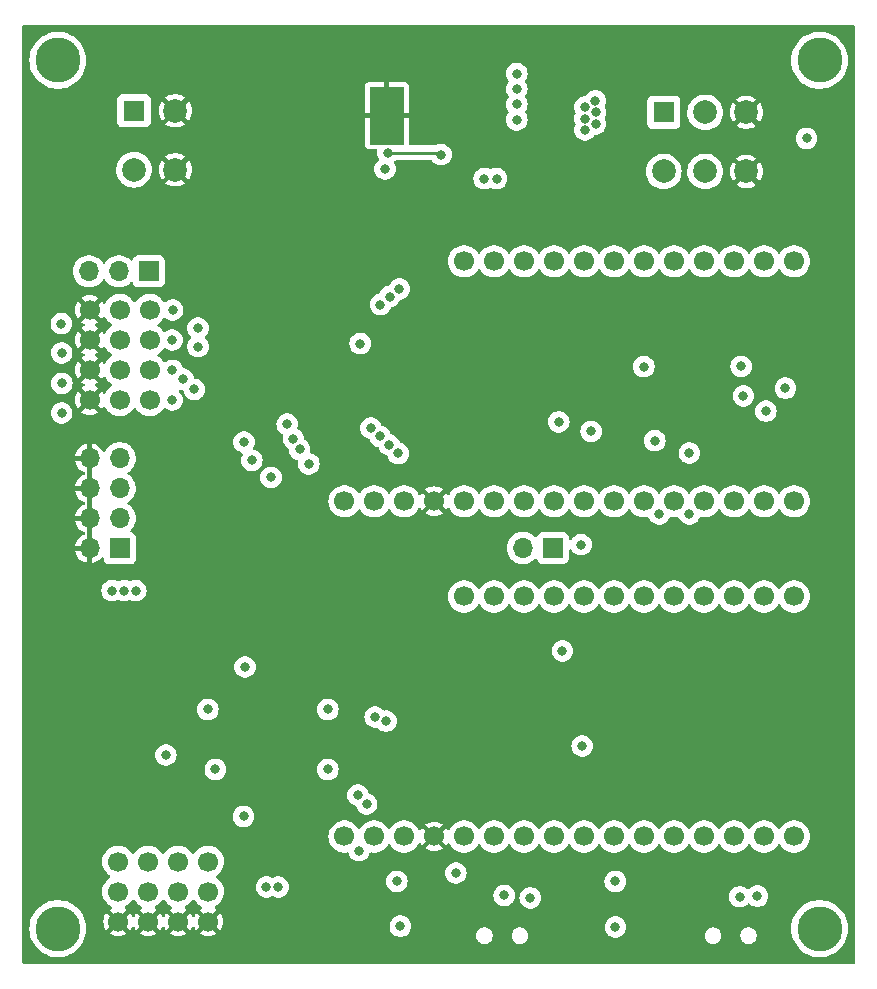
<source format=gbr>
%TF.GenerationSoftware,KiCad,Pcbnew,8.0.3*%
%TF.CreationDate,2024-12-09T22:45:42-06:00*%
%TF.ProjectId,M4_CAN_Feather_Carrier,4d345f43-414e-45f4-9665-61746865725f,6*%
%TF.SameCoordinates,Original*%
%TF.FileFunction,Copper,L4,Bot*%
%TF.FilePolarity,Positive*%
%FSLAX46Y46*%
G04 Gerber Fmt 4.6, Leading zero omitted, Abs format (unit mm)*
G04 Created by KiCad (PCBNEW 8.0.3) date 2024-12-09 22:45:42*
%MOMM*%
%LPD*%
G01*
G04 APERTURE LIST*
%TA.AperFunction,ComponentPad*%
%ADD10C,0.600000*%
%TD*%
%TA.AperFunction,SMDPad,CuDef*%
%ADD11R,2.950000X4.900000*%
%TD*%
%TA.AperFunction,ComponentPad*%
%ADD12C,3.800000*%
%TD*%
%TA.AperFunction,ComponentPad*%
%ADD13C,1.700000*%
%TD*%
%TA.AperFunction,ComponentPad*%
%ADD14R,1.700000X1.700000*%
%TD*%
%TA.AperFunction,ComponentPad*%
%ADD15O,1.700000X1.700000*%
%TD*%
%TA.AperFunction,ComponentPad*%
%ADD16R,1.800000X1.800000*%
%TD*%
%TA.AperFunction,ComponentPad*%
%ADD17C,2.000000*%
%TD*%
%TA.AperFunction,ViaPad*%
%ADD18C,0.800000*%
%TD*%
%TA.AperFunction,Conductor*%
%ADD19C,0.250000*%
%TD*%
G04 APERTURE END LIST*
D10*
%TO.P,U1,9,GND*%
%TO.N,GND*%
X27200000Y-2720000D03*
X27200000Y-4020000D03*
X27200000Y-5320000D03*
X27200000Y-6620000D03*
D11*
X27850000Y-4670000D03*
D10*
X28500000Y-2720000D03*
X28500000Y-4020000D03*
X28500000Y-5320000D03*
X28500000Y-6620000D03*
%TD*%
D12*
%TO.P,H2,1,1*%
%TO.N,unconnected-(H2-Pad1)*%
X0Y-73500000D03*
%TD*%
%TO.P,H1,1,1*%
%TO.N,unconnected-(H1-Pad1)*%
X0Y0D03*
%TD*%
%TO.P,H4,1,1*%
%TO.N,unconnected-(H4-Pad1)*%
X64500000Y0D03*
%TD*%
D13*
%TO.P,J3,1,S1*%
%TO.N,/DIO0_LS*%
X7787000Y-21132300D03*
%TO.P,J3,2,P1*%
%TO.N,VCC*%
X5247000Y-21132300D03*
%TO.P,J3,3,G1*%
%TO.N,GND*%
X2707000Y-21132300D03*
%TO.P,J3,4,S2*%
%TO.N,/DIO1_LS*%
X7787000Y-23672300D03*
%TO.P,J3,5,P2*%
%TO.N,VCC*%
X5247000Y-23672300D03*
%TO.P,J3,6,G2*%
%TO.N,GND*%
X2707000Y-23672300D03*
%TO.P,J3,7,S3*%
%TO.N,/DIO2_LS*%
X7787000Y-26212300D03*
%TO.P,J3,8,P3*%
%TO.N,VCC*%
X5247000Y-26212300D03*
%TO.P,J3,9,G3*%
%TO.N,GND*%
X2707000Y-26212300D03*
%TO.P,J3,10,S4*%
%TO.N,/DIO3_LS*%
X7787000Y-28752300D03*
%TO.P,J3,11,P4*%
%TO.N,VCC*%
X5247000Y-28752300D03*
%TO.P,J3,12,G4*%
%TO.N,GND*%
X2707000Y-28752300D03*
%TD*%
D14*
%TO.P,J5,1,Pin_1*%
%TO.N,+3.3V*%
X7708500Y-17850300D03*
D15*
%TO.P,J5,2,Pin_2*%
%TO.N,VCC*%
X5168500Y-17850300D03*
%TO.P,J5,3,Pin_3*%
%TO.N,+5V*%
X2628500Y-17850300D03*
%TD*%
D13*
%TO.P,J7,1,S1*%
%TO.N,Net-(J7-S1)*%
X5115714Y-67830000D03*
%TO.P,J7,2,P1*%
%TO.N,+3.3V*%
X5115714Y-70370000D03*
%TO.P,J7,3,G1*%
%TO.N,GND*%
X5115714Y-72910000D03*
%TO.P,J7,4,S2*%
%TO.N,Net-(J7-S2)*%
X7655714Y-67830000D03*
%TO.P,J7,5,P2*%
%TO.N,+3.3V*%
X7655714Y-70370000D03*
%TO.P,J7,6,G2*%
%TO.N,GND*%
X7655714Y-72910000D03*
%TO.P,J7,7,S3*%
%TO.N,Net-(J7-S3)*%
X10195714Y-67830000D03*
%TO.P,J7,8,P3*%
%TO.N,+3.3V*%
X10195714Y-70370000D03*
%TO.P,J7,9,G3*%
%TO.N,GND*%
X10195714Y-72910000D03*
%TO.P,J7,10,S4*%
%TO.N,Net-(J7-S4)*%
X12735714Y-67830000D03*
%TO.P,J7,11,P4*%
%TO.N,+3.3V*%
X12735714Y-70370000D03*
%TO.P,J7,12,G4*%
%TO.N,GND*%
X12735714Y-72910000D03*
%TD*%
D14*
%TO.P,J6,1,Pin_1*%
%TO.N,+5V*%
X41915000Y-41275000D03*
D15*
%TO.P,J6,2,Pin_2*%
%TO.N,Net-(D6-C)*%
X39375000Y-41275000D03*
%TD*%
D12*
%TO.P,H3,1,1*%
%TO.N,unconnected-(H3-Pad1)*%
X64500000Y-73500000D03*
%TD*%
D14*
%TO.P,J4,1,Pin_1*%
%TO.N,VCC*%
X5247000Y-41300000D03*
D15*
%TO.P,J4,2,Pin_2*%
%TO.N,GND*%
X2707000Y-41300000D03*
%TO.P,J4,3,Pin_3*%
%TO.N,VCC*%
X5247000Y-38760000D03*
%TO.P,J4,4,Pin_4*%
%TO.N,GND*%
X2707000Y-38760000D03*
%TO.P,J4,5,Pin_5*%
%TO.N,VCC*%
X5247000Y-36220000D03*
%TO.P,J4,6,Pin_6*%
%TO.N,GND*%
X2707000Y-36220000D03*
%TO.P,J4,7,Pin_7*%
%TO.N,VCC*%
X5247000Y-33680000D03*
%TO.P,J4,8,Pin_8*%
%TO.N,GND*%
X2707000Y-33680000D03*
%TD*%
D13*
%TO.P,U2,1,RST*%
%TO.N,unconnected-(U2-RST-Pad1)*%
X24270000Y-65705000D03*
%TO.P,U2,2,3V*%
%TO.N,+3.3V*%
X26780000Y-65705000D03*
%TO.P,U2,3,ARef*%
%TO.N,unconnected-(U2-ARef-Pad3)*%
X29320000Y-65705000D03*
%TO.P,U2,4,GND*%
%TO.N,GND*%
X31860000Y-65705000D03*
%TO.P,U2,5,A0*%
%TO.N,/A0*%
X34400000Y-65705000D03*
%TO.P,U2,6,A1*%
%TO.N,/A1*%
X36940000Y-65705000D03*
%TO.P,U2,7,A2*%
%TO.N,/A2*%
X39480000Y-65705000D03*
%TO.P,U2,8,A3*%
%TO.N,/A3*%
X42020000Y-65705000D03*
%TO.P,U2,9,A4*%
%TO.N,/USD_CS*%
X44560000Y-65705000D03*
%TO.P,U2,10,A5*%
%TO.N,/LS_OE*%
X47100000Y-65705000D03*
%TO.P,U2,11,SCK*%
%TO.N,/SCK*%
X49640000Y-65705000D03*
%TO.P,U2,12,MOSI*%
%TO.N,/MOSI*%
X52180000Y-65705000D03*
%TO.P,U2,13,MISO*%
%TO.N,/MISO*%
X54720000Y-65705000D03*
%TO.P,U2,14,D0*%
%TO.N,/SCL_1*%
X57260000Y-65705000D03*
%TO.P,U2,15,D1*%
%TO.N,/SDA_1*%
X59800000Y-65705000D03*
%TO.P,U2,16,D4*%
%TO.N,/NEOPIXEL*%
X62340000Y-65705000D03*
%TO.P,U2,17,SDA*%
%TO.N,/SDA*%
X62340000Y-45385000D03*
%TO.P,U2,18,SCL*%
%TO.N,/SCL*%
X59800000Y-45385000D03*
%TO.P,U2,19,D5*%
%TO.N,/ETH_CS*%
X57260000Y-45385000D03*
%TO.P,U2,20,D6*%
%TO.N,/DIO0*%
X54720000Y-45385000D03*
%TO.P,U2,21,D9*%
%TO.N,/DIO1*%
X52180000Y-45385000D03*
%TO.P,U2,22,D10*%
%TO.N,/DIO2*%
X49640000Y-45385000D03*
%TO.P,U2,23,D11*%
%TO.N,/DIO3*%
X47100000Y-45385000D03*
%TO.P,U2,24,D12*%
%TO.N,/SDA_3*%
X44560000Y-45385000D03*
%TO.P,U2,25,D13*%
%TO.N,/SCL_3*%
X42020000Y-45385000D03*
%TO.P,U2,26,VBUS*%
%TO.N,Net-(D6-C)*%
X39480000Y-45385000D03*
%TO.P,U2,27,EN*%
%TO.N,unconnected-(U2-EN-Pad27)*%
X36940000Y-45385000D03*
%TO.P,U2,28,VBAT*%
%TO.N,unconnected-(U2-VBAT-Pad28)*%
X34400000Y-45385000D03*
%TD*%
%TO.P,U6,1,RST*%
%TO.N,unconnected-(U6-RST-Pad1)*%
X24270000Y-37325000D03*
%TO.P,U6,2,3V*%
%TO.N,+3.3V*%
X26780000Y-37325000D03*
%TO.P,U6,3,ARef*%
%TO.N,unconnected-(U6-ARef-Pad3)*%
X29320000Y-37325000D03*
%TO.P,U6,4,GND*%
%TO.N,GND*%
X31860000Y-37325000D03*
%TO.P,U6,5,A0*%
%TO.N,unconnected-(U6-A0-Pad5)*%
X34400000Y-37325000D03*
%TO.P,U6,6,A1*%
%TO.N,unconnected-(U6-A1-Pad6)*%
X36940000Y-37325000D03*
%TO.P,U6,7,A2*%
%TO.N,unconnected-(U6-A2-Pad7)*%
X39480000Y-37325000D03*
%TO.P,U6,8,A3*%
%TO.N,unconnected-(U6-A3-Pad8)*%
X42020000Y-37325000D03*
%TO.P,U6,9,A4*%
%TO.N,unconnected-(U6-A4-Pad9)*%
X44560000Y-37325000D03*
%TO.P,U6,10,A5*%
%TO.N,unconnected-(U6-A5-Pad10)*%
X47100000Y-37325000D03*
%TO.P,U6,11,SCK*%
%TO.N,/SCK*%
X49640000Y-37325000D03*
%TO.P,U6,12,MOSI*%
%TO.N,/MOSI*%
X52180000Y-37325000D03*
%TO.P,U6,13,MISO*%
%TO.N,/MISO*%
X54720000Y-37325000D03*
%TO.P,U6,14,D0*%
%TO.N,unconnected-(U6-D0-Pad14)*%
X57260000Y-37325000D03*
%TO.P,U6,15,D1*%
%TO.N,unconnected-(U6-D1-Pad15)*%
X59800000Y-37325000D03*
%TO.P,U6,16,D4*%
%TO.N,unconnected-(U6-D4-Pad16)*%
X62340000Y-37325000D03*
%TO.P,U6,17,SDA*%
%TO.N,unconnected-(U6-SDA-Pad17)*%
X62340000Y-17005000D03*
%TO.P,U6,18,SCL*%
%TO.N,unconnected-(U6-SCL-Pad18)*%
X59800000Y-17005000D03*
%TO.P,U6,19,D5*%
%TO.N,unconnected-(U6-D5-Pad19)*%
X57260000Y-17005000D03*
%TO.P,U6,20,D6*%
%TO.N,unconnected-(U6-D6-Pad20)*%
X54720000Y-17005000D03*
%TO.P,U6,21,D9*%
%TO.N,unconnected-(U6-D9-Pad21)*%
X52180000Y-17005000D03*
%TO.P,U6,22,D10*%
%TO.N,/ETH_CS*%
X49640000Y-17005000D03*
%TO.P,U6,23,D11*%
%TO.N,unconnected-(U6-D11-Pad23)*%
X47100000Y-17005000D03*
%TO.P,U6,24,D12*%
%TO.N,unconnected-(U6-D12-Pad24)*%
X44560000Y-17005000D03*
%TO.P,U6,25,D13*%
%TO.N,unconnected-(U6-D13-Pad25)*%
X42020000Y-17005000D03*
%TO.P,U6,26,VBUS*%
%TO.N,unconnected-(U6-VBUS-Pad26)*%
X39480000Y-17005000D03*
%TO.P,U6,27,EN*%
%TO.N,unconnected-(U6-EN-Pad27)*%
X36940000Y-17005000D03*
%TO.P,U6,28,VBAT*%
%TO.N,unconnected-(U6-VBAT-Pad28)*%
X34400000Y-17005000D03*
%TD*%
D16*
%TO.P,J1,1,1.1*%
%TO.N,+BATT*%
X6450000Y-4250000D03*
D17*
%TO.P,J1,2,1.2*%
X6450000Y-9250000D03*
%TO.P,J1,3,2.1*%
%TO.N,GND*%
X9950000Y-4250000D03*
%TO.P,J1,4,2.2*%
X9950000Y-9250000D03*
%TD*%
D16*
%TO.P,J2,1,1.1*%
%TO.N,Net-(IC1-1Y)*%
X51300000Y-4400000D03*
D17*
%TO.P,J2,2,1.2*%
X51300000Y-9400000D03*
%TO.P,J2,3,2.1*%
%TO.N,+5V*%
X54800000Y-4400000D03*
%TO.P,J2,4,2.2*%
X54800000Y-9400000D03*
%TO.P,J2,5,3.1*%
%TO.N,GND*%
X58300000Y-4400000D03*
%TO.P,J2,6,3.2*%
X58300000Y-9400000D03*
%TD*%
D18*
%TO.N,GND*%
X63350000Y-32450000D03*
X65400000Y-13900000D03*
X63650000Y-20550000D03*
X54650000Y-22050000D03*
X18720000Y-15680000D03*
X17856200Y-58332600D03*
X52130000Y-73000000D03*
X65600000Y-15600000D03*
X61400000Y-8000000D03*
X11960000Y-32308800D03*
X18000000Y-49400000D03*
X51400000Y-69305000D03*
X1100000Y-45700000D03*
X15750000Y250000D03*
X23100000Y-28850000D03*
X27670000Y-10690000D03*
X17600000Y-73700000D03*
X32843800Y-74056400D03*
X32200000Y-70700000D03*
X43310000Y1620000D03*
X57450000Y-20750000D03*
X18780000Y-18330000D03*
X64050000Y-28900000D03*
X29490000Y-40000000D03*
X44240000Y-11810000D03*
X15780000Y1450000D03*
X57070000Y-75190000D03*
X60630000Y-74040000D03*
X24523800Y-74306400D03*
X16980000Y1450000D03*
X53350000Y-30650000D03*
X1100000Y-44600000D03*
X11990000Y-33870000D03*
X16950000Y250000D03*
X11937500Y-35450000D03*
X50758600Y-74056400D03*
X36170000Y-8050000D03*
X42706800Y-74306400D03*
X45950000Y-10400000D03*
X23679600Y-74314800D03*
%TO.N,+5V*%
X44620000Y-3940000D03*
X59230000Y-70760000D03*
X63400000Y-6600000D03*
X45530000Y-4400000D03*
X38860000Y-5030000D03*
X44630000Y-5900000D03*
X45520000Y-3420000D03*
X37150000Y-10000000D03*
X45530000Y-5380000D03*
X44630000Y-4920000D03*
X36100000Y-10000000D03*
X38860000Y-3723332D03*
X27700000Y-9200000D03*
X40000000Y-70900000D03*
X38860000Y-2416666D03*
X38860000Y-1110000D03*
X42730000Y-49990000D03*
%TO.N,/DIO3_LS*%
X19425500Y-30800000D03*
X9677400Y-28752800D03*
%TO.N,/DIO2_LS*%
X9702800Y-26238200D03*
X19950000Y-32050000D03*
%TO.N,/DIO1_LS*%
X20471346Y-32925500D03*
X9677400Y-23672800D03*
%TO.N,/DIO0_LS*%
X9728200Y-21132800D03*
X21250000Y-34150000D03*
%TO.N,/DIO2_R*%
X10600000Y-26980000D03*
X340000Y-27350000D03*
%TO.N,/DIO3_R*%
X330000Y-29850000D03*
X11550000Y-27860000D03*
%TO.N,/DIO0_R*%
X300000Y-22290000D03*
X11870000Y-22670000D03*
%TO.N,/DIO1_R*%
X330000Y-24760000D03*
X11872500Y-24232500D03*
%TO.N,/LS_OE*%
X16430000Y-33860000D03*
%TO.N,/A0*%
X22860000Y-54954400D03*
%TO.N,/A1*%
X12700000Y-54954400D03*
X15849600Y-51347600D03*
%TO.N,/A2*%
X15722600Y-63996800D03*
X13335000Y-60034400D03*
%TO.N,/A3*%
X22860000Y-60034400D03*
%TO.N,/SCK*%
X61600000Y-27750000D03*
%TO.N,/MOSI*%
X58050000Y-28400000D03*
%TO.N,/SCL_1*%
X25500000Y-66900000D03*
%TO.N,/SDA_1*%
X33700000Y-68800000D03*
%TO.N,/SDA*%
X26150000Y-62950000D03*
X18660000Y-69990000D03*
X27800000Y-55944100D03*
%TO.N,/SCL*%
X17660000Y-69990000D03*
X26865940Y-55586978D03*
X25400000Y-62200000D03*
%TO.N,/DIO0*%
X28920000Y-19360000D03*
X28820000Y-33280000D03*
X53470000Y-33250000D03*
X53470000Y-38410000D03*
%TO.N,/DIO1*%
X50550000Y-32200000D03*
X28060000Y-32550000D03*
X28090000Y-19990000D03*
X50920000Y-38410000D03*
%TO.N,/DIO2*%
X27260000Y-31820000D03*
X27310000Y-20680000D03*
X45150000Y-31400000D03*
%TO.N,/DIO3*%
X26500000Y-31120000D03*
X42410000Y-30600000D03*
X25600000Y-23970000D03*
%TO.N,Net-(J7-S2)*%
X9150000Y-58800000D03*
%TO.N,/MISO*%
X59950000Y-29700000D03*
%TO.N,/USD_CS*%
X44400000Y-58050000D03*
X57850000Y-25900000D03*
X44300000Y-40998000D03*
X49620000Y-25920000D03*
%TO.N,/PG_FILT*%
X27950000Y-7800000D03*
X32440000Y-7980000D03*
%TO.N,VCC*%
X18050000Y-35300000D03*
X15760000Y-32310000D03*
X5600000Y-44900000D03*
X6600000Y-44900000D03*
X4600000Y-44900000D03*
%TO.N,VDC*%
X47200000Y-69500000D03*
X57730000Y-70810000D03*
X47210000Y-73380000D03*
%TO.N,VD*%
X37800000Y-70700000D03*
X29000000Y-73300000D03*
X28700000Y-69500000D03*
%TD*%
D19*
%TO.N,/PG_FILT*%
X27950000Y-7800000D02*
X32260000Y-7800000D01*
X32260000Y-7800000D02*
X32440000Y-7980000D01*
%TD*%
%TA.AperFunction,Conductor*%
%TO.N,GND*%
G36*
X6468939Y-71045669D02*
G01*
X6491194Y-71071353D01*
X6503330Y-71089928D01*
X6579989Y-71207265D01*
X6579993Y-71207270D01*
X6732476Y-71372908D01*
X6740131Y-71378866D01*
X6910138Y-71511189D01*
X7054440Y-71589281D01*
X7104830Y-71639293D01*
X7120182Y-71708610D01*
X7095621Y-71775223D01*
X7047723Y-71814287D01*
X7028329Y-71823330D01*
X7028323Y-71823334D01*
X6924551Y-71895995D01*
X7470537Y-72441980D01*
X7462721Y-72444075D01*
X7348707Y-72509901D01*
X7255615Y-72602993D01*
X7189789Y-72717007D01*
X7187694Y-72724822D01*
X6641709Y-72178837D01*
X6569048Y-72282609D01*
X6499909Y-72430879D01*
X6452991Y-72484164D01*
X6384714Y-72503625D01*
X6316754Y-72483083D01*
X6271519Y-72430879D01*
X6202380Y-72282612D01*
X6129717Y-72178838D01*
X6129716Y-72178838D01*
X5583732Y-72724821D01*
X5581639Y-72717007D01*
X5515813Y-72602993D01*
X5422721Y-72509901D01*
X5308707Y-72444075D01*
X5300891Y-72441980D01*
X5846874Y-71895997D01*
X5846874Y-71895994D01*
X5743102Y-71823333D01*
X5743100Y-71823332D01*
X5723707Y-71814289D01*
X5670422Y-71767372D01*
X5650961Y-71699095D01*
X5671503Y-71631135D01*
X5716985Y-71589282D01*
X5861290Y-71511189D01*
X6038954Y-71372906D01*
X6191436Y-71207268D01*
X6280232Y-71071354D01*
X6334234Y-71025268D01*
X6404582Y-71015692D01*
X6468939Y-71045669D01*
G37*
%TD.AperFunction*%
%TA.AperFunction,Conductor*%
G36*
X9008939Y-71045669D02*
G01*
X9031194Y-71071353D01*
X9043330Y-71089928D01*
X9119989Y-71207265D01*
X9119993Y-71207270D01*
X9272476Y-71372908D01*
X9280131Y-71378866D01*
X9450138Y-71511189D01*
X9594440Y-71589281D01*
X9644830Y-71639293D01*
X9660182Y-71708610D01*
X9635621Y-71775223D01*
X9587723Y-71814287D01*
X9568329Y-71823330D01*
X9568323Y-71823334D01*
X9464551Y-71895995D01*
X10010537Y-72441980D01*
X10002721Y-72444075D01*
X9888707Y-72509901D01*
X9795615Y-72602993D01*
X9729789Y-72717007D01*
X9727694Y-72724822D01*
X9181709Y-72178837D01*
X9109048Y-72282609D01*
X9039909Y-72430879D01*
X8992991Y-72484164D01*
X8924714Y-72503625D01*
X8856754Y-72483083D01*
X8811519Y-72430879D01*
X8742380Y-72282612D01*
X8669717Y-72178838D01*
X8669716Y-72178838D01*
X8123732Y-72724821D01*
X8121639Y-72717007D01*
X8055813Y-72602993D01*
X7962721Y-72509901D01*
X7848707Y-72444075D01*
X7840891Y-72441980D01*
X8386874Y-71895997D01*
X8386874Y-71895994D01*
X8283102Y-71823333D01*
X8283100Y-71823332D01*
X8263707Y-71814289D01*
X8210422Y-71767372D01*
X8190961Y-71699095D01*
X8211503Y-71631135D01*
X8256985Y-71589282D01*
X8401290Y-71511189D01*
X8578954Y-71372906D01*
X8731436Y-71207268D01*
X8820232Y-71071354D01*
X8874234Y-71025268D01*
X8944582Y-71015692D01*
X9008939Y-71045669D01*
G37*
%TD.AperFunction*%
%TA.AperFunction,Conductor*%
G36*
X11548939Y-71045669D02*
G01*
X11571194Y-71071353D01*
X11583330Y-71089928D01*
X11659989Y-71207265D01*
X11659993Y-71207270D01*
X11812476Y-71372908D01*
X11820131Y-71378866D01*
X11990138Y-71511189D01*
X12134440Y-71589281D01*
X12184830Y-71639293D01*
X12200182Y-71708610D01*
X12175621Y-71775223D01*
X12127723Y-71814287D01*
X12108329Y-71823330D01*
X12108323Y-71823334D01*
X12004551Y-71895995D01*
X12550537Y-72441980D01*
X12542721Y-72444075D01*
X12428707Y-72509901D01*
X12335615Y-72602993D01*
X12269789Y-72717007D01*
X12267694Y-72724822D01*
X11721709Y-72178837D01*
X11649048Y-72282609D01*
X11579909Y-72430879D01*
X11532991Y-72484164D01*
X11464714Y-72503625D01*
X11396754Y-72483083D01*
X11351519Y-72430879D01*
X11282380Y-72282612D01*
X11209717Y-72178838D01*
X11209716Y-72178838D01*
X10663732Y-72724821D01*
X10661639Y-72717007D01*
X10595813Y-72602993D01*
X10502721Y-72509901D01*
X10388707Y-72444075D01*
X10380891Y-72441980D01*
X10926874Y-71895997D01*
X10926874Y-71895994D01*
X10823102Y-71823333D01*
X10823100Y-71823332D01*
X10803707Y-71814289D01*
X10750422Y-71767372D01*
X10730961Y-71699095D01*
X10751503Y-71631135D01*
X10796985Y-71589282D01*
X10941290Y-71511189D01*
X11118954Y-71372906D01*
X11271436Y-71207268D01*
X11360232Y-71071354D01*
X11414234Y-71025268D01*
X11484582Y-71015692D01*
X11548939Y-71045669D01*
G37*
%TD.AperFunction*%
%TA.AperFunction,Conductor*%
G36*
X2907000Y-40838120D02*
G01*
X2899993Y-40834075D01*
X2772826Y-40800000D01*
X2641174Y-40800000D01*
X2514007Y-40834075D01*
X2507000Y-40838120D01*
X2507000Y-39221879D01*
X2514007Y-39225925D01*
X2641174Y-39260000D01*
X2772826Y-39260000D01*
X2899993Y-39225925D01*
X2907000Y-39221879D01*
X2907000Y-40838120D01*
G37*
%TD.AperFunction*%
%TA.AperFunction,Conductor*%
G36*
X2907000Y-38298120D02*
G01*
X2899993Y-38294075D01*
X2772826Y-38260000D01*
X2641174Y-38260000D01*
X2514007Y-38294075D01*
X2507000Y-38298120D01*
X2507000Y-36681879D01*
X2514007Y-36685925D01*
X2641174Y-36720000D01*
X2772826Y-36720000D01*
X2899993Y-36685925D01*
X2907000Y-36681879D01*
X2907000Y-38298120D01*
G37*
%TD.AperFunction*%
%TA.AperFunction,Conductor*%
G36*
X2907000Y-35758120D02*
G01*
X2899993Y-35754075D01*
X2772826Y-35720000D01*
X2641174Y-35720000D01*
X2514007Y-35754075D01*
X2507000Y-35758120D01*
X2507000Y-34141879D01*
X2514007Y-34145925D01*
X2641174Y-34180000D01*
X2772826Y-34180000D01*
X2899993Y-34145925D01*
X2907000Y-34141879D01*
X2907000Y-35758120D01*
G37*
%TD.AperFunction*%
%TA.AperFunction,Conductor*%
G36*
X3721001Y-26943460D02*
G01*
X3721003Y-26943460D01*
X3793667Y-26839686D01*
X3793669Y-26839684D01*
X3802251Y-26821280D01*
X3849167Y-26767995D01*
X3917444Y-26748533D01*
X3985405Y-26769074D01*
X4031471Y-26823097D01*
X4031801Y-26823843D01*
X4038306Y-26838672D01*
X4048141Y-26861093D01*
X4171275Y-27049565D01*
X4171279Y-27049570D01*
X4260695Y-27146700D01*
X4321773Y-27213048D01*
X4323762Y-27215208D01*
X4378331Y-27257681D01*
X4501424Y-27353489D01*
X4534680Y-27371486D01*
X4585071Y-27421500D01*
X4600423Y-27490816D01*
X4575862Y-27557429D01*
X4534680Y-27593113D01*
X4501426Y-27611110D01*
X4501424Y-27611111D01*
X4323762Y-27749391D01*
X4171279Y-27915029D01*
X4171275Y-27915034D01*
X4048142Y-28103505D01*
X4031832Y-28140687D01*
X3986149Y-28195034D01*
X3918337Y-28216057D01*
X3849923Y-28197080D01*
X3802630Y-28144128D01*
X3802249Y-28143318D01*
X3793667Y-28124913D01*
X3721003Y-28021138D01*
X3721002Y-28021138D01*
X3175018Y-28567121D01*
X3172925Y-28559307D01*
X3107099Y-28445293D01*
X3014007Y-28352201D01*
X2899993Y-28286375D01*
X2892177Y-28284280D01*
X3438160Y-27738297D01*
X3438160Y-27738294D01*
X3334388Y-27665633D01*
X3334386Y-27665632D01*
X3186120Y-27596495D01*
X3132835Y-27549578D01*
X3113374Y-27481301D01*
X3133916Y-27413341D01*
X3186120Y-27368105D01*
X3334387Y-27298967D01*
X3438160Y-27226303D01*
X3438160Y-27226301D01*
X2892178Y-26680319D01*
X2899993Y-26678225D01*
X3014007Y-26612399D01*
X3107099Y-26519307D01*
X3172925Y-26405293D01*
X3175019Y-26397478D01*
X3721001Y-26943460D01*
G37*
%TD.AperFunction*%
%TA.AperFunction,Conductor*%
G36*
X3721001Y-24403460D02*
G01*
X3721003Y-24403460D01*
X3793667Y-24299686D01*
X3793669Y-24299684D01*
X3802251Y-24281280D01*
X3849167Y-24227995D01*
X3917444Y-24208533D01*
X3985405Y-24229074D01*
X4031471Y-24283097D01*
X4031834Y-24283916D01*
X4048141Y-24321093D01*
X4171275Y-24509565D01*
X4171279Y-24509570D01*
X4323762Y-24675208D01*
X4338016Y-24686302D01*
X4501424Y-24813489D01*
X4534680Y-24831486D01*
X4585071Y-24881500D01*
X4600423Y-24950816D01*
X4575862Y-25017429D01*
X4534680Y-25053113D01*
X4501426Y-25071110D01*
X4501424Y-25071111D01*
X4323762Y-25209391D01*
X4171279Y-25375029D01*
X4171275Y-25375034D01*
X4048142Y-25563505D01*
X4031832Y-25600687D01*
X3986149Y-25655034D01*
X3918337Y-25676057D01*
X3849923Y-25657080D01*
X3802630Y-25604128D01*
X3802249Y-25603318D01*
X3793667Y-25584913D01*
X3721003Y-25481138D01*
X3721002Y-25481138D01*
X3175018Y-26027121D01*
X3172925Y-26019307D01*
X3107099Y-25905293D01*
X3014007Y-25812201D01*
X2899993Y-25746375D01*
X2892177Y-25744280D01*
X3438160Y-25198297D01*
X3438160Y-25198294D01*
X3334388Y-25125633D01*
X3334386Y-25125632D01*
X3186120Y-25056495D01*
X3132835Y-25009578D01*
X3113374Y-24941301D01*
X3133916Y-24873341D01*
X3186120Y-24828105D01*
X3334387Y-24758967D01*
X3438160Y-24686303D01*
X3438160Y-24686301D01*
X2892178Y-24140319D01*
X2899993Y-24138225D01*
X3014007Y-24072399D01*
X3107099Y-23979307D01*
X3172925Y-23865293D01*
X3175019Y-23857478D01*
X3721001Y-24403460D01*
G37*
%TD.AperFunction*%
%TA.AperFunction,Conductor*%
G36*
X3721001Y-21863460D02*
G01*
X3721003Y-21863460D01*
X3793667Y-21759686D01*
X3793669Y-21759684D01*
X3802251Y-21741280D01*
X3849167Y-21687995D01*
X3917444Y-21668533D01*
X3985405Y-21689074D01*
X4031471Y-21743097D01*
X4031801Y-21743843D01*
X4035843Y-21753056D01*
X4048141Y-21781093D01*
X4171275Y-21969565D01*
X4171279Y-21969570D01*
X4291417Y-22100072D01*
X4321773Y-22133048D01*
X4323762Y-22135208D01*
X4338016Y-22146302D01*
X4501424Y-22273489D01*
X4531934Y-22290000D01*
X4534680Y-22291486D01*
X4585071Y-22341500D01*
X4600423Y-22410816D01*
X4575862Y-22477429D01*
X4534680Y-22513113D01*
X4501426Y-22531110D01*
X4501424Y-22531111D01*
X4323762Y-22669391D01*
X4171279Y-22835029D01*
X4171275Y-22835034D01*
X4048142Y-23023505D01*
X4031832Y-23060687D01*
X3986149Y-23115034D01*
X3918337Y-23136057D01*
X3849923Y-23117080D01*
X3802630Y-23064128D01*
X3802249Y-23063318D01*
X3793667Y-23044913D01*
X3721003Y-22941138D01*
X3721002Y-22941138D01*
X3175018Y-23487121D01*
X3172925Y-23479307D01*
X3107099Y-23365293D01*
X3014007Y-23272201D01*
X2899993Y-23206375D01*
X2892177Y-23204280D01*
X3438160Y-22658297D01*
X3438160Y-22658294D01*
X3334388Y-22585633D01*
X3334386Y-22585632D01*
X3186120Y-22516495D01*
X3132835Y-22469578D01*
X3113374Y-22401301D01*
X3133916Y-22333341D01*
X3186120Y-22288105D01*
X3334387Y-22218967D01*
X3438160Y-22146303D01*
X3438160Y-22146301D01*
X2892178Y-21600319D01*
X2899993Y-21598225D01*
X3014007Y-21532399D01*
X3107099Y-21439307D01*
X3172925Y-21325293D01*
X3175019Y-21317478D01*
X3721001Y-21863460D01*
G37*
%TD.AperFunction*%
%TA.AperFunction,Conductor*%
G36*
X67442121Y2979998D02*
G01*
X67488614Y2926342D01*
X67500000Y2874000D01*
X67500000Y-76374000D01*
X67479998Y-76442121D01*
X67426342Y-76488614D01*
X67374000Y-76500000D01*
X-2874000Y-76500000D01*
X-2942121Y-76479998D01*
X-2988614Y-76426342D01*
X-3000000Y-76374000D01*
X-3000000Y-73499993D01*
X-2413262Y-73499993D01*
X-2413262Y-73500006D01*
X-2396389Y-73768189D01*
X-2394233Y-73802462D01*
X-2337445Y-74100154D01*
X-2243794Y-74388381D01*
X-2114758Y-74662598D01*
X-2114752Y-74662607D01*
X-1952375Y-74918473D01*
X-1952372Y-74918475D01*
X-1952370Y-74918480D01*
X-1759192Y-75151992D01*
X-1538271Y-75359450D01*
X-1293090Y-75537584D01*
X-1027517Y-75683585D01*
X-745739Y-75795149D01*
X-452200Y-75870516D01*
X-151530Y-75908500D01*
X-151527Y-75908500D01*
X151527Y-75908500D01*
X151530Y-75908500D01*
X452200Y-75870516D01*
X745739Y-75795149D01*
X1027517Y-75683585D01*
X1293090Y-75537584D01*
X1538271Y-75359450D01*
X1759192Y-75151992D01*
X1952370Y-74918480D01*
X1952372Y-74918475D01*
X1952375Y-74918473D01*
X2114752Y-74662607D01*
X2114758Y-74662598D01*
X2243794Y-74388381D01*
X2337445Y-74100154D01*
X2394233Y-73802462D01*
X2396389Y-73768189D01*
X2413262Y-73500006D01*
X2413262Y-73499993D01*
X2394234Y-73197550D01*
X2394232Y-73197533D01*
X2377548Y-73110072D01*
X2337445Y-72899846D01*
X2243794Y-72611619D01*
X2114758Y-72337402D01*
X2114752Y-72337392D01*
X1952375Y-72081526D01*
X1759192Y-71848008D01*
X1759190Y-71848006D01*
X1538270Y-71640549D01*
X1293092Y-71462417D01*
X1246751Y-71436941D01*
X1027517Y-71316415D01*
X914229Y-71271561D01*
X745744Y-71204852D01*
X745737Y-71204850D01*
X452192Y-71129482D01*
X151544Y-71091501D01*
X151532Y-71091500D01*
X151530Y-71091500D01*
X-151530Y-71091500D01*
X-151532Y-71091500D01*
X-151544Y-71091501D01*
X-452192Y-71129482D01*
X-745737Y-71204850D01*
X-745744Y-71204852D01*
X-914229Y-71271561D01*
X-1027517Y-71316415D01*
X-1246751Y-71436941D01*
X-1293092Y-71462417D01*
X-1415177Y-71551117D01*
X-1538270Y-71640549D01*
X-1759190Y-71848006D01*
X-1759192Y-71848008D01*
X-1952375Y-72081526D01*
X-2114752Y-72337392D01*
X-2114758Y-72337402D01*
X-2243794Y-72611619D01*
X-2337445Y-72899846D01*
X-2377548Y-73110072D01*
X-2394232Y-73197533D01*
X-2394234Y-73197550D01*
X-2413262Y-73499993D01*
X-3000000Y-73499993D01*
X-3000000Y-67830000D01*
X3752558Y-67830000D01*
X3760944Y-67931206D01*
X3771151Y-68054375D01*
X3826416Y-68272612D01*
X3826417Y-68272613D01*
X3826418Y-68272616D01*
X3915495Y-68475692D01*
X3916855Y-68478793D01*
X4039989Y-68667265D01*
X4039993Y-68667270D01*
X4192476Y-68832908D01*
X4247045Y-68875381D01*
X4370138Y-68971189D01*
X4403394Y-68989186D01*
X4453785Y-69039200D01*
X4469137Y-69108516D01*
X4444576Y-69175129D01*
X4403394Y-69210813D01*
X4370140Y-69228810D01*
X4370138Y-69228811D01*
X4192476Y-69367091D01*
X4039993Y-69532729D01*
X4039989Y-69532734D01*
X3916855Y-69721206D01*
X3826417Y-69927386D01*
X3826416Y-69927387D01*
X3771151Y-70145624D01*
X3771150Y-70145630D01*
X3771150Y-70145632D01*
X3752558Y-70370000D01*
X3765687Y-70528445D01*
X3771151Y-70594375D01*
X3826416Y-70812612D01*
X3826417Y-70812613D01*
X3826418Y-70812616D01*
X3860330Y-70889928D01*
X3916855Y-71018793D01*
X4039989Y-71207265D01*
X4039993Y-71207270D01*
X4192476Y-71372908D01*
X4200131Y-71378866D01*
X4370138Y-71511189D01*
X4514440Y-71589281D01*
X4564830Y-71639293D01*
X4580182Y-71708610D01*
X4555621Y-71775223D01*
X4507723Y-71814287D01*
X4488329Y-71823330D01*
X4488323Y-71823334D01*
X4384551Y-71895995D01*
X4930537Y-72441980D01*
X4922721Y-72444075D01*
X4808707Y-72509901D01*
X4715615Y-72602993D01*
X4649789Y-72717007D01*
X4647694Y-72724822D01*
X4101709Y-72178837D01*
X4029048Y-72282609D01*
X3936612Y-72480839D01*
X3936610Y-72480844D01*
X3880002Y-72692107D01*
X3860939Y-72910000D01*
X3880002Y-73127892D01*
X3936610Y-73339155D01*
X3936612Y-73339161D01*
X4029046Y-73537386D01*
X4029047Y-73537388D01*
X4101708Y-73641160D01*
X4101711Y-73641160D01*
X4647694Y-73095177D01*
X4649789Y-73102993D01*
X4715615Y-73217007D01*
X4808707Y-73310099D01*
X4922721Y-73375925D01*
X4930536Y-73378019D01*
X4384552Y-73924002D01*
X4384552Y-73924003D01*
X4488327Y-73996667D01*
X4488326Y-73996667D01*
X4686552Y-74089101D01*
X4686558Y-74089103D01*
X4897821Y-74145711D01*
X5115714Y-74164774D01*
X5333606Y-74145711D01*
X5544869Y-74089103D01*
X5544875Y-74089101D01*
X5743101Y-73996667D01*
X5846874Y-73924003D01*
X5846874Y-73924001D01*
X5300892Y-73378019D01*
X5308707Y-73375925D01*
X5422721Y-73310099D01*
X5515813Y-73217007D01*
X5581639Y-73102993D01*
X5583733Y-73095178D01*
X6129715Y-73641160D01*
X6129717Y-73641160D01*
X6202381Y-73537387D01*
X6271519Y-73389120D01*
X6318436Y-73335835D01*
X6386713Y-73316374D01*
X6454673Y-73336916D01*
X6499909Y-73389120D01*
X6569046Y-73537386D01*
X6569047Y-73537388D01*
X6641708Y-73641160D01*
X6641711Y-73641160D01*
X7187694Y-73095177D01*
X7189789Y-73102993D01*
X7255615Y-73217007D01*
X7348707Y-73310099D01*
X7462721Y-73375925D01*
X7470536Y-73378019D01*
X6924552Y-73924002D01*
X6924552Y-73924003D01*
X7028327Y-73996667D01*
X7028326Y-73996667D01*
X7226552Y-74089101D01*
X7226558Y-74089103D01*
X7437821Y-74145711D01*
X7655714Y-74164774D01*
X7873606Y-74145711D01*
X8084869Y-74089103D01*
X8084875Y-74089101D01*
X8283101Y-73996667D01*
X8386874Y-73924003D01*
X8386874Y-73924001D01*
X7840892Y-73378019D01*
X7848707Y-73375925D01*
X7962721Y-73310099D01*
X8055813Y-73217007D01*
X8121639Y-73102993D01*
X8123733Y-73095178D01*
X8669715Y-73641160D01*
X8669717Y-73641160D01*
X8742381Y-73537387D01*
X8811519Y-73389120D01*
X8858436Y-73335835D01*
X8926713Y-73316374D01*
X8994673Y-73336916D01*
X9039909Y-73389120D01*
X9109046Y-73537386D01*
X9109047Y-73537388D01*
X9181708Y-73641160D01*
X9181711Y-73641160D01*
X9727694Y-73095177D01*
X9729789Y-73102993D01*
X9795615Y-73217007D01*
X9888707Y-73310099D01*
X10002721Y-73375925D01*
X10010536Y-73378019D01*
X9464552Y-73924002D01*
X9464552Y-73924003D01*
X9568327Y-73996667D01*
X9568326Y-73996667D01*
X9766552Y-74089101D01*
X9766558Y-74089103D01*
X9977821Y-74145711D01*
X10195714Y-74164774D01*
X10413606Y-74145711D01*
X10624869Y-74089103D01*
X10624875Y-74089101D01*
X10823101Y-73996667D01*
X10926874Y-73924003D01*
X10926874Y-73924001D01*
X10380892Y-73378019D01*
X10388707Y-73375925D01*
X10502721Y-73310099D01*
X10595813Y-73217007D01*
X10661639Y-73102993D01*
X10663733Y-73095178D01*
X11209715Y-73641160D01*
X11209717Y-73641160D01*
X11282381Y-73537387D01*
X11351519Y-73389120D01*
X11398436Y-73335835D01*
X11466713Y-73316374D01*
X11534673Y-73336916D01*
X11579909Y-73389120D01*
X11649046Y-73537386D01*
X11649047Y-73537388D01*
X11721708Y-73641160D01*
X11721711Y-73641160D01*
X12267694Y-73095177D01*
X12269789Y-73102993D01*
X12335615Y-73217007D01*
X12428707Y-73310099D01*
X12542721Y-73375925D01*
X12550536Y-73378019D01*
X12004552Y-73924002D01*
X12004552Y-73924003D01*
X12108327Y-73996667D01*
X12108326Y-73996667D01*
X12306552Y-74089101D01*
X12306558Y-74089103D01*
X12517821Y-74145711D01*
X12735714Y-74164774D01*
X12953606Y-74145711D01*
X13164869Y-74089103D01*
X13164875Y-74089101D01*
X13363101Y-73996667D01*
X13466874Y-73924003D01*
X13466874Y-73924001D01*
X12920892Y-73378019D01*
X12928707Y-73375925D01*
X13042721Y-73310099D01*
X13135813Y-73217007D01*
X13201639Y-73102993D01*
X13203733Y-73095178D01*
X13749715Y-73641160D01*
X13749717Y-73641160D01*
X13822381Y-73537387D01*
X13914815Y-73339161D01*
X13914817Y-73339155D01*
X13925309Y-73300000D01*
X28086496Y-73300000D01*
X28106457Y-73489927D01*
X28132451Y-73569927D01*
X28165473Y-73671556D01*
X28165476Y-73671561D01*
X28260958Y-73836941D01*
X28260965Y-73836951D01*
X28388744Y-73978864D01*
X28388747Y-73978866D01*
X28543248Y-74091118D01*
X28717712Y-74168794D01*
X28904513Y-74208500D01*
X29095487Y-74208500D01*
X29282288Y-74168794D01*
X29456752Y-74091118D01*
X29539491Y-74031004D01*
X35419500Y-74031004D01*
X35419500Y-74168995D01*
X35443272Y-74288500D01*
X35446420Y-74304328D01*
X35499225Y-74431811D01*
X35550447Y-74508471D01*
X35575885Y-74546541D01*
X35575890Y-74546547D01*
X35673452Y-74644109D01*
X35673458Y-74644114D01*
X35788189Y-74720775D01*
X35915672Y-74773580D01*
X36051007Y-74800500D01*
X36051008Y-74800500D01*
X36188992Y-74800500D01*
X36188993Y-74800500D01*
X36324328Y-74773580D01*
X36451811Y-74720775D01*
X36566542Y-74644114D01*
X36664114Y-74546542D01*
X36740775Y-74431811D01*
X36793580Y-74304328D01*
X36820500Y-74168993D01*
X36820500Y-74031007D01*
X36820499Y-74031004D01*
X38419500Y-74031004D01*
X38419500Y-74168995D01*
X38443272Y-74288500D01*
X38446420Y-74304328D01*
X38499225Y-74431811D01*
X38550447Y-74508471D01*
X38575885Y-74546541D01*
X38575890Y-74546547D01*
X38673452Y-74644109D01*
X38673458Y-74644114D01*
X38788189Y-74720775D01*
X38915672Y-74773580D01*
X39051007Y-74800500D01*
X39051008Y-74800500D01*
X39188992Y-74800500D01*
X39188993Y-74800500D01*
X39324328Y-74773580D01*
X39451811Y-74720775D01*
X39566542Y-74644114D01*
X39664114Y-74546542D01*
X39740775Y-74431811D01*
X39793580Y-74304328D01*
X39820500Y-74168993D01*
X39820500Y-74031007D01*
X39793580Y-73895672D01*
X39740775Y-73768189D01*
X39664114Y-73653458D01*
X39664109Y-73653452D01*
X39566547Y-73555890D01*
X39566541Y-73555885D01*
X39528471Y-73530447D01*
X39451811Y-73479225D01*
X39371421Y-73445926D01*
X39324331Y-73426421D01*
X39324328Y-73426420D01*
X39188995Y-73399500D01*
X39188993Y-73399500D01*
X39051007Y-73399500D01*
X39051004Y-73399500D01*
X38915671Y-73426420D01*
X38915668Y-73426421D01*
X38788189Y-73479225D01*
X38673458Y-73555885D01*
X38673452Y-73555890D01*
X38575890Y-73653452D01*
X38575885Y-73653458D01*
X38499225Y-73768189D01*
X38446421Y-73895668D01*
X38446420Y-73895671D01*
X38419500Y-74031004D01*
X36820499Y-74031004D01*
X36793580Y-73895672D01*
X36740775Y-73768189D01*
X36664114Y-73653458D01*
X36664109Y-73653452D01*
X36566547Y-73555890D01*
X36566541Y-73555885D01*
X36528471Y-73530447D01*
X36451811Y-73479225D01*
X36371421Y-73445926D01*
X36324331Y-73426421D01*
X36324328Y-73426420D01*
X36188995Y-73399500D01*
X36188993Y-73399500D01*
X36051007Y-73399500D01*
X36051004Y-73399500D01*
X35915671Y-73426420D01*
X35915668Y-73426421D01*
X35788189Y-73479225D01*
X35673458Y-73555885D01*
X35673452Y-73555890D01*
X35575890Y-73653452D01*
X35575885Y-73653458D01*
X35499225Y-73768189D01*
X35446421Y-73895668D01*
X35446420Y-73895671D01*
X35419500Y-74031004D01*
X29539491Y-74031004D01*
X29611253Y-73978866D01*
X29660654Y-73924001D01*
X29739034Y-73836951D01*
X29739035Y-73836949D01*
X29739040Y-73836944D01*
X29834527Y-73671556D01*
X29893542Y-73489928D01*
X29905096Y-73380000D01*
X46296496Y-73380000D01*
X46316457Y-73569927D01*
X46339603Y-73641160D01*
X46375473Y-73751556D01*
X46375476Y-73751561D01*
X46470958Y-73916941D01*
X46470965Y-73916951D01*
X46598744Y-74058864D01*
X46643138Y-74091118D01*
X46753248Y-74171118D01*
X46927712Y-74248794D01*
X47114513Y-74288500D01*
X47305487Y-74288500D01*
X47492288Y-74248794D01*
X47666752Y-74171118D01*
X47821253Y-74058866D01*
X47821255Y-74058864D01*
X47846340Y-74031004D01*
X54779500Y-74031004D01*
X54779500Y-74168995D01*
X54803272Y-74288500D01*
X54806420Y-74304328D01*
X54859225Y-74431811D01*
X54910447Y-74508471D01*
X54935885Y-74546541D01*
X54935890Y-74546547D01*
X55033452Y-74644109D01*
X55033458Y-74644114D01*
X55148189Y-74720775D01*
X55275672Y-74773580D01*
X55411007Y-74800500D01*
X55411008Y-74800500D01*
X55548992Y-74800500D01*
X55548993Y-74800500D01*
X55684328Y-74773580D01*
X55811811Y-74720775D01*
X55926542Y-74644114D01*
X56024114Y-74546542D01*
X56100775Y-74431811D01*
X56153580Y-74304328D01*
X56180500Y-74168993D01*
X56180500Y-74031007D01*
X56180499Y-74031004D01*
X57779500Y-74031004D01*
X57779500Y-74168995D01*
X57803272Y-74288500D01*
X57806420Y-74304328D01*
X57859225Y-74431811D01*
X57910447Y-74508471D01*
X57935885Y-74546541D01*
X57935890Y-74546547D01*
X58033452Y-74644109D01*
X58033458Y-74644114D01*
X58148189Y-74720775D01*
X58275672Y-74773580D01*
X58411007Y-74800500D01*
X58411008Y-74800500D01*
X58548992Y-74800500D01*
X58548993Y-74800500D01*
X58684328Y-74773580D01*
X58811811Y-74720775D01*
X58926542Y-74644114D01*
X59024114Y-74546542D01*
X59100775Y-74431811D01*
X59153580Y-74304328D01*
X59180500Y-74168993D01*
X59180500Y-74031007D01*
X59153580Y-73895672D01*
X59100775Y-73768189D01*
X59024114Y-73653458D01*
X59024109Y-73653452D01*
X58926547Y-73555890D01*
X58926541Y-73555885D01*
X58888471Y-73530447D01*
X58842893Y-73499993D01*
X62086738Y-73499993D01*
X62086738Y-73500006D01*
X62105765Y-73802449D01*
X62105767Y-73802466D01*
X62160447Y-74089103D01*
X62162555Y-74100154D01*
X62256206Y-74388381D01*
X62385242Y-74662598D01*
X62385244Y-74662601D01*
X62385247Y-74662607D01*
X62547624Y-74918473D01*
X62547630Y-74918480D01*
X62740808Y-75151992D01*
X62961729Y-75359450D01*
X63206910Y-75537584D01*
X63472483Y-75683585D01*
X63677322Y-75764686D01*
X63754255Y-75795147D01*
X63754258Y-75795147D01*
X63754261Y-75795149D01*
X64047800Y-75870516D01*
X64047806Y-75870516D01*
X64047807Y-75870517D01*
X64205384Y-75890423D01*
X64348470Y-75908500D01*
X64348473Y-75908500D01*
X64651527Y-75908500D01*
X64651530Y-75908500D01*
X64952200Y-75870516D01*
X65245739Y-75795149D01*
X65527517Y-75683585D01*
X65793090Y-75537584D01*
X66038271Y-75359450D01*
X66259192Y-75151992D01*
X66452370Y-74918480D01*
X66452372Y-74918475D01*
X66452375Y-74918473D01*
X66614752Y-74662607D01*
X66614758Y-74662598D01*
X66743794Y-74388381D01*
X66837445Y-74100154D01*
X66894233Y-73802462D01*
X66896389Y-73768189D01*
X66913262Y-73500006D01*
X66913262Y-73499993D01*
X66894234Y-73197550D01*
X66894232Y-73197533D01*
X66877548Y-73110072D01*
X66837445Y-72899846D01*
X66743794Y-72611619D01*
X66614758Y-72337402D01*
X66614752Y-72337392D01*
X66452375Y-72081526D01*
X66259192Y-71848008D01*
X66259190Y-71848006D01*
X66038270Y-71640549D01*
X65793092Y-71462417D01*
X65746751Y-71436941D01*
X65527517Y-71316415D01*
X65414229Y-71271561D01*
X65245744Y-71204852D01*
X65245737Y-71204850D01*
X64952192Y-71129482D01*
X64651544Y-71091501D01*
X64651532Y-71091500D01*
X64651530Y-71091500D01*
X64348470Y-71091500D01*
X64348467Y-71091500D01*
X64348455Y-71091501D01*
X64047807Y-71129482D01*
X63754262Y-71204850D01*
X63754255Y-71204852D01*
X63472483Y-71316415D01*
X63206907Y-71462417D01*
X62961730Y-71640549D01*
X62961729Y-71640549D01*
X62740809Y-71848006D01*
X62740807Y-71848008D01*
X62547624Y-72081526D01*
X62385247Y-72337392D01*
X62385240Y-72337406D01*
X62256209Y-72611612D01*
X62256207Y-72611616D01*
X62162556Y-72899842D01*
X62162554Y-72899850D01*
X62105767Y-73197533D01*
X62105765Y-73197550D01*
X62086738Y-73499993D01*
X58842893Y-73499993D01*
X58811811Y-73479225D01*
X58731421Y-73445926D01*
X58684331Y-73426421D01*
X58684328Y-73426420D01*
X58548995Y-73399500D01*
X58548993Y-73399500D01*
X58411007Y-73399500D01*
X58411004Y-73399500D01*
X58275671Y-73426420D01*
X58275668Y-73426421D01*
X58148189Y-73479225D01*
X58033458Y-73555885D01*
X58033452Y-73555890D01*
X57935890Y-73653452D01*
X57935885Y-73653458D01*
X57859225Y-73768189D01*
X57806421Y-73895668D01*
X57806420Y-73895671D01*
X57779500Y-74031004D01*
X56180499Y-74031004D01*
X56153580Y-73895672D01*
X56100775Y-73768189D01*
X56024114Y-73653458D01*
X56024109Y-73653452D01*
X55926547Y-73555890D01*
X55926541Y-73555885D01*
X55888471Y-73530447D01*
X55811811Y-73479225D01*
X55731421Y-73445926D01*
X55684331Y-73426421D01*
X55684328Y-73426420D01*
X55548995Y-73399500D01*
X55548993Y-73399500D01*
X55411007Y-73399500D01*
X55411004Y-73399500D01*
X55275671Y-73426420D01*
X55275668Y-73426421D01*
X55148189Y-73479225D01*
X55033458Y-73555885D01*
X55033452Y-73555890D01*
X54935890Y-73653452D01*
X54935885Y-73653458D01*
X54859225Y-73768189D01*
X54806421Y-73895668D01*
X54806420Y-73895671D01*
X54779500Y-74031004D01*
X47846340Y-74031004D01*
X47949034Y-73916951D01*
X47949035Y-73916949D01*
X47949040Y-73916944D01*
X48044527Y-73751556D01*
X48103542Y-73569928D01*
X48123504Y-73380000D01*
X48103542Y-73190072D01*
X48044527Y-73008444D01*
X47949040Y-72843056D01*
X47949038Y-72843054D01*
X47949034Y-72843048D01*
X47821255Y-72701135D01*
X47666752Y-72588882D01*
X47492288Y-72511206D01*
X47305487Y-72471500D01*
X47114513Y-72471500D01*
X46927711Y-72511206D01*
X46753247Y-72588882D01*
X46598744Y-72701135D01*
X46470965Y-72843048D01*
X46470958Y-72843058D01*
X46375476Y-73008438D01*
X46375473Y-73008445D01*
X46316457Y-73190072D01*
X46296496Y-73380000D01*
X29905096Y-73380000D01*
X29913504Y-73300000D01*
X29893542Y-73110072D01*
X29834527Y-72928444D01*
X29739040Y-72763056D01*
X29739038Y-72763054D01*
X29739034Y-72763048D01*
X29611255Y-72621135D01*
X29456752Y-72508882D01*
X29282288Y-72431206D01*
X29095487Y-72391500D01*
X28904513Y-72391500D01*
X28717711Y-72431206D01*
X28543247Y-72508882D01*
X28388744Y-72621135D01*
X28260965Y-72763048D01*
X28260958Y-72763058D01*
X28165476Y-72928438D01*
X28165473Y-72928445D01*
X28106457Y-73110072D01*
X28086496Y-73300000D01*
X13925309Y-73300000D01*
X13971425Y-73127892D01*
X13990488Y-72910000D01*
X13971425Y-72692107D01*
X13914817Y-72480844D01*
X13914815Y-72480839D01*
X13822380Y-72282612D01*
X13749717Y-72178838D01*
X13749716Y-72178838D01*
X13203732Y-72724821D01*
X13201639Y-72717007D01*
X13135813Y-72602993D01*
X13042721Y-72509901D01*
X12928707Y-72444075D01*
X12920891Y-72441980D01*
X13466874Y-71895997D01*
X13466874Y-71895994D01*
X13363102Y-71823333D01*
X13363100Y-71823332D01*
X13343707Y-71814289D01*
X13290422Y-71767372D01*
X13270961Y-71699095D01*
X13291503Y-71631135D01*
X13336985Y-71589282D01*
X13481290Y-71511189D01*
X13658954Y-71372906D01*
X13811436Y-71207268D01*
X13934574Y-71018791D01*
X14025010Y-70812616D01*
X14080278Y-70594368D01*
X14098870Y-70370000D01*
X14080278Y-70145632D01*
X14052756Y-70036951D01*
X14040867Y-69990000D01*
X16746496Y-69990000D01*
X16766457Y-70179927D01*
X16780471Y-70223056D01*
X16825473Y-70361556D01*
X16826339Y-70363056D01*
X16920958Y-70526941D01*
X16920965Y-70526951D01*
X17048744Y-70668864D01*
X17048747Y-70668866D01*
X17203248Y-70781118D01*
X17377712Y-70858794D01*
X17564513Y-70898500D01*
X17755487Y-70898500D01*
X17942288Y-70858794D01*
X18108755Y-70784678D01*
X18179118Y-70775245D01*
X18211240Y-70784676D01*
X18377712Y-70858794D01*
X18564513Y-70898500D01*
X18755487Y-70898500D01*
X18942288Y-70858794D01*
X19116752Y-70781118D01*
X19228401Y-70700000D01*
X36886496Y-70700000D01*
X36906457Y-70889927D01*
X36925953Y-70949927D01*
X36965473Y-71071556D01*
X36965476Y-71071561D01*
X37060958Y-71236941D01*
X37060965Y-71236951D01*
X37188744Y-71378864D01*
X37249999Y-71423368D01*
X37343248Y-71491118D01*
X37517712Y-71568794D01*
X37704513Y-71608500D01*
X37895487Y-71608500D01*
X38082288Y-71568794D01*
X38256752Y-71491118D01*
X38411253Y-71378866D01*
X38416618Y-71372908D01*
X38539034Y-71236951D01*
X38539035Y-71236949D01*
X38539040Y-71236944D01*
X38634527Y-71071556D01*
X38690269Y-70900000D01*
X39086496Y-70900000D01*
X39106457Y-71089927D01*
X39119985Y-71131561D01*
X39165473Y-71271556D01*
X39165476Y-71271561D01*
X39260958Y-71436941D01*
X39260965Y-71436951D01*
X39388744Y-71578864D01*
X39443081Y-71618342D01*
X39543248Y-71691118D01*
X39717712Y-71768794D01*
X39904513Y-71808500D01*
X40095487Y-71808500D01*
X40282288Y-71768794D01*
X40456752Y-71691118D01*
X40611253Y-71578866D01*
X40620323Y-71568793D01*
X40739034Y-71436951D01*
X40739035Y-71436949D01*
X40739040Y-71436944D01*
X40834527Y-71271556D01*
X40893542Y-71089928D01*
X40913504Y-70900000D01*
X40904045Y-70810000D01*
X56816496Y-70810000D01*
X56836457Y-70999927D01*
X56859733Y-71071561D01*
X56895473Y-71181556D01*
X56895476Y-71181561D01*
X56990958Y-71346941D01*
X56990965Y-71346951D01*
X57118744Y-71488864D01*
X57149470Y-71511188D01*
X57273248Y-71601118D01*
X57447712Y-71678794D01*
X57634513Y-71718500D01*
X57825487Y-71718500D01*
X58012288Y-71678794D01*
X58186752Y-71601118D01*
X58341253Y-71488866D01*
X58408873Y-71413765D01*
X58469319Y-71376526D01*
X58540303Y-71377878D01*
X58596146Y-71413765D01*
X58618747Y-71438866D01*
X58773248Y-71551118D01*
X58947712Y-71628794D01*
X59134513Y-71668500D01*
X59325487Y-71668500D01*
X59512288Y-71628794D01*
X59686752Y-71551118D01*
X59841253Y-71438866D01*
X59924023Y-71346941D01*
X59969034Y-71296951D01*
X59969035Y-71296949D01*
X59969040Y-71296944D01*
X60064527Y-71131556D01*
X60123542Y-70949928D01*
X60143504Y-70760000D01*
X60123542Y-70570072D01*
X60064527Y-70388444D01*
X59969040Y-70223056D01*
X59969038Y-70223054D01*
X59969034Y-70223048D01*
X59841255Y-70081135D01*
X59686752Y-69968882D01*
X59512288Y-69891206D01*
X59325487Y-69851500D01*
X59134513Y-69851500D01*
X58947711Y-69891206D01*
X58773247Y-69968882D01*
X58618743Y-70081136D01*
X58551124Y-70156234D01*
X58490678Y-70193473D01*
X58419694Y-70192121D01*
X58363852Y-70156233D01*
X58341252Y-70131133D01*
X58186752Y-70018882D01*
X58012288Y-69941206D01*
X57825487Y-69901500D01*
X57634513Y-69901500D01*
X57447711Y-69941206D01*
X57273247Y-70018882D01*
X57118744Y-70131135D01*
X56990965Y-70273048D01*
X56990958Y-70273058D01*
X56895476Y-70438438D01*
X56895473Y-70438445D01*
X56836457Y-70620072D01*
X56816496Y-70810000D01*
X40904045Y-70810000D01*
X40893542Y-70710072D01*
X40834527Y-70528444D01*
X40739040Y-70363056D01*
X40739038Y-70363054D01*
X40739034Y-70363048D01*
X40611255Y-70221135D01*
X40456752Y-70108882D01*
X40282288Y-70031206D01*
X40095487Y-69991500D01*
X39904513Y-69991500D01*
X39717711Y-70031206D01*
X39543247Y-70108882D01*
X39388744Y-70221135D01*
X39260965Y-70363048D01*
X39260958Y-70363058D01*
X39165476Y-70528438D01*
X39165473Y-70528445D01*
X39106457Y-70710072D01*
X39086496Y-70900000D01*
X38690269Y-70900000D01*
X38693542Y-70889928D01*
X38713504Y-70700000D01*
X38693542Y-70510072D01*
X38634527Y-70328444D01*
X38539040Y-70163056D01*
X38539038Y-70163054D01*
X38539034Y-70163048D01*
X38411255Y-70021135D01*
X38256752Y-69908882D01*
X38082288Y-69831206D01*
X37895487Y-69791500D01*
X37704513Y-69791500D01*
X37517711Y-69831206D01*
X37343247Y-69908882D01*
X37188744Y-70021135D01*
X37060965Y-70163048D01*
X37060958Y-70163058D01*
X36965476Y-70328438D01*
X36965473Y-70328445D01*
X36906457Y-70510072D01*
X36886496Y-70700000D01*
X19228401Y-70700000D01*
X19271253Y-70668866D01*
X19271255Y-70668864D01*
X19399034Y-70526951D01*
X19399035Y-70526949D01*
X19399040Y-70526944D01*
X19494527Y-70361556D01*
X19553542Y-70179928D01*
X19573504Y-69990000D01*
X19553542Y-69800072D01*
X19494527Y-69618444D01*
X19426143Y-69500000D01*
X27786496Y-69500000D01*
X27806457Y-69689927D01*
X27817628Y-69724306D01*
X27865473Y-69871556D01*
X27865476Y-69871561D01*
X27960958Y-70036941D01*
X27960965Y-70036951D01*
X28088744Y-70178864D01*
X28106991Y-70192121D01*
X28243248Y-70291118D01*
X28417712Y-70368794D01*
X28604513Y-70408500D01*
X28795487Y-70408500D01*
X28982288Y-70368794D01*
X29156752Y-70291118D01*
X29311253Y-70178866D01*
X29325487Y-70163058D01*
X29439034Y-70036951D01*
X29439035Y-70036949D01*
X29439040Y-70036944D01*
X29534527Y-69871556D01*
X29593542Y-69689928D01*
X29613504Y-69500000D01*
X29593542Y-69310072D01*
X29534527Y-69128444D01*
X29439040Y-68963056D01*
X29439038Y-68963054D01*
X29439034Y-68963048D01*
X29311255Y-68821135D01*
X29282165Y-68800000D01*
X32786496Y-68800000D01*
X32806457Y-68989927D01*
X32835186Y-69078342D01*
X32865473Y-69171556D01*
X32865476Y-69171561D01*
X32960958Y-69336941D01*
X32960965Y-69336951D01*
X33088744Y-69478864D01*
X33088747Y-69478866D01*
X33243248Y-69591118D01*
X33417712Y-69668794D01*
X33604513Y-69708500D01*
X33795487Y-69708500D01*
X33982288Y-69668794D01*
X34156752Y-69591118D01*
X34282165Y-69500000D01*
X46286496Y-69500000D01*
X46306457Y-69689927D01*
X46317628Y-69724306D01*
X46365473Y-69871556D01*
X46365476Y-69871561D01*
X46460958Y-70036941D01*
X46460965Y-70036951D01*
X46588744Y-70178864D01*
X46606991Y-70192121D01*
X46743248Y-70291118D01*
X46917712Y-70368794D01*
X47104513Y-70408500D01*
X47295487Y-70408500D01*
X47482288Y-70368794D01*
X47656752Y-70291118D01*
X47811253Y-70178866D01*
X47825487Y-70163058D01*
X47939034Y-70036951D01*
X47939035Y-70036949D01*
X47939040Y-70036944D01*
X48034527Y-69871556D01*
X48093542Y-69689928D01*
X48113504Y-69500000D01*
X48093542Y-69310072D01*
X48034527Y-69128444D01*
X47939040Y-68963056D01*
X47939038Y-68963054D01*
X47939034Y-68963048D01*
X47811255Y-68821135D01*
X47656752Y-68708882D01*
X47482288Y-68631206D01*
X47295487Y-68591500D01*
X47104513Y-68591500D01*
X46917711Y-68631206D01*
X46743247Y-68708882D01*
X46588744Y-68821135D01*
X46460965Y-68963048D01*
X46460958Y-68963058D01*
X46365476Y-69128438D01*
X46365473Y-69128445D01*
X46306457Y-69310072D01*
X46286496Y-69500000D01*
X34282165Y-69500000D01*
X34311253Y-69478866D01*
X34334491Y-69453058D01*
X34439034Y-69336951D01*
X34439035Y-69336949D01*
X34439040Y-69336944D01*
X34534527Y-69171556D01*
X34593542Y-68989928D01*
X34613504Y-68800000D01*
X34593542Y-68610072D01*
X34534527Y-68428444D01*
X34439040Y-68263056D01*
X34439038Y-68263054D01*
X34439034Y-68263048D01*
X34311255Y-68121135D01*
X34156752Y-68008882D01*
X33982288Y-67931206D01*
X33795487Y-67891500D01*
X33604513Y-67891500D01*
X33417711Y-67931206D01*
X33243247Y-68008882D01*
X33088744Y-68121135D01*
X32960965Y-68263048D01*
X32960958Y-68263058D01*
X32865476Y-68428438D01*
X32865473Y-68428445D01*
X32806457Y-68610072D01*
X32786496Y-68800000D01*
X29282165Y-68800000D01*
X29156752Y-68708882D01*
X28982288Y-68631206D01*
X28795487Y-68591500D01*
X28604513Y-68591500D01*
X28417711Y-68631206D01*
X28243247Y-68708882D01*
X28088744Y-68821135D01*
X27960965Y-68963048D01*
X27960958Y-68963058D01*
X27865476Y-69128438D01*
X27865473Y-69128445D01*
X27806457Y-69310072D01*
X27786496Y-69500000D01*
X19426143Y-69500000D01*
X19399040Y-69453056D01*
X19399038Y-69453054D01*
X19399034Y-69453048D01*
X19271255Y-69311135D01*
X19116752Y-69198882D01*
X18942288Y-69121206D01*
X18755487Y-69081500D01*
X18564513Y-69081500D01*
X18377711Y-69121206D01*
X18288777Y-69160802D01*
X18211248Y-69195320D01*
X18140882Y-69204754D01*
X18108752Y-69195320D01*
X17942288Y-69121206D01*
X17755487Y-69081500D01*
X17564513Y-69081500D01*
X17377711Y-69121206D01*
X17203247Y-69198882D01*
X17048744Y-69311135D01*
X16920965Y-69453048D01*
X16920958Y-69453058D01*
X16825476Y-69618438D01*
X16825473Y-69618445D01*
X16766457Y-69800072D01*
X16746496Y-69990000D01*
X14040867Y-69990000D01*
X14025011Y-69927387D01*
X14025010Y-69927386D01*
X14025010Y-69927384D01*
X13934574Y-69721209D01*
X13926271Y-69708500D01*
X13811438Y-69532734D01*
X13811434Y-69532729D01*
X13658951Y-69367091D01*
X13577096Y-69303381D01*
X13481290Y-69228811D01*
X13448033Y-69210813D01*
X13397643Y-69160802D01*
X13382290Y-69091485D01*
X13406850Y-69024872D01*
X13448034Y-68989186D01*
X13481290Y-68971189D01*
X13658954Y-68832906D01*
X13811436Y-68667268D01*
X13934574Y-68478791D01*
X14025010Y-68272616D01*
X14080278Y-68054368D01*
X14098870Y-67830000D01*
X14080278Y-67605632D01*
X14037562Y-67436951D01*
X14025011Y-67387387D01*
X14025010Y-67387386D01*
X14025010Y-67387384D01*
X13934574Y-67181209D01*
X13927854Y-67170924D01*
X13811438Y-66992734D01*
X13811434Y-66992729D01*
X13658951Y-66827091D01*
X13520080Y-66719003D01*
X13481290Y-66688811D01*
X13283288Y-66581658D01*
X13283286Y-66581657D01*
X13283285Y-66581656D01*
X13070353Y-66508557D01*
X13070344Y-66508555D01*
X13026190Y-66501187D01*
X12848283Y-66471500D01*
X12623145Y-66471500D01*
X12474925Y-66496233D01*
X12401083Y-66508555D01*
X12401074Y-66508557D01*
X12188142Y-66581656D01*
X12188140Y-66581658D01*
X11990140Y-66688810D01*
X11990138Y-66688811D01*
X11812476Y-66827091D01*
X11659993Y-66992729D01*
X11571197Y-67128643D01*
X11517193Y-67174731D01*
X11446845Y-67184306D01*
X11382488Y-67154329D01*
X11360231Y-67128643D01*
X11301318Y-67038470D01*
X11271436Y-66992732D01*
X11271435Y-66992731D01*
X11271434Y-66992729D01*
X11118951Y-66827091D01*
X10980080Y-66719003D01*
X10941290Y-66688811D01*
X10743288Y-66581658D01*
X10743286Y-66581657D01*
X10743285Y-66581656D01*
X10530353Y-66508557D01*
X10530344Y-66508555D01*
X10486190Y-66501187D01*
X10308283Y-66471500D01*
X10083145Y-66471500D01*
X9934925Y-66496233D01*
X9861083Y-66508555D01*
X9861074Y-66508557D01*
X9648142Y-66581656D01*
X9648140Y-66581658D01*
X9450140Y-66688810D01*
X9450138Y-66688811D01*
X9272476Y-66827091D01*
X9119993Y-66992729D01*
X9031197Y-67128643D01*
X8977193Y-67174731D01*
X8906845Y-67184306D01*
X8842488Y-67154329D01*
X8820231Y-67128643D01*
X8761318Y-67038470D01*
X8731436Y-66992732D01*
X8731435Y-66992731D01*
X8731434Y-66992729D01*
X8578951Y-66827091D01*
X8440080Y-66719003D01*
X8401290Y-66688811D01*
X8203288Y-66581658D01*
X8203286Y-66581657D01*
X8203285Y-66581656D01*
X7990353Y-66508557D01*
X7990344Y-66508555D01*
X7946190Y-66501187D01*
X7768283Y-66471500D01*
X7543145Y-66471500D01*
X7394925Y-66496233D01*
X7321083Y-66508555D01*
X7321074Y-66508557D01*
X7108142Y-66581656D01*
X7108140Y-66581658D01*
X6910140Y-66688810D01*
X6910138Y-66688811D01*
X6732476Y-66827091D01*
X6579993Y-66992729D01*
X6491197Y-67128643D01*
X6437193Y-67174731D01*
X6366845Y-67184306D01*
X6302488Y-67154329D01*
X6280231Y-67128643D01*
X6221318Y-67038470D01*
X6191436Y-66992732D01*
X6191435Y-66992731D01*
X6191434Y-66992729D01*
X6038951Y-66827091D01*
X5900080Y-66719003D01*
X5861290Y-66688811D01*
X5663288Y-66581658D01*
X5663286Y-66581657D01*
X5663285Y-66581656D01*
X5450353Y-66508557D01*
X5450344Y-66508555D01*
X5406190Y-66501187D01*
X5228283Y-66471500D01*
X5003145Y-66471500D01*
X4854925Y-66496233D01*
X4781083Y-66508555D01*
X4781074Y-66508557D01*
X4568142Y-66581656D01*
X4568140Y-66581658D01*
X4370140Y-66688810D01*
X4370138Y-66688811D01*
X4192476Y-66827091D01*
X4039993Y-66992729D01*
X4039989Y-66992734D01*
X3916855Y-67181206D01*
X3826417Y-67387386D01*
X3826416Y-67387387D01*
X3771151Y-67605624D01*
X3771150Y-67605630D01*
X3771150Y-67605632D01*
X3752558Y-67830000D01*
X-3000000Y-67830000D01*
X-3000000Y-65705000D01*
X22906844Y-65705000D01*
X22922836Y-65897993D01*
X22925437Y-65929375D01*
X22980702Y-66147612D01*
X22980703Y-66147613D01*
X22980704Y-66147616D01*
X23054834Y-66316616D01*
X23071141Y-66353793D01*
X23194275Y-66542265D01*
X23194279Y-66542270D01*
X23346762Y-66707908D01*
X23361016Y-66719002D01*
X23524424Y-66846189D01*
X23722426Y-66953342D01*
X23722427Y-66953342D01*
X23722428Y-66953343D01*
X23834227Y-66991723D01*
X23935365Y-67026444D01*
X24157431Y-67063500D01*
X24157435Y-67063500D01*
X24382571Y-67063500D01*
X24479759Y-67047282D01*
X24550243Y-67055798D01*
X24604933Y-67101070D01*
X24620331Y-67132626D01*
X24665472Y-67271554D01*
X24665476Y-67271561D01*
X24760958Y-67436941D01*
X24760965Y-67436951D01*
X24888744Y-67578864D01*
X24888747Y-67578866D01*
X25043248Y-67691118D01*
X25217712Y-67768794D01*
X25404513Y-67808500D01*
X25595487Y-67808500D01*
X25782288Y-67768794D01*
X25956752Y-67691118D01*
X26111253Y-67578866D01*
X26239040Y-67436944D01*
X26334527Y-67271556D01*
X26382240Y-67124711D01*
X26422312Y-67066107D01*
X26487709Y-67038470D01*
X26522808Y-67039366D01*
X26667431Y-67063500D01*
X26667435Y-67063500D01*
X26892565Y-67063500D01*
X26892569Y-67063500D01*
X27114635Y-67026444D01*
X27327574Y-66953342D01*
X27525576Y-66846189D01*
X27703240Y-66707906D01*
X27855722Y-66542268D01*
X27944518Y-66406354D01*
X27998520Y-66360268D01*
X28068868Y-66350692D01*
X28133225Y-66380669D01*
X28155480Y-66406353D01*
X28188607Y-66457058D01*
X28244275Y-66542265D01*
X28244279Y-66542270D01*
X28396762Y-66707908D01*
X28411016Y-66719002D01*
X28574424Y-66846189D01*
X28772426Y-66953342D01*
X28772427Y-66953342D01*
X28772428Y-66953343D01*
X28884227Y-66991723D01*
X28985365Y-67026444D01*
X29207431Y-67063500D01*
X29207435Y-67063500D01*
X29432565Y-67063500D01*
X29432569Y-67063500D01*
X29654635Y-67026444D01*
X29867574Y-66953342D01*
X30065576Y-66846189D01*
X30243240Y-66707906D01*
X30395722Y-66542268D01*
X30518860Y-66353791D01*
X30535167Y-66316614D01*
X30580844Y-66262268D01*
X30648656Y-66241243D01*
X30717070Y-66260218D01*
X30764366Y-66313167D01*
X30764746Y-66313976D01*
X30773328Y-66332379D01*
X30773333Y-66332388D01*
X30845994Y-66436160D01*
X30845997Y-66436160D01*
X31391980Y-65890177D01*
X31394075Y-65897993D01*
X31459901Y-66012007D01*
X31552993Y-66105099D01*
X31667007Y-66170925D01*
X31674822Y-66173019D01*
X31128838Y-66719002D01*
X31128838Y-66719003D01*
X31232613Y-66791667D01*
X31232612Y-66791667D01*
X31430838Y-66884101D01*
X31430844Y-66884103D01*
X31642107Y-66940711D01*
X31860000Y-66959774D01*
X32077892Y-66940711D01*
X32289155Y-66884103D01*
X32289161Y-66884101D01*
X32487387Y-66791667D01*
X32591160Y-66719003D01*
X32591160Y-66719001D01*
X32045178Y-66173019D01*
X32052993Y-66170925D01*
X32167007Y-66105099D01*
X32260099Y-66012007D01*
X32325925Y-65897993D01*
X32328019Y-65890178D01*
X32874001Y-66436160D01*
X32874003Y-66436160D01*
X32946667Y-66332386D01*
X32946669Y-66332384D01*
X32955251Y-66313980D01*
X33002167Y-66260695D01*
X33070444Y-66241233D01*
X33138405Y-66261774D01*
X33184471Y-66315797D01*
X33184834Y-66316616D01*
X33201141Y-66353793D01*
X33324275Y-66542265D01*
X33324279Y-66542270D01*
X33476762Y-66707908D01*
X33491016Y-66719002D01*
X33654424Y-66846189D01*
X33852426Y-66953342D01*
X33852427Y-66953342D01*
X33852428Y-66953343D01*
X33964227Y-66991723D01*
X34065365Y-67026444D01*
X34287431Y-67063500D01*
X34287435Y-67063500D01*
X34512565Y-67063500D01*
X34512569Y-67063500D01*
X34734635Y-67026444D01*
X34947574Y-66953342D01*
X35145576Y-66846189D01*
X35323240Y-66707906D01*
X35475722Y-66542268D01*
X35564518Y-66406354D01*
X35618520Y-66360268D01*
X35688868Y-66350692D01*
X35753225Y-66380669D01*
X35775480Y-66406353D01*
X35808607Y-66457058D01*
X35864275Y-66542265D01*
X35864279Y-66542270D01*
X36016762Y-66707908D01*
X36031016Y-66719002D01*
X36194424Y-66846189D01*
X36392426Y-66953342D01*
X36392427Y-66953342D01*
X36392428Y-66953343D01*
X36504227Y-66991723D01*
X36605365Y-67026444D01*
X36827431Y-67063500D01*
X36827435Y-67063500D01*
X37052565Y-67063500D01*
X37052569Y-67063500D01*
X37274635Y-67026444D01*
X37487574Y-66953342D01*
X37685576Y-66846189D01*
X37863240Y-66707906D01*
X38015722Y-66542268D01*
X38104518Y-66406354D01*
X38158520Y-66360268D01*
X38228868Y-66350692D01*
X38293225Y-66380669D01*
X38315480Y-66406353D01*
X38348607Y-66457058D01*
X38404275Y-66542265D01*
X38404279Y-66542270D01*
X38556762Y-66707908D01*
X38571016Y-66719002D01*
X38734424Y-66846189D01*
X38932426Y-66953342D01*
X38932427Y-66953342D01*
X38932428Y-66953343D01*
X39044227Y-66991723D01*
X39145365Y-67026444D01*
X39367431Y-67063500D01*
X39367435Y-67063500D01*
X39592565Y-67063500D01*
X39592569Y-67063500D01*
X39814635Y-67026444D01*
X40027574Y-66953342D01*
X40225576Y-66846189D01*
X40403240Y-66707906D01*
X40555722Y-66542268D01*
X40644518Y-66406354D01*
X40698520Y-66360268D01*
X40768868Y-66350692D01*
X40833225Y-66380669D01*
X40855480Y-66406353D01*
X40888607Y-66457058D01*
X40944275Y-66542265D01*
X40944279Y-66542270D01*
X41096762Y-66707908D01*
X41111016Y-66719002D01*
X41274424Y-66846189D01*
X41472426Y-66953342D01*
X41472427Y-66953342D01*
X41472428Y-66953343D01*
X41584227Y-66991723D01*
X41685365Y-67026444D01*
X41907431Y-67063500D01*
X41907435Y-67063500D01*
X42132565Y-67063500D01*
X42132569Y-67063500D01*
X42354635Y-67026444D01*
X42567574Y-66953342D01*
X42765576Y-66846189D01*
X42943240Y-66707906D01*
X43095722Y-66542268D01*
X43184518Y-66406354D01*
X43238520Y-66360268D01*
X43308868Y-66350692D01*
X43373225Y-66380669D01*
X43395480Y-66406353D01*
X43428607Y-66457058D01*
X43484275Y-66542265D01*
X43484279Y-66542270D01*
X43636762Y-66707908D01*
X43651016Y-66719002D01*
X43814424Y-66846189D01*
X44012426Y-66953342D01*
X44012427Y-66953342D01*
X44012428Y-66953343D01*
X44124227Y-66991723D01*
X44225365Y-67026444D01*
X44447431Y-67063500D01*
X44447435Y-67063500D01*
X44672565Y-67063500D01*
X44672569Y-67063500D01*
X44894635Y-67026444D01*
X45107574Y-66953342D01*
X45305576Y-66846189D01*
X45483240Y-66707906D01*
X45635722Y-66542268D01*
X45724518Y-66406354D01*
X45778520Y-66360268D01*
X45848868Y-66350692D01*
X45913225Y-66380669D01*
X45935480Y-66406353D01*
X45968607Y-66457058D01*
X46024275Y-66542265D01*
X46024279Y-66542270D01*
X46176762Y-66707908D01*
X46191016Y-66719002D01*
X46354424Y-66846189D01*
X46552426Y-66953342D01*
X46552427Y-66953342D01*
X46552428Y-66953343D01*
X46664227Y-66991723D01*
X46765365Y-67026444D01*
X46987431Y-67063500D01*
X46987435Y-67063500D01*
X47212565Y-67063500D01*
X47212569Y-67063500D01*
X47434635Y-67026444D01*
X47647574Y-66953342D01*
X47845576Y-66846189D01*
X48023240Y-66707906D01*
X48175722Y-66542268D01*
X48264518Y-66406354D01*
X48318520Y-66360268D01*
X48388868Y-66350692D01*
X48453225Y-66380669D01*
X48475480Y-66406353D01*
X48508607Y-66457058D01*
X48564275Y-66542265D01*
X48564279Y-66542270D01*
X48716762Y-66707908D01*
X48731016Y-66719002D01*
X48894424Y-66846189D01*
X49092426Y-66953342D01*
X49092427Y-66953342D01*
X49092428Y-66953343D01*
X49204227Y-66991723D01*
X49305365Y-67026444D01*
X49527431Y-67063500D01*
X49527435Y-67063500D01*
X49752565Y-67063500D01*
X49752569Y-67063500D01*
X49974635Y-67026444D01*
X50187574Y-66953342D01*
X50385576Y-66846189D01*
X50563240Y-66707906D01*
X50715722Y-66542268D01*
X50804518Y-66406354D01*
X50858520Y-66360268D01*
X50928868Y-66350692D01*
X50993225Y-66380669D01*
X51015480Y-66406353D01*
X51048607Y-66457058D01*
X51104275Y-66542265D01*
X51104279Y-66542270D01*
X51256762Y-66707908D01*
X51271016Y-66719002D01*
X51434424Y-66846189D01*
X51632426Y-66953342D01*
X51632427Y-66953342D01*
X51632428Y-66953343D01*
X51744227Y-66991723D01*
X51845365Y-67026444D01*
X52067431Y-67063500D01*
X52067435Y-67063500D01*
X52292565Y-67063500D01*
X52292569Y-67063500D01*
X52514635Y-67026444D01*
X52727574Y-66953342D01*
X52925576Y-66846189D01*
X53103240Y-66707906D01*
X53255722Y-66542268D01*
X53344518Y-66406354D01*
X53398520Y-66360268D01*
X53468868Y-66350692D01*
X53533225Y-66380669D01*
X53555480Y-66406353D01*
X53588607Y-66457058D01*
X53644275Y-66542265D01*
X53644279Y-66542270D01*
X53796762Y-66707908D01*
X53811016Y-66719002D01*
X53974424Y-66846189D01*
X54172426Y-66953342D01*
X54172427Y-66953342D01*
X54172428Y-66953343D01*
X54284227Y-66991723D01*
X54385365Y-67026444D01*
X54607431Y-67063500D01*
X54607435Y-67063500D01*
X54832565Y-67063500D01*
X54832569Y-67063500D01*
X55054635Y-67026444D01*
X55267574Y-66953342D01*
X55465576Y-66846189D01*
X55643240Y-66707906D01*
X55795722Y-66542268D01*
X55884518Y-66406354D01*
X55938520Y-66360268D01*
X56008868Y-66350692D01*
X56073225Y-66380669D01*
X56095480Y-66406353D01*
X56128607Y-66457058D01*
X56184275Y-66542265D01*
X56184279Y-66542270D01*
X56336762Y-66707908D01*
X56351016Y-66719002D01*
X56514424Y-66846189D01*
X56712426Y-66953342D01*
X56712427Y-66953342D01*
X56712428Y-66953343D01*
X56824227Y-66991723D01*
X56925365Y-67026444D01*
X57147431Y-67063500D01*
X57147435Y-67063500D01*
X57372565Y-67063500D01*
X57372569Y-67063500D01*
X57594635Y-67026444D01*
X57807574Y-66953342D01*
X58005576Y-66846189D01*
X58183240Y-66707906D01*
X58335722Y-66542268D01*
X58424518Y-66406354D01*
X58478520Y-66360268D01*
X58548868Y-66350692D01*
X58613225Y-66380669D01*
X58635480Y-66406353D01*
X58668607Y-66457058D01*
X58724275Y-66542265D01*
X58724279Y-66542270D01*
X58876762Y-66707908D01*
X58891016Y-66719002D01*
X59054424Y-66846189D01*
X59252426Y-66953342D01*
X59252427Y-66953342D01*
X59252428Y-66953343D01*
X59364227Y-66991723D01*
X59465365Y-67026444D01*
X59687431Y-67063500D01*
X59687435Y-67063500D01*
X59912565Y-67063500D01*
X59912569Y-67063500D01*
X60134635Y-67026444D01*
X60347574Y-66953342D01*
X60545576Y-66846189D01*
X60723240Y-66707906D01*
X60875722Y-66542268D01*
X60964518Y-66406354D01*
X61018520Y-66360268D01*
X61088868Y-66350692D01*
X61153225Y-66380669D01*
X61175480Y-66406353D01*
X61208607Y-66457058D01*
X61264275Y-66542265D01*
X61264279Y-66542270D01*
X61416762Y-66707908D01*
X61431016Y-66719002D01*
X61594424Y-66846189D01*
X61792426Y-66953342D01*
X61792427Y-66953342D01*
X61792428Y-66953343D01*
X61904227Y-66991723D01*
X62005365Y-67026444D01*
X62227431Y-67063500D01*
X62227435Y-67063500D01*
X62452565Y-67063500D01*
X62452569Y-67063500D01*
X62674635Y-67026444D01*
X62887574Y-66953342D01*
X63085576Y-66846189D01*
X63263240Y-66707906D01*
X63415722Y-66542268D01*
X63538860Y-66353791D01*
X63629296Y-66147616D01*
X63684564Y-65929368D01*
X63703156Y-65705000D01*
X63684564Y-65480632D01*
X63629296Y-65262384D01*
X63538860Y-65056209D01*
X63525884Y-65036347D01*
X63415724Y-64867734D01*
X63415720Y-64867729D01*
X63263237Y-64702091D01*
X63155624Y-64618332D01*
X63085576Y-64563811D01*
X62887574Y-64456658D01*
X62887572Y-64456657D01*
X62887571Y-64456656D01*
X62674639Y-64383557D01*
X62674630Y-64383555D01*
X62630476Y-64376187D01*
X62452569Y-64346500D01*
X62227431Y-64346500D01*
X62079211Y-64371233D01*
X62005369Y-64383555D01*
X62005360Y-64383557D01*
X61792428Y-64456656D01*
X61792426Y-64456658D01*
X61594426Y-64563810D01*
X61594424Y-64563811D01*
X61416762Y-64702091D01*
X61264279Y-64867729D01*
X61175483Y-65003643D01*
X61121479Y-65049731D01*
X61051131Y-65059306D01*
X60986774Y-65029329D01*
X60964517Y-65003643D01*
X60875720Y-64867729D01*
X60723237Y-64702091D01*
X60615624Y-64618332D01*
X60545576Y-64563811D01*
X60347574Y-64456658D01*
X60347572Y-64456657D01*
X60347571Y-64456656D01*
X60134639Y-64383557D01*
X60134630Y-64383555D01*
X60090476Y-64376187D01*
X59912569Y-64346500D01*
X59687431Y-64346500D01*
X59539211Y-64371233D01*
X59465369Y-64383555D01*
X59465360Y-64383557D01*
X59252428Y-64456656D01*
X59252426Y-64456658D01*
X59054426Y-64563810D01*
X59054424Y-64563811D01*
X58876762Y-64702091D01*
X58724279Y-64867729D01*
X58635483Y-65003643D01*
X58581479Y-65049731D01*
X58511131Y-65059306D01*
X58446774Y-65029329D01*
X58424517Y-65003643D01*
X58335720Y-64867729D01*
X58183237Y-64702091D01*
X58075624Y-64618332D01*
X58005576Y-64563811D01*
X57807574Y-64456658D01*
X57807572Y-64456657D01*
X57807571Y-64456656D01*
X57594639Y-64383557D01*
X57594630Y-64383555D01*
X57550476Y-64376187D01*
X57372569Y-64346500D01*
X57147431Y-64346500D01*
X56999211Y-64371233D01*
X56925369Y-64383555D01*
X56925360Y-64383557D01*
X56712428Y-64456656D01*
X56712426Y-64456658D01*
X56514426Y-64563810D01*
X56514424Y-64563811D01*
X56336762Y-64702091D01*
X56184279Y-64867729D01*
X56095483Y-65003643D01*
X56041479Y-65049731D01*
X55971131Y-65059306D01*
X55906774Y-65029329D01*
X55884517Y-65003643D01*
X55795720Y-64867729D01*
X55643237Y-64702091D01*
X55535624Y-64618332D01*
X55465576Y-64563811D01*
X55267574Y-64456658D01*
X55267572Y-64456657D01*
X55267571Y-64456656D01*
X55054639Y-64383557D01*
X55054630Y-64383555D01*
X55010476Y-64376187D01*
X54832569Y-64346500D01*
X54607431Y-64346500D01*
X54459211Y-64371233D01*
X54385369Y-64383555D01*
X54385360Y-64383557D01*
X54172428Y-64456656D01*
X54172426Y-64456658D01*
X53974426Y-64563810D01*
X53974424Y-64563811D01*
X53796762Y-64702091D01*
X53644279Y-64867729D01*
X53555483Y-65003643D01*
X53501479Y-65049731D01*
X53431131Y-65059306D01*
X53366774Y-65029329D01*
X53344517Y-65003643D01*
X53255720Y-64867729D01*
X53103237Y-64702091D01*
X52995624Y-64618332D01*
X52925576Y-64563811D01*
X52727574Y-64456658D01*
X52727572Y-64456657D01*
X52727571Y-64456656D01*
X52514639Y-64383557D01*
X52514630Y-64383555D01*
X52470476Y-64376187D01*
X52292569Y-64346500D01*
X52067431Y-64346500D01*
X51919211Y-64371233D01*
X51845369Y-64383555D01*
X51845360Y-64383557D01*
X51632428Y-64456656D01*
X51632426Y-64456658D01*
X51434426Y-64563810D01*
X51434424Y-64563811D01*
X51256762Y-64702091D01*
X51104279Y-64867729D01*
X51015483Y-65003643D01*
X50961479Y-65049731D01*
X50891131Y-65059306D01*
X50826774Y-65029329D01*
X50804517Y-65003643D01*
X50715720Y-64867729D01*
X50563237Y-64702091D01*
X50455624Y-64618332D01*
X50385576Y-64563811D01*
X50187574Y-64456658D01*
X50187572Y-64456657D01*
X50187571Y-64456656D01*
X49974639Y-64383557D01*
X49974630Y-64383555D01*
X49930476Y-64376187D01*
X49752569Y-64346500D01*
X49527431Y-64346500D01*
X49379211Y-64371233D01*
X49305369Y-64383555D01*
X49305360Y-64383557D01*
X49092428Y-64456656D01*
X49092426Y-64456658D01*
X48894426Y-64563810D01*
X48894424Y-64563811D01*
X48716762Y-64702091D01*
X48564279Y-64867729D01*
X48475483Y-65003643D01*
X48421479Y-65049731D01*
X48351131Y-65059306D01*
X48286774Y-65029329D01*
X48264517Y-65003643D01*
X48175720Y-64867729D01*
X48023237Y-64702091D01*
X47915624Y-64618332D01*
X47845576Y-64563811D01*
X47647574Y-64456658D01*
X47647572Y-64456657D01*
X47647571Y-64456656D01*
X47434639Y-64383557D01*
X47434630Y-64383555D01*
X47390476Y-64376187D01*
X47212569Y-64346500D01*
X46987431Y-64346500D01*
X46839211Y-64371233D01*
X46765369Y-64383555D01*
X46765360Y-64383557D01*
X46552428Y-64456656D01*
X46552426Y-64456658D01*
X46354426Y-64563810D01*
X46354424Y-64563811D01*
X46176762Y-64702091D01*
X46024279Y-64867729D01*
X45935483Y-65003643D01*
X45881479Y-65049731D01*
X45811131Y-65059306D01*
X45746774Y-65029329D01*
X45724517Y-65003643D01*
X45635720Y-64867729D01*
X45483237Y-64702091D01*
X45375624Y-64618332D01*
X45305576Y-64563811D01*
X45107574Y-64456658D01*
X45107572Y-64456657D01*
X45107571Y-64456656D01*
X44894639Y-64383557D01*
X44894630Y-64383555D01*
X44850476Y-64376187D01*
X44672569Y-64346500D01*
X44447431Y-64346500D01*
X44299211Y-64371233D01*
X44225369Y-64383555D01*
X44225360Y-64383557D01*
X44012428Y-64456656D01*
X44012426Y-64456658D01*
X43814426Y-64563810D01*
X43814424Y-64563811D01*
X43636762Y-64702091D01*
X43484279Y-64867729D01*
X43395483Y-65003643D01*
X43341479Y-65049731D01*
X43271131Y-65059306D01*
X43206774Y-65029329D01*
X43184517Y-65003643D01*
X43095720Y-64867729D01*
X42943237Y-64702091D01*
X42835624Y-64618332D01*
X42765576Y-64563811D01*
X42567574Y-64456658D01*
X42567572Y-64456657D01*
X42567571Y-64456656D01*
X42354639Y-64383557D01*
X42354630Y-64383555D01*
X42310476Y-64376187D01*
X42132569Y-64346500D01*
X41907431Y-64346500D01*
X41759211Y-64371233D01*
X41685369Y-64383555D01*
X41685360Y-64383557D01*
X41472428Y-64456656D01*
X41472426Y-64456658D01*
X41274426Y-64563810D01*
X41274424Y-64563811D01*
X41096762Y-64702091D01*
X40944279Y-64867729D01*
X40855483Y-65003643D01*
X40801479Y-65049731D01*
X40731131Y-65059306D01*
X40666774Y-65029329D01*
X40644517Y-65003643D01*
X40555720Y-64867729D01*
X40403237Y-64702091D01*
X40295624Y-64618332D01*
X40225576Y-64563811D01*
X40027574Y-64456658D01*
X40027572Y-64456657D01*
X40027571Y-64456656D01*
X39814639Y-64383557D01*
X39814630Y-64383555D01*
X39770476Y-64376187D01*
X39592569Y-64346500D01*
X39367431Y-64346500D01*
X39219211Y-64371233D01*
X39145369Y-64383555D01*
X39145360Y-64383557D01*
X38932428Y-64456656D01*
X38932426Y-64456658D01*
X38734426Y-64563810D01*
X38734424Y-64563811D01*
X38556762Y-64702091D01*
X38404279Y-64867729D01*
X38315483Y-65003643D01*
X38261479Y-65049731D01*
X38191131Y-65059306D01*
X38126774Y-65029329D01*
X38104517Y-65003643D01*
X38015720Y-64867729D01*
X37863237Y-64702091D01*
X37755624Y-64618332D01*
X37685576Y-64563811D01*
X37487574Y-64456658D01*
X37487572Y-64456657D01*
X37487571Y-64456656D01*
X37274639Y-64383557D01*
X37274630Y-64383555D01*
X37230476Y-64376187D01*
X37052569Y-64346500D01*
X36827431Y-64346500D01*
X36679211Y-64371233D01*
X36605369Y-64383555D01*
X36605360Y-64383557D01*
X36392428Y-64456656D01*
X36392426Y-64456658D01*
X36194426Y-64563810D01*
X36194424Y-64563811D01*
X36016762Y-64702091D01*
X35864279Y-64867729D01*
X35775483Y-65003643D01*
X35721479Y-65049731D01*
X35651131Y-65059306D01*
X35586774Y-65029329D01*
X35564517Y-65003643D01*
X35475720Y-64867729D01*
X35323237Y-64702091D01*
X35215624Y-64618332D01*
X35145576Y-64563811D01*
X34947574Y-64456658D01*
X34947572Y-64456657D01*
X34947571Y-64456656D01*
X34734639Y-64383557D01*
X34734630Y-64383555D01*
X34690476Y-64376187D01*
X34512569Y-64346500D01*
X34287431Y-64346500D01*
X34139211Y-64371233D01*
X34065369Y-64383555D01*
X34065360Y-64383557D01*
X33852428Y-64456656D01*
X33852426Y-64456658D01*
X33654426Y-64563810D01*
X33654424Y-64563811D01*
X33476762Y-64702091D01*
X33324279Y-64867729D01*
X33324275Y-64867734D01*
X33201142Y-65056205D01*
X33184832Y-65093387D01*
X33139149Y-65147734D01*
X33071337Y-65168757D01*
X33002923Y-65149780D01*
X32955630Y-65096828D01*
X32955249Y-65096018D01*
X32946667Y-65077613D01*
X32874003Y-64973838D01*
X32874002Y-64973838D01*
X32328018Y-65519821D01*
X32325925Y-65512007D01*
X32260099Y-65397993D01*
X32167007Y-65304901D01*
X32052993Y-65239075D01*
X32045177Y-65236980D01*
X32591160Y-64690997D01*
X32591160Y-64690994D01*
X32487388Y-64618333D01*
X32487386Y-64618332D01*
X32289161Y-64525898D01*
X32289155Y-64525896D01*
X32077892Y-64469288D01*
X31860000Y-64450225D01*
X31642107Y-64469288D01*
X31430844Y-64525896D01*
X31430839Y-64525898D01*
X31232609Y-64618334D01*
X31128837Y-64690995D01*
X31674823Y-65236980D01*
X31667007Y-65239075D01*
X31552993Y-65304901D01*
X31459901Y-65397993D01*
X31394075Y-65512007D01*
X31391980Y-65519822D01*
X30845995Y-64973837D01*
X30773334Y-65077609D01*
X30773332Y-65077613D01*
X30764748Y-65096022D01*
X30717831Y-65149306D01*
X30649554Y-65168767D01*
X30581594Y-65148225D01*
X30535528Y-65094202D01*
X30535203Y-65093469D01*
X30518860Y-65056209D01*
X30505884Y-65036347D01*
X30395724Y-64867734D01*
X30395720Y-64867729D01*
X30243237Y-64702091D01*
X30135624Y-64618332D01*
X30065576Y-64563811D01*
X29867574Y-64456658D01*
X29867572Y-64456657D01*
X29867571Y-64456656D01*
X29654639Y-64383557D01*
X29654630Y-64383555D01*
X29610476Y-64376187D01*
X29432569Y-64346500D01*
X29207431Y-64346500D01*
X29059211Y-64371233D01*
X28985369Y-64383555D01*
X28985360Y-64383557D01*
X28772428Y-64456656D01*
X28772426Y-64456658D01*
X28574426Y-64563810D01*
X28574424Y-64563811D01*
X28396762Y-64702091D01*
X28244279Y-64867729D01*
X28155483Y-65003643D01*
X28101479Y-65049731D01*
X28031131Y-65059306D01*
X27966774Y-65029329D01*
X27944517Y-65003643D01*
X27855720Y-64867729D01*
X27703237Y-64702091D01*
X27595624Y-64618332D01*
X27525576Y-64563811D01*
X27327574Y-64456658D01*
X27327572Y-64456657D01*
X27327571Y-64456656D01*
X27114639Y-64383557D01*
X27114630Y-64383555D01*
X27070476Y-64376187D01*
X26892569Y-64346500D01*
X26667431Y-64346500D01*
X26519211Y-64371233D01*
X26445369Y-64383555D01*
X26445360Y-64383557D01*
X26232428Y-64456656D01*
X26232426Y-64456658D01*
X26034426Y-64563810D01*
X26034424Y-64563811D01*
X25856762Y-64702091D01*
X25704279Y-64867729D01*
X25704275Y-64867735D01*
X25630483Y-64980683D01*
X25576479Y-65026772D01*
X25506132Y-65036347D01*
X25441774Y-65006370D01*
X25419517Y-64980683D01*
X25345724Y-64867735D01*
X25345720Y-64867729D01*
X25193237Y-64702091D01*
X25085624Y-64618332D01*
X25015576Y-64563811D01*
X24817574Y-64456658D01*
X24817572Y-64456657D01*
X24817571Y-64456656D01*
X24604639Y-64383557D01*
X24604630Y-64383555D01*
X24560476Y-64376187D01*
X24382569Y-64346500D01*
X24157431Y-64346500D01*
X24009211Y-64371233D01*
X23935369Y-64383555D01*
X23935360Y-64383557D01*
X23722428Y-64456656D01*
X23722426Y-64456658D01*
X23524426Y-64563810D01*
X23524424Y-64563811D01*
X23346762Y-64702091D01*
X23194279Y-64867729D01*
X23194275Y-64867734D01*
X23071141Y-65056206D01*
X22980703Y-65262386D01*
X22980702Y-65262387D01*
X22925437Y-65480624D01*
X22925436Y-65480630D01*
X22925436Y-65480632D01*
X22906844Y-65705000D01*
X-3000000Y-65705000D01*
X-3000000Y-63996800D01*
X14809096Y-63996800D01*
X14829057Y-64186727D01*
X14859126Y-64279270D01*
X14888073Y-64368356D01*
X14888076Y-64368361D01*
X14983558Y-64533741D01*
X14983565Y-64533751D01*
X15111344Y-64675664D01*
X15111347Y-64675666D01*
X15265848Y-64787918D01*
X15440312Y-64865594D01*
X15627113Y-64905300D01*
X15818087Y-64905300D01*
X16004888Y-64865594D01*
X16179352Y-64787918D01*
X16333853Y-64675666D01*
X16434568Y-64563811D01*
X16461634Y-64533751D01*
X16461635Y-64533749D01*
X16461640Y-64533744D01*
X16557127Y-64368356D01*
X16616142Y-64186728D01*
X16636104Y-63996800D01*
X16616142Y-63806872D01*
X16557127Y-63625244D01*
X16461640Y-63459856D01*
X16461638Y-63459854D01*
X16461634Y-63459848D01*
X16333855Y-63317935D01*
X16179352Y-63205682D01*
X16004888Y-63128006D01*
X15818087Y-63088300D01*
X15627113Y-63088300D01*
X15440311Y-63128006D01*
X15265847Y-63205682D01*
X15111344Y-63317935D01*
X14983565Y-63459848D01*
X14983558Y-63459858D01*
X14888076Y-63625238D01*
X14888073Y-63625245D01*
X14829057Y-63806872D01*
X14809096Y-63996800D01*
X-3000000Y-63996800D01*
X-3000000Y-62200000D01*
X24486496Y-62200000D01*
X24506457Y-62389927D01*
X24513973Y-62413058D01*
X24565473Y-62571556D01*
X24565476Y-62571561D01*
X24660958Y-62736941D01*
X24660965Y-62736951D01*
X24788744Y-62878864D01*
X24788747Y-62878866D01*
X24943248Y-62991118D01*
X25117712Y-63068794D01*
X25170766Y-63080070D01*
X25233239Y-63113797D01*
X25264403Y-63164380D01*
X25315473Y-63321556D01*
X25315476Y-63321561D01*
X25410958Y-63486941D01*
X25410965Y-63486951D01*
X25538744Y-63628864D01*
X25538747Y-63628866D01*
X25693248Y-63741118D01*
X25867712Y-63818794D01*
X26054513Y-63858500D01*
X26245487Y-63858500D01*
X26432288Y-63818794D01*
X26606752Y-63741118D01*
X26761253Y-63628866D01*
X26761255Y-63628864D01*
X26889034Y-63486951D01*
X26889035Y-63486949D01*
X26889040Y-63486944D01*
X26984527Y-63321556D01*
X27043542Y-63139928D01*
X27063504Y-62950000D01*
X27043542Y-62760072D01*
X26984527Y-62578444D01*
X26889040Y-62413056D01*
X26889038Y-62413054D01*
X26889034Y-62413048D01*
X26761255Y-62271135D01*
X26606752Y-62158882D01*
X26432284Y-62081204D01*
X26379231Y-62069927D01*
X26316758Y-62036199D01*
X26285596Y-61985618D01*
X26234527Y-61828444D01*
X26139040Y-61663056D01*
X26139038Y-61663054D01*
X26139034Y-61663048D01*
X26011255Y-61521135D01*
X25856752Y-61408882D01*
X25682288Y-61331206D01*
X25495487Y-61291500D01*
X25304513Y-61291500D01*
X25117711Y-61331206D01*
X24943247Y-61408882D01*
X24788744Y-61521135D01*
X24660965Y-61663048D01*
X24660958Y-61663058D01*
X24565476Y-61828438D01*
X24565473Y-61828445D01*
X24506457Y-62010072D01*
X24486496Y-62200000D01*
X-3000000Y-62200000D01*
X-3000000Y-60034400D01*
X12421496Y-60034400D01*
X12441457Y-60224327D01*
X12471526Y-60316870D01*
X12500473Y-60405956D01*
X12500476Y-60405961D01*
X12595958Y-60571341D01*
X12595965Y-60571351D01*
X12723744Y-60713264D01*
X12723747Y-60713266D01*
X12878248Y-60825518D01*
X13052712Y-60903194D01*
X13239513Y-60942900D01*
X13430487Y-60942900D01*
X13617288Y-60903194D01*
X13791752Y-60825518D01*
X13946253Y-60713266D01*
X14074040Y-60571344D01*
X14169527Y-60405956D01*
X14228542Y-60224328D01*
X14248504Y-60034400D01*
X21946496Y-60034400D01*
X21966457Y-60224327D01*
X21996526Y-60316870D01*
X22025473Y-60405956D01*
X22025476Y-60405961D01*
X22120958Y-60571341D01*
X22120965Y-60571351D01*
X22248744Y-60713264D01*
X22248747Y-60713266D01*
X22403248Y-60825518D01*
X22577712Y-60903194D01*
X22764513Y-60942900D01*
X22955487Y-60942900D01*
X23142288Y-60903194D01*
X23316752Y-60825518D01*
X23471253Y-60713266D01*
X23599040Y-60571344D01*
X23694527Y-60405956D01*
X23753542Y-60224328D01*
X23773504Y-60034400D01*
X23753542Y-59844472D01*
X23694527Y-59662844D01*
X23599040Y-59497456D01*
X23599038Y-59497454D01*
X23599034Y-59497448D01*
X23471255Y-59355535D01*
X23316752Y-59243282D01*
X23142288Y-59165606D01*
X22955487Y-59125900D01*
X22764513Y-59125900D01*
X22577711Y-59165606D01*
X22403247Y-59243282D01*
X22248744Y-59355535D01*
X22120965Y-59497448D01*
X22120958Y-59497458D01*
X22025476Y-59662838D01*
X22025473Y-59662845D01*
X21966457Y-59844472D01*
X21946496Y-60034400D01*
X14248504Y-60034400D01*
X14228542Y-59844472D01*
X14169527Y-59662844D01*
X14074040Y-59497456D01*
X14074038Y-59497454D01*
X14074034Y-59497448D01*
X13946255Y-59355535D01*
X13791752Y-59243282D01*
X13617288Y-59165606D01*
X13430487Y-59125900D01*
X13239513Y-59125900D01*
X13052711Y-59165606D01*
X12878247Y-59243282D01*
X12723744Y-59355535D01*
X12595965Y-59497448D01*
X12595958Y-59497458D01*
X12500476Y-59662838D01*
X12500473Y-59662845D01*
X12441457Y-59844472D01*
X12421496Y-60034400D01*
X-3000000Y-60034400D01*
X-3000000Y-58800000D01*
X8236496Y-58800000D01*
X8256457Y-58989927D01*
X8286526Y-59082470D01*
X8315473Y-59171556D01*
X8315476Y-59171561D01*
X8410958Y-59336941D01*
X8410965Y-59336951D01*
X8538744Y-59478864D01*
X8599999Y-59523368D01*
X8693248Y-59591118D01*
X8867712Y-59668794D01*
X9054513Y-59708500D01*
X9245487Y-59708500D01*
X9432288Y-59668794D01*
X9606752Y-59591118D01*
X9761253Y-59478866D01*
X9889040Y-59336944D01*
X9984527Y-59171556D01*
X10043542Y-58989928D01*
X10063504Y-58800000D01*
X10043542Y-58610072D01*
X9984527Y-58428444D01*
X9889040Y-58263056D01*
X9889038Y-58263054D01*
X9889034Y-58263048D01*
X9761255Y-58121135D01*
X9663346Y-58050000D01*
X43486496Y-58050000D01*
X43506457Y-58239927D01*
X43513973Y-58263058D01*
X43565473Y-58421556D01*
X43565476Y-58421561D01*
X43660958Y-58586941D01*
X43660965Y-58586951D01*
X43788744Y-58728864D01*
X43788747Y-58728866D01*
X43943248Y-58841118D01*
X44117712Y-58918794D01*
X44304513Y-58958500D01*
X44495487Y-58958500D01*
X44682288Y-58918794D01*
X44856752Y-58841118D01*
X45011253Y-58728866D01*
X45011255Y-58728864D01*
X45139034Y-58586951D01*
X45139035Y-58586949D01*
X45139040Y-58586944D01*
X45234527Y-58421556D01*
X45293542Y-58239928D01*
X45313504Y-58050000D01*
X45293542Y-57860072D01*
X45234527Y-57678444D01*
X45139040Y-57513056D01*
X45139038Y-57513054D01*
X45139034Y-57513048D01*
X45011255Y-57371135D01*
X44856752Y-57258882D01*
X44682288Y-57181206D01*
X44495487Y-57141500D01*
X44304513Y-57141500D01*
X44117711Y-57181206D01*
X43943247Y-57258882D01*
X43788744Y-57371135D01*
X43660965Y-57513048D01*
X43660958Y-57513058D01*
X43565476Y-57678438D01*
X43565473Y-57678445D01*
X43506457Y-57860072D01*
X43486496Y-58050000D01*
X9663346Y-58050000D01*
X9606752Y-58008882D01*
X9432288Y-57931206D01*
X9245487Y-57891500D01*
X9054513Y-57891500D01*
X8867711Y-57931206D01*
X8693247Y-58008882D01*
X8538744Y-58121135D01*
X8410965Y-58263048D01*
X8410958Y-58263058D01*
X8315476Y-58428438D01*
X8315473Y-58428445D01*
X8256457Y-58610072D01*
X8236496Y-58800000D01*
X-3000000Y-58800000D01*
X-3000000Y-54954400D01*
X11786496Y-54954400D01*
X11806457Y-55144327D01*
X11829556Y-55215416D01*
X11865473Y-55325956D01*
X11865476Y-55325961D01*
X11960958Y-55491341D01*
X11960965Y-55491351D01*
X12088744Y-55633264D01*
X12088747Y-55633266D01*
X12243248Y-55745518D01*
X12417712Y-55823194D01*
X12604513Y-55862900D01*
X12795487Y-55862900D01*
X12982288Y-55823194D01*
X13156752Y-55745518D01*
X13311253Y-55633266D01*
X13352931Y-55586978D01*
X13439034Y-55491351D01*
X13439035Y-55491349D01*
X13439040Y-55491344D01*
X13534527Y-55325956D01*
X13593542Y-55144328D01*
X13613504Y-54954400D01*
X21946496Y-54954400D01*
X21966457Y-55144327D01*
X21989556Y-55215416D01*
X22025473Y-55325956D01*
X22025476Y-55325961D01*
X22120958Y-55491341D01*
X22120965Y-55491351D01*
X22248744Y-55633264D01*
X22248747Y-55633266D01*
X22403248Y-55745518D01*
X22577712Y-55823194D01*
X22764513Y-55862900D01*
X22955487Y-55862900D01*
X23142288Y-55823194D01*
X23316752Y-55745518D01*
X23471253Y-55633266D01*
X23512931Y-55586978D01*
X25952436Y-55586978D01*
X25972397Y-55776905D01*
X25987438Y-55823194D01*
X26031413Y-55958534D01*
X26031416Y-55958539D01*
X26126898Y-56123919D01*
X26126905Y-56123929D01*
X26254684Y-56265842D01*
X26254687Y-56265844D01*
X26409188Y-56378096D01*
X26583652Y-56455772D01*
X26770453Y-56495478D01*
X26961424Y-56495478D01*
X26961427Y-56495478D01*
X26984722Y-56490526D01*
X27055509Y-56495926D01*
X27104554Y-56529461D01*
X27188745Y-56622964D01*
X27188747Y-56622966D01*
X27343248Y-56735218D01*
X27517712Y-56812894D01*
X27704513Y-56852600D01*
X27895487Y-56852600D01*
X28082288Y-56812894D01*
X28256752Y-56735218D01*
X28411253Y-56622966D01*
X28526044Y-56495478D01*
X28539034Y-56481051D01*
X28539035Y-56481049D01*
X28539040Y-56481044D01*
X28634527Y-56315656D01*
X28693542Y-56134028D01*
X28713504Y-55944100D01*
X28693542Y-55754172D01*
X28634527Y-55572544D01*
X28539040Y-55407156D01*
X28539038Y-55407154D01*
X28539034Y-55407148D01*
X28411255Y-55265235D01*
X28256752Y-55152982D01*
X28082288Y-55075306D01*
X27895487Y-55035600D01*
X27704513Y-55035600D01*
X27704507Y-55035600D01*
X27681212Y-55040551D01*
X27610421Y-55035147D01*
X27561382Y-55001614D01*
X27477192Y-54908111D01*
X27322692Y-54795860D01*
X27148228Y-54718184D01*
X26961427Y-54678478D01*
X26770453Y-54678478D01*
X26583651Y-54718184D01*
X26409187Y-54795860D01*
X26254684Y-54908113D01*
X26126905Y-55050026D01*
X26126898Y-55050036D01*
X26031416Y-55215416D01*
X26031413Y-55215423D01*
X25972397Y-55397050D01*
X25952436Y-55586978D01*
X23512931Y-55586978D01*
X23599034Y-55491351D01*
X23599035Y-55491349D01*
X23599040Y-55491344D01*
X23694527Y-55325956D01*
X23753542Y-55144328D01*
X23773504Y-54954400D01*
X23753542Y-54764472D01*
X23694527Y-54582844D01*
X23599040Y-54417456D01*
X23599038Y-54417454D01*
X23599034Y-54417448D01*
X23471255Y-54275535D01*
X23316752Y-54163282D01*
X23142288Y-54085606D01*
X22955487Y-54045900D01*
X22764513Y-54045900D01*
X22577711Y-54085606D01*
X22403247Y-54163282D01*
X22248744Y-54275535D01*
X22120965Y-54417448D01*
X22120958Y-54417458D01*
X22025476Y-54582838D01*
X22025473Y-54582845D01*
X21966457Y-54764472D01*
X21946496Y-54954400D01*
X13613504Y-54954400D01*
X13593542Y-54764472D01*
X13534527Y-54582844D01*
X13439040Y-54417456D01*
X13439038Y-54417454D01*
X13439034Y-54417448D01*
X13311255Y-54275535D01*
X13156752Y-54163282D01*
X12982288Y-54085606D01*
X12795487Y-54045900D01*
X12604513Y-54045900D01*
X12417711Y-54085606D01*
X12243247Y-54163282D01*
X12088744Y-54275535D01*
X11960965Y-54417448D01*
X11960958Y-54417458D01*
X11865476Y-54582838D01*
X11865473Y-54582845D01*
X11806457Y-54764472D01*
X11786496Y-54954400D01*
X-3000000Y-54954400D01*
X-3000000Y-51347600D01*
X14936096Y-51347600D01*
X14956057Y-51537527D01*
X14986126Y-51630070D01*
X15015073Y-51719156D01*
X15015076Y-51719161D01*
X15110558Y-51884541D01*
X15110565Y-51884551D01*
X15238344Y-52026464D01*
X15238347Y-52026466D01*
X15392848Y-52138718D01*
X15567312Y-52216394D01*
X15754113Y-52256100D01*
X15945087Y-52256100D01*
X16131888Y-52216394D01*
X16306352Y-52138718D01*
X16460853Y-52026466D01*
X16588640Y-51884544D01*
X16684127Y-51719156D01*
X16743142Y-51537528D01*
X16763104Y-51347600D01*
X16743142Y-51157672D01*
X16684127Y-50976044D01*
X16588640Y-50810656D01*
X16588638Y-50810654D01*
X16588634Y-50810648D01*
X16460855Y-50668735D01*
X16306352Y-50556482D01*
X16131888Y-50478806D01*
X15945087Y-50439100D01*
X15754113Y-50439100D01*
X15567311Y-50478806D01*
X15392847Y-50556482D01*
X15238344Y-50668735D01*
X15110565Y-50810648D01*
X15110558Y-50810658D01*
X15015076Y-50976038D01*
X15015073Y-50976045D01*
X14956057Y-51157672D01*
X14936096Y-51347600D01*
X-3000000Y-51347600D01*
X-3000000Y-49990000D01*
X41816496Y-49990000D01*
X41836457Y-50179927D01*
X41866526Y-50272470D01*
X41895473Y-50361556D01*
X41895476Y-50361561D01*
X41990958Y-50526941D01*
X41990965Y-50526951D01*
X42118744Y-50668864D01*
X42118747Y-50668866D01*
X42273248Y-50781118D01*
X42447712Y-50858794D01*
X42634513Y-50898500D01*
X42825487Y-50898500D01*
X43012288Y-50858794D01*
X43186752Y-50781118D01*
X43341253Y-50668866D01*
X43469040Y-50526944D01*
X43564527Y-50361556D01*
X43623542Y-50179928D01*
X43643504Y-49990000D01*
X43623542Y-49800072D01*
X43564527Y-49618444D01*
X43469040Y-49453056D01*
X43469038Y-49453054D01*
X43469034Y-49453048D01*
X43341255Y-49311135D01*
X43186752Y-49198882D01*
X43012288Y-49121206D01*
X42825487Y-49081500D01*
X42634513Y-49081500D01*
X42447711Y-49121206D01*
X42273247Y-49198882D01*
X42118744Y-49311135D01*
X41990965Y-49453048D01*
X41990958Y-49453058D01*
X41895476Y-49618438D01*
X41895473Y-49618445D01*
X41836457Y-49800072D01*
X41816496Y-49990000D01*
X-3000000Y-49990000D01*
X-3000000Y-44900000D01*
X3686496Y-44900000D01*
X3706457Y-45089927D01*
X3729429Y-45160624D01*
X3765473Y-45271556D01*
X3765476Y-45271561D01*
X3860958Y-45436941D01*
X3860965Y-45436951D01*
X3988744Y-45578864D01*
X3988747Y-45578866D01*
X4143248Y-45691118D01*
X4317712Y-45768794D01*
X4504513Y-45808500D01*
X4695487Y-45808500D01*
X4882288Y-45768794D01*
X5048755Y-45694678D01*
X5119118Y-45685245D01*
X5151240Y-45694676D01*
X5317712Y-45768794D01*
X5504513Y-45808500D01*
X5695487Y-45808500D01*
X5882288Y-45768794D01*
X6048755Y-45694678D01*
X6119118Y-45685245D01*
X6151240Y-45694676D01*
X6317712Y-45768794D01*
X6504513Y-45808500D01*
X6695487Y-45808500D01*
X6882288Y-45768794D01*
X7056752Y-45691118D01*
X7211253Y-45578866D01*
X7339040Y-45436944D01*
X7369030Y-45385000D01*
X33036844Y-45385000D01*
X33052908Y-45578866D01*
X33055437Y-45609375D01*
X33110702Y-45827612D01*
X33110703Y-45827613D01*
X33201141Y-46033793D01*
X33324275Y-46222265D01*
X33324279Y-46222270D01*
X33476762Y-46387908D01*
X33531331Y-46430381D01*
X33654424Y-46526189D01*
X33852426Y-46633342D01*
X33852427Y-46633342D01*
X33852428Y-46633343D01*
X33964227Y-46671723D01*
X34065365Y-46706444D01*
X34287431Y-46743500D01*
X34287435Y-46743500D01*
X34512565Y-46743500D01*
X34512569Y-46743500D01*
X34734635Y-46706444D01*
X34947574Y-46633342D01*
X35145576Y-46526189D01*
X35323240Y-46387906D01*
X35475722Y-46222268D01*
X35564518Y-46086354D01*
X35618520Y-46040268D01*
X35688868Y-46030692D01*
X35753225Y-46060669D01*
X35775480Y-46086353D01*
X35808607Y-46137058D01*
X35864275Y-46222265D01*
X35864279Y-46222270D01*
X36016762Y-46387908D01*
X36071331Y-46430381D01*
X36194424Y-46526189D01*
X36392426Y-46633342D01*
X36392427Y-46633342D01*
X36392428Y-46633343D01*
X36504227Y-46671723D01*
X36605365Y-46706444D01*
X36827431Y-46743500D01*
X36827435Y-46743500D01*
X37052565Y-46743500D01*
X37052569Y-46743500D01*
X37274635Y-46706444D01*
X37487574Y-46633342D01*
X37685576Y-46526189D01*
X37863240Y-46387906D01*
X38015722Y-46222268D01*
X38104518Y-46086354D01*
X38158520Y-46040268D01*
X38228868Y-46030692D01*
X38293225Y-46060669D01*
X38315480Y-46086353D01*
X38348607Y-46137058D01*
X38404275Y-46222265D01*
X38404279Y-46222270D01*
X38556762Y-46387908D01*
X38611331Y-46430381D01*
X38734424Y-46526189D01*
X38932426Y-46633342D01*
X38932427Y-46633342D01*
X38932428Y-46633343D01*
X39044227Y-46671723D01*
X39145365Y-46706444D01*
X39367431Y-46743500D01*
X39367435Y-46743500D01*
X39592565Y-46743500D01*
X39592569Y-46743500D01*
X39814635Y-46706444D01*
X40027574Y-46633342D01*
X40225576Y-46526189D01*
X40403240Y-46387906D01*
X40555722Y-46222268D01*
X40644518Y-46086354D01*
X40698520Y-46040268D01*
X40768868Y-46030692D01*
X40833225Y-46060669D01*
X40855480Y-46086353D01*
X40888607Y-46137058D01*
X40944275Y-46222265D01*
X40944279Y-46222270D01*
X41096762Y-46387908D01*
X41151331Y-46430381D01*
X41274424Y-46526189D01*
X41472426Y-46633342D01*
X41472427Y-46633342D01*
X41472428Y-46633343D01*
X41584227Y-46671723D01*
X41685365Y-46706444D01*
X41907431Y-46743500D01*
X41907435Y-46743500D01*
X42132565Y-46743500D01*
X42132569Y-46743500D01*
X42354635Y-46706444D01*
X42567574Y-46633342D01*
X42765576Y-46526189D01*
X42943240Y-46387906D01*
X43095722Y-46222268D01*
X43184518Y-46086354D01*
X43238520Y-46040268D01*
X43308868Y-46030692D01*
X43373225Y-46060669D01*
X43395480Y-46086353D01*
X43428607Y-46137058D01*
X43484275Y-46222265D01*
X43484279Y-46222270D01*
X43636762Y-46387908D01*
X43691331Y-46430381D01*
X43814424Y-46526189D01*
X44012426Y-46633342D01*
X44012427Y-46633342D01*
X44012428Y-46633343D01*
X44124227Y-46671723D01*
X44225365Y-46706444D01*
X44447431Y-46743500D01*
X44447435Y-46743500D01*
X44672565Y-46743500D01*
X44672569Y-46743500D01*
X44894635Y-46706444D01*
X45107574Y-46633342D01*
X45305576Y-46526189D01*
X45483240Y-46387906D01*
X45635722Y-46222268D01*
X45724518Y-46086354D01*
X45778520Y-46040268D01*
X45848868Y-46030692D01*
X45913225Y-46060669D01*
X45935480Y-46086353D01*
X45968607Y-46137058D01*
X46024275Y-46222265D01*
X46024279Y-46222270D01*
X46176762Y-46387908D01*
X46231331Y-46430381D01*
X46354424Y-46526189D01*
X46552426Y-46633342D01*
X46552427Y-46633342D01*
X46552428Y-46633343D01*
X46664227Y-46671723D01*
X46765365Y-46706444D01*
X46987431Y-46743500D01*
X46987435Y-46743500D01*
X47212565Y-46743500D01*
X47212569Y-46743500D01*
X47434635Y-46706444D01*
X47647574Y-46633342D01*
X47845576Y-46526189D01*
X48023240Y-46387906D01*
X48175722Y-46222268D01*
X48264518Y-46086354D01*
X48318520Y-46040268D01*
X48388868Y-46030692D01*
X48453225Y-46060669D01*
X48475480Y-46086353D01*
X48508607Y-46137058D01*
X48564275Y-46222265D01*
X48564279Y-46222270D01*
X48716762Y-46387908D01*
X48771331Y-46430381D01*
X48894424Y-46526189D01*
X49092426Y-46633342D01*
X49092427Y-46633342D01*
X49092428Y-46633343D01*
X49204227Y-46671723D01*
X49305365Y-46706444D01*
X49527431Y-46743500D01*
X49527435Y-46743500D01*
X49752565Y-46743500D01*
X49752569Y-46743500D01*
X49974635Y-46706444D01*
X50187574Y-46633342D01*
X50385576Y-46526189D01*
X50563240Y-46387906D01*
X50715722Y-46222268D01*
X50804518Y-46086354D01*
X50858520Y-46040268D01*
X50928868Y-46030692D01*
X50993225Y-46060669D01*
X51015480Y-46086353D01*
X51048607Y-46137058D01*
X51104275Y-46222265D01*
X51104279Y-46222270D01*
X51256762Y-46387908D01*
X51311331Y-46430381D01*
X51434424Y-46526189D01*
X51632426Y-46633342D01*
X51632427Y-46633342D01*
X51632428Y-46633343D01*
X51744227Y-46671723D01*
X51845365Y-46706444D01*
X52067431Y-46743500D01*
X52067435Y-46743500D01*
X52292565Y-46743500D01*
X52292569Y-46743500D01*
X52514635Y-46706444D01*
X52727574Y-46633342D01*
X52925576Y-46526189D01*
X53103240Y-46387906D01*
X53255722Y-46222268D01*
X53344518Y-46086354D01*
X53398520Y-46040268D01*
X53468868Y-46030692D01*
X53533225Y-46060669D01*
X53555480Y-46086353D01*
X53588607Y-46137058D01*
X53644275Y-46222265D01*
X53644279Y-46222270D01*
X53796762Y-46387908D01*
X53851331Y-46430381D01*
X53974424Y-46526189D01*
X54172426Y-46633342D01*
X54172427Y-46633342D01*
X54172428Y-46633343D01*
X54284227Y-46671723D01*
X54385365Y-46706444D01*
X54607431Y-46743500D01*
X54607435Y-46743500D01*
X54832565Y-46743500D01*
X54832569Y-46743500D01*
X55054635Y-46706444D01*
X55267574Y-46633342D01*
X55465576Y-46526189D01*
X55643240Y-46387906D01*
X55795722Y-46222268D01*
X55884518Y-46086354D01*
X55938520Y-46040268D01*
X56008868Y-46030692D01*
X56073225Y-46060669D01*
X56095480Y-46086353D01*
X56128607Y-46137058D01*
X56184275Y-46222265D01*
X56184279Y-46222270D01*
X56336762Y-46387908D01*
X56391331Y-46430381D01*
X56514424Y-46526189D01*
X56712426Y-46633342D01*
X56712427Y-46633342D01*
X56712428Y-46633343D01*
X56824227Y-46671723D01*
X56925365Y-46706444D01*
X57147431Y-46743500D01*
X57147435Y-46743500D01*
X57372565Y-46743500D01*
X57372569Y-46743500D01*
X57594635Y-46706444D01*
X57807574Y-46633342D01*
X58005576Y-46526189D01*
X58183240Y-46387906D01*
X58335722Y-46222268D01*
X58424518Y-46086354D01*
X58478520Y-46040268D01*
X58548868Y-46030692D01*
X58613225Y-46060669D01*
X58635480Y-46086353D01*
X58668607Y-46137058D01*
X58724275Y-46222265D01*
X58724279Y-46222270D01*
X58876762Y-46387908D01*
X58931331Y-46430381D01*
X59054424Y-46526189D01*
X59252426Y-46633342D01*
X59252427Y-46633342D01*
X59252428Y-46633343D01*
X59364227Y-46671723D01*
X59465365Y-46706444D01*
X59687431Y-46743500D01*
X59687435Y-46743500D01*
X59912565Y-46743500D01*
X59912569Y-46743500D01*
X60134635Y-46706444D01*
X60347574Y-46633342D01*
X60545576Y-46526189D01*
X60723240Y-46387906D01*
X60875722Y-46222268D01*
X60964518Y-46086354D01*
X61018520Y-46040268D01*
X61088868Y-46030692D01*
X61153225Y-46060669D01*
X61175480Y-46086353D01*
X61208607Y-46137058D01*
X61264275Y-46222265D01*
X61264279Y-46222270D01*
X61416762Y-46387908D01*
X61471331Y-46430381D01*
X61594424Y-46526189D01*
X61792426Y-46633342D01*
X61792427Y-46633342D01*
X61792428Y-46633343D01*
X61904227Y-46671723D01*
X62005365Y-46706444D01*
X62227431Y-46743500D01*
X62227435Y-46743500D01*
X62452565Y-46743500D01*
X62452569Y-46743500D01*
X62674635Y-46706444D01*
X62887574Y-46633342D01*
X63085576Y-46526189D01*
X63263240Y-46387906D01*
X63415722Y-46222268D01*
X63538860Y-46033791D01*
X63629296Y-45827616D01*
X63684564Y-45609368D01*
X63703156Y-45385000D01*
X63684564Y-45160632D01*
X63629296Y-44942384D01*
X63538860Y-44736209D01*
X63521784Y-44710072D01*
X63415724Y-44547734D01*
X63415720Y-44547729D01*
X63263237Y-44382091D01*
X63181382Y-44318381D01*
X63085576Y-44243811D01*
X62887574Y-44136658D01*
X62887572Y-44136657D01*
X62887571Y-44136656D01*
X62674639Y-44063557D01*
X62674630Y-44063555D01*
X62630476Y-44056187D01*
X62452569Y-44026500D01*
X62227431Y-44026500D01*
X62079211Y-44051233D01*
X62005369Y-44063555D01*
X62005360Y-44063557D01*
X61792428Y-44136656D01*
X61792426Y-44136658D01*
X61594426Y-44243810D01*
X61594424Y-44243811D01*
X61416762Y-44382091D01*
X61264279Y-44547729D01*
X61175483Y-44683643D01*
X61121479Y-44729731D01*
X61051131Y-44739306D01*
X60986774Y-44709329D01*
X60964517Y-44683643D01*
X60875720Y-44547729D01*
X60723237Y-44382091D01*
X60641382Y-44318381D01*
X60545576Y-44243811D01*
X60347574Y-44136658D01*
X60347572Y-44136657D01*
X60347571Y-44136656D01*
X60134639Y-44063557D01*
X60134630Y-44063555D01*
X60090476Y-44056187D01*
X59912569Y-44026500D01*
X59687431Y-44026500D01*
X59539211Y-44051233D01*
X59465369Y-44063555D01*
X59465360Y-44063557D01*
X59252428Y-44136656D01*
X59252426Y-44136658D01*
X59054426Y-44243810D01*
X59054424Y-44243811D01*
X58876762Y-44382091D01*
X58724279Y-44547729D01*
X58635483Y-44683643D01*
X58581479Y-44729731D01*
X58511131Y-44739306D01*
X58446774Y-44709329D01*
X58424517Y-44683643D01*
X58335720Y-44547729D01*
X58183237Y-44382091D01*
X58101382Y-44318381D01*
X58005576Y-44243811D01*
X57807574Y-44136658D01*
X57807572Y-44136657D01*
X57807571Y-44136656D01*
X57594639Y-44063557D01*
X57594630Y-44063555D01*
X57550476Y-44056187D01*
X57372569Y-44026500D01*
X57147431Y-44026500D01*
X56999211Y-44051233D01*
X56925369Y-44063555D01*
X56925360Y-44063557D01*
X56712428Y-44136656D01*
X56712426Y-44136658D01*
X56514426Y-44243810D01*
X56514424Y-44243811D01*
X56336762Y-44382091D01*
X56184279Y-44547729D01*
X56095483Y-44683643D01*
X56041479Y-44729731D01*
X55971131Y-44739306D01*
X55906774Y-44709329D01*
X55884517Y-44683643D01*
X55795720Y-44547729D01*
X55643237Y-44382091D01*
X55561382Y-44318381D01*
X55465576Y-44243811D01*
X55267574Y-44136658D01*
X55267572Y-44136657D01*
X55267571Y-44136656D01*
X55054639Y-44063557D01*
X55054630Y-44063555D01*
X55010476Y-44056187D01*
X54832569Y-44026500D01*
X54607431Y-44026500D01*
X54459211Y-44051233D01*
X54385369Y-44063555D01*
X54385360Y-44063557D01*
X54172428Y-44136656D01*
X54172426Y-44136658D01*
X53974426Y-44243810D01*
X53974424Y-44243811D01*
X53796762Y-44382091D01*
X53644279Y-44547729D01*
X53555483Y-44683643D01*
X53501479Y-44729731D01*
X53431131Y-44739306D01*
X53366774Y-44709329D01*
X53344517Y-44683643D01*
X53255720Y-44547729D01*
X53103237Y-44382091D01*
X53021382Y-44318381D01*
X52925576Y-44243811D01*
X52727574Y-44136658D01*
X52727572Y-44136657D01*
X52727571Y-44136656D01*
X52514639Y-44063557D01*
X52514630Y-44063555D01*
X52470476Y-44056187D01*
X52292569Y-44026500D01*
X52067431Y-44026500D01*
X51919211Y-44051233D01*
X51845369Y-44063555D01*
X51845360Y-44063557D01*
X51632428Y-44136656D01*
X51632426Y-44136658D01*
X51434426Y-44243810D01*
X51434424Y-44243811D01*
X51256762Y-44382091D01*
X51104279Y-44547729D01*
X51015483Y-44683643D01*
X50961479Y-44729731D01*
X50891131Y-44739306D01*
X50826774Y-44709329D01*
X50804517Y-44683643D01*
X50715720Y-44547729D01*
X50563237Y-44382091D01*
X50481382Y-44318381D01*
X50385576Y-44243811D01*
X50187574Y-44136658D01*
X50187572Y-44136657D01*
X50187571Y-44136656D01*
X49974639Y-44063557D01*
X49974630Y-44063555D01*
X49930476Y-44056187D01*
X49752569Y-44026500D01*
X49527431Y-44026500D01*
X49379211Y-44051233D01*
X49305369Y-44063555D01*
X49305360Y-44063557D01*
X49092428Y-44136656D01*
X49092426Y-44136658D01*
X48894426Y-44243810D01*
X48894424Y-44243811D01*
X48716762Y-44382091D01*
X48564279Y-44547729D01*
X48475483Y-44683643D01*
X48421479Y-44729731D01*
X48351131Y-44739306D01*
X48286774Y-44709329D01*
X48264517Y-44683643D01*
X48175720Y-44547729D01*
X48023237Y-44382091D01*
X47941382Y-44318381D01*
X47845576Y-44243811D01*
X47647574Y-44136658D01*
X47647572Y-44136657D01*
X47647571Y-44136656D01*
X47434639Y-44063557D01*
X47434630Y-44063555D01*
X47390476Y-44056187D01*
X47212569Y-44026500D01*
X46987431Y-44026500D01*
X46839211Y-44051233D01*
X46765369Y-44063555D01*
X46765360Y-44063557D01*
X46552428Y-44136656D01*
X46552426Y-44136658D01*
X46354426Y-44243810D01*
X46354424Y-44243811D01*
X46176762Y-44382091D01*
X46024279Y-44547729D01*
X45935483Y-44683643D01*
X45881479Y-44729731D01*
X45811131Y-44739306D01*
X45746774Y-44709329D01*
X45724517Y-44683643D01*
X45635720Y-44547729D01*
X45483237Y-44382091D01*
X45401382Y-44318381D01*
X45305576Y-44243811D01*
X45107574Y-44136658D01*
X45107572Y-44136657D01*
X45107571Y-44136656D01*
X44894639Y-44063557D01*
X44894630Y-44063555D01*
X44850476Y-44056187D01*
X44672569Y-44026500D01*
X44447431Y-44026500D01*
X44299211Y-44051233D01*
X44225369Y-44063555D01*
X44225360Y-44063557D01*
X44012428Y-44136656D01*
X44012426Y-44136658D01*
X43814426Y-44243810D01*
X43814424Y-44243811D01*
X43636762Y-44382091D01*
X43484279Y-44547729D01*
X43395483Y-44683643D01*
X43341479Y-44729731D01*
X43271131Y-44739306D01*
X43206774Y-44709329D01*
X43184517Y-44683643D01*
X43095720Y-44547729D01*
X42943237Y-44382091D01*
X42861382Y-44318381D01*
X42765576Y-44243811D01*
X42567574Y-44136658D01*
X42567572Y-44136657D01*
X42567571Y-44136656D01*
X42354639Y-44063557D01*
X42354630Y-44063555D01*
X42310476Y-44056187D01*
X42132569Y-44026500D01*
X41907431Y-44026500D01*
X41759211Y-44051233D01*
X41685369Y-44063555D01*
X41685360Y-44063557D01*
X41472428Y-44136656D01*
X41472426Y-44136658D01*
X41274426Y-44243810D01*
X41274424Y-44243811D01*
X41096762Y-44382091D01*
X40944279Y-44547729D01*
X40855483Y-44683643D01*
X40801479Y-44729731D01*
X40731131Y-44739306D01*
X40666774Y-44709329D01*
X40644517Y-44683643D01*
X40555720Y-44547729D01*
X40403237Y-44382091D01*
X40321382Y-44318381D01*
X40225576Y-44243811D01*
X40027574Y-44136658D01*
X40027572Y-44136657D01*
X40027571Y-44136656D01*
X39814639Y-44063557D01*
X39814630Y-44063555D01*
X39770476Y-44056187D01*
X39592569Y-44026500D01*
X39367431Y-44026500D01*
X39219211Y-44051233D01*
X39145369Y-44063555D01*
X39145360Y-44063557D01*
X38932428Y-44136656D01*
X38932426Y-44136658D01*
X38734426Y-44243810D01*
X38734424Y-44243811D01*
X38556762Y-44382091D01*
X38404279Y-44547729D01*
X38315483Y-44683643D01*
X38261479Y-44729731D01*
X38191131Y-44739306D01*
X38126774Y-44709329D01*
X38104517Y-44683643D01*
X38015720Y-44547729D01*
X37863237Y-44382091D01*
X37781382Y-44318381D01*
X37685576Y-44243811D01*
X37487574Y-44136658D01*
X37487572Y-44136657D01*
X37487571Y-44136656D01*
X37274639Y-44063557D01*
X37274630Y-44063555D01*
X37230476Y-44056187D01*
X37052569Y-44026500D01*
X36827431Y-44026500D01*
X36679211Y-44051233D01*
X36605369Y-44063555D01*
X36605360Y-44063557D01*
X36392428Y-44136656D01*
X36392426Y-44136658D01*
X36194426Y-44243810D01*
X36194424Y-44243811D01*
X36016762Y-44382091D01*
X35864279Y-44547729D01*
X35775483Y-44683643D01*
X35721479Y-44729731D01*
X35651131Y-44739306D01*
X35586774Y-44709329D01*
X35564517Y-44683643D01*
X35475720Y-44547729D01*
X35323237Y-44382091D01*
X35241382Y-44318381D01*
X35145576Y-44243811D01*
X34947574Y-44136658D01*
X34947572Y-44136657D01*
X34947571Y-44136656D01*
X34734639Y-44063557D01*
X34734630Y-44063555D01*
X34690476Y-44056187D01*
X34512569Y-44026500D01*
X34287431Y-44026500D01*
X34139211Y-44051233D01*
X34065369Y-44063555D01*
X34065360Y-44063557D01*
X33852428Y-44136656D01*
X33852426Y-44136658D01*
X33654426Y-44243810D01*
X33654424Y-44243811D01*
X33476762Y-44382091D01*
X33324279Y-44547729D01*
X33324275Y-44547734D01*
X33201141Y-44736206D01*
X33110703Y-44942386D01*
X33110702Y-44942387D01*
X33055437Y-45160624D01*
X33055436Y-45160630D01*
X33055436Y-45160632D01*
X33036844Y-45385000D01*
X7369030Y-45385000D01*
X7434527Y-45271556D01*
X7493542Y-45089928D01*
X7513504Y-44900000D01*
X7493542Y-44710072D01*
X7434527Y-44528444D01*
X7339040Y-44363056D01*
X7339038Y-44363054D01*
X7339034Y-44363048D01*
X7211255Y-44221135D01*
X7056752Y-44108882D01*
X6882288Y-44031206D01*
X6695487Y-43991500D01*
X6504513Y-43991500D01*
X6317711Y-44031206D01*
X6245052Y-44063556D01*
X6151248Y-44105320D01*
X6080882Y-44114754D01*
X6048752Y-44105320D01*
X5882288Y-44031206D01*
X5695487Y-43991500D01*
X5504513Y-43991500D01*
X5317711Y-44031206D01*
X5245052Y-44063556D01*
X5151248Y-44105320D01*
X5080882Y-44114754D01*
X5048752Y-44105320D01*
X4882288Y-44031206D01*
X4695487Y-43991500D01*
X4504513Y-43991500D01*
X4317711Y-44031206D01*
X4143247Y-44108882D01*
X3988744Y-44221135D01*
X3860965Y-44363048D01*
X3860958Y-44363058D01*
X3765476Y-44528438D01*
X3765473Y-44528445D01*
X3706457Y-44710072D01*
X3686496Y-44900000D01*
X-3000000Y-44900000D01*
X-3000000Y-33480000D01*
X1469724Y-33480000D01*
X2245120Y-33480000D01*
X2241075Y-33487007D01*
X2207000Y-33614174D01*
X2207000Y-33745826D01*
X2241075Y-33872993D01*
X2245120Y-33880000D01*
X1469724Y-33880000D01*
X1471288Y-33897892D01*
X1527896Y-34109155D01*
X1527898Y-34109161D01*
X1620331Y-34307384D01*
X1745787Y-34486554D01*
X1745790Y-34486558D01*
X1900441Y-34641209D01*
X1900445Y-34641212D01*
X2079615Y-34766668D01*
X2227879Y-34835805D01*
X2281164Y-34882722D01*
X2300625Y-34951000D01*
X2280083Y-35018959D01*
X2227879Y-35064195D01*
X2079612Y-35133333D01*
X1900449Y-35258784D01*
X1900443Y-35258789D01*
X1745789Y-35413443D01*
X1745784Y-35413449D01*
X1620333Y-35592612D01*
X1527898Y-35790839D01*
X1527896Y-35790844D01*
X1471288Y-36002107D01*
X1469724Y-36020000D01*
X2245120Y-36020000D01*
X2241075Y-36027007D01*
X2207000Y-36154174D01*
X2207000Y-36285826D01*
X2241075Y-36412993D01*
X2245120Y-36420000D01*
X1469724Y-36420000D01*
X1471288Y-36437892D01*
X1527896Y-36649155D01*
X1527898Y-36649161D01*
X1620331Y-36847384D01*
X1745787Y-37026554D01*
X1745790Y-37026558D01*
X1900441Y-37181209D01*
X1900445Y-37181212D01*
X2079615Y-37306668D01*
X2227879Y-37375805D01*
X2281164Y-37422722D01*
X2300625Y-37491000D01*
X2280083Y-37558959D01*
X2227879Y-37604195D01*
X2079612Y-37673333D01*
X1900449Y-37798784D01*
X1900443Y-37798789D01*
X1745789Y-37953443D01*
X1745784Y-37953449D01*
X1620333Y-38132612D01*
X1527898Y-38330839D01*
X1527896Y-38330844D01*
X1471288Y-38542107D01*
X1469724Y-38560000D01*
X2245120Y-38560000D01*
X2241075Y-38567007D01*
X2207000Y-38694174D01*
X2207000Y-38825826D01*
X2241075Y-38952993D01*
X2245120Y-38960000D01*
X1469724Y-38960000D01*
X1471288Y-38977892D01*
X1527896Y-39189155D01*
X1527898Y-39189161D01*
X1620331Y-39387384D01*
X1745787Y-39566554D01*
X1745790Y-39566558D01*
X1900441Y-39721209D01*
X1900445Y-39721212D01*
X2079615Y-39846668D01*
X2227879Y-39915805D01*
X2281164Y-39962722D01*
X2300625Y-40031000D01*
X2280083Y-40098959D01*
X2227879Y-40144195D01*
X2079612Y-40213333D01*
X1900449Y-40338784D01*
X1900443Y-40338789D01*
X1745789Y-40493443D01*
X1745784Y-40493449D01*
X1620333Y-40672612D01*
X1527898Y-40870839D01*
X1527896Y-40870844D01*
X1471288Y-41082107D01*
X1469724Y-41100000D01*
X2245120Y-41100000D01*
X2241075Y-41107007D01*
X2207000Y-41234174D01*
X2207000Y-41365826D01*
X2241075Y-41492993D01*
X2245120Y-41500000D01*
X1469724Y-41500000D01*
X1471288Y-41517892D01*
X1527896Y-41729155D01*
X1527898Y-41729161D01*
X1620331Y-41927384D01*
X1745787Y-42106554D01*
X1745790Y-42106558D01*
X1900441Y-42261209D01*
X1900445Y-42261212D01*
X2079615Y-42386668D01*
X2277838Y-42479101D01*
X2277844Y-42479103D01*
X2489107Y-42535711D01*
X2507000Y-42537276D01*
X2507000Y-41761879D01*
X2514007Y-41765925D01*
X2641174Y-41800000D01*
X2772826Y-41800000D01*
X2899993Y-41765925D01*
X2907000Y-41761879D01*
X2907000Y-42537275D01*
X2924892Y-42535711D01*
X3136155Y-42479103D01*
X3136161Y-42479101D01*
X3334384Y-42386668D01*
X3513554Y-42261212D01*
X3513558Y-42261209D01*
X3672103Y-42102665D01*
X3673592Y-42104154D01*
X3725075Y-42069894D01*
X3796063Y-42068760D01*
X3856394Y-42106185D01*
X3886915Y-42170287D01*
X3888500Y-42190208D01*
X3888500Y-42198649D01*
X3895009Y-42259196D01*
X3895011Y-42259204D01*
X3946110Y-42396202D01*
X3946112Y-42396207D01*
X4033738Y-42513261D01*
X4150792Y-42600887D01*
X4150794Y-42600888D01*
X4150796Y-42600889D01*
X4209875Y-42622924D01*
X4287795Y-42651988D01*
X4287803Y-42651990D01*
X4348350Y-42658499D01*
X4348355Y-42658499D01*
X4348362Y-42658500D01*
X4348368Y-42658500D01*
X6145632Y-42658500D01*
X6145638Y-42658500D01*
X6145645Y-42658499D01*
X6145649Y-42658499D01*
X6206196Y-42651990D01*
X6206199Y-42651989D01*
X6206201Y-42651989D01*
X6343204Y-42600889D01*
X6349145Y-42596442D01*
X6460261Y-42513261D01*
X6547887Y-42396207D01*
X6547887Y-42396206D01*
X6547889Y-42396204D01*
X6598989Y-42259201D01*
X6601677Y-42234204D01*
X6605499Y-42198649D01*
X6605500Y-42198632D01*
X6605500Y-41275000D01*
X38011844Y-41275000D01*
X38025447Y-41439165D01*
X38030437Y-41499375D01*
X38085702Y-41717612D01*
X38085703Y-41717613D01*
X38085704Y-41717616D01*
X38121841Y-41800000D01*
X38176141Y-41923793D01*
X38299275Y-42112265D01*
X38299279Y-42112270D01*
X38451762Y-42277908D01*
X38506331Y-42320381D01*
X38629424Y-42416189D01*
X38827426Y-42523342D01*
X38827427Y-42523342D01*
X38827428Y-42523343D01*
X38868011Y-42537275D01*
X39040365Y-42596444D01*
X39262431Y-42633500D01*
X39262435Y-42633500D01*
X39487565Y-42633500D01*
X39487569Y-42633500D01*
X39709635Y-42596444D01*
X39922574Y-42523342D01*
X40120576Y-42416189D01*
X40298240Y-42277906D01*
X40359245Y-42211637D01*
X40420096Y-42175067D01*
X40491061Y-42177200D01*
X40549606Y-42217362D01*
X40570000Y-42252941D01*
X40614111Y-42371204D01*
X40614112Y-42371207D01*
X40701738Y-42488261D01*
X40818792Y-42575887D01*
X40818794Y-42575888D01*
X40818796Y-42575889D01*
X40873900Y-42596442D01*
X40955795Y-42626988D01*
X40955803Y-42626990D01*
X41016350Y-42633499D01*
X41016355Y-42633499D01*
X41016362Y-42633500D01*
X41016368Y-42633500D01*
X42813632Y-42633500D01*
X42813638Y-42633500D01*
X42813645Y-42633499D01*
X42813649Y-42633499D01*
X42874196Y-42626990D01*
X42874199Y-42626989D01*
X42874201Y-42626989D01*
X43011204Y-42575889D01*
X43064876Y-42535711D01*
X43128261Y-42488261D01*
X43215887Y-42371207D01*
X43215887Y-42371206D01*
X43215889Y-42371204D01*
X43266989Y-42234201D01*
X43268800Y-42217362D01*
X43273499Y-42173649D01*
X43273500Y-42173632D01*
X43273500Y-41507286D01*
X43293502Y-41439165D01*
X43347158Y-41392672D01*
X43417432Y-41382568D01*
X43482012Y-41412062D01*
X43508617Y-41444283D01*
X43536740Y-41492993D01*
X43560958Y-41534941D01*
X43560965Y-41534951D01*
X43688744Y-41676864D01*
X43688747Y-41676866D01*
X43843248Y-41789118D01*
X44017712Y-41866794D01*
X44204513Y-41906500D01*
X44395487Y-41906500D01*
X44582288Y-41866794D01*
X44756752Y-41789118D01*
X44911253Y-41676866D01*
X44911255Y-41676864D01*
X45039034Y-41534951D01*
X45039035Y-41534949D01*
X45039040Y-41534944D01*
X45134527Y-41369556D01*
X45193542Y-41187928D01*
X45213504Y-40998000D01*
X45193542Y-40808072D01*
X45134527Y-40626444D01*
X45039040Y-40461056D01*
X45039038Y-40461054D01*
X45039034Y-40461048D01*
X44911255Y-40319135D01*
X44756752Y-40206882D01*
X44582288Y-40129206D01*
X44395487Y-40089500D01*
X44204513Y-40089500D01*
X44017711Y-40129206D01*
X43843247Y-40206882D01*
X43688744Y-40319135D01*
X43560965Y-40461048D01*
X43560958Y-40461058D01*
X43508619Y-40551713D01*
X43457236Y-40600706D01*
X43387523Y-40614142D01*
X43321612Y-40587756D01*
X43280430Y-40529923D01*
X43273500Y-40488713D01*
X43273500Y-40376367D01*
X43273499Y-40376350D01*
X43266990Y-40315803D01*
X43266988Y-40315795D01*
X43228770Y-40213331D01*
X43215889Y-40178796D01*
X43215888Y-40178794D01*
X43215887Y-40178792D01*
X43128261Y-40061738D01*
X43011207Y-39974112D01*
X43011202Y-39974110D01*
X42874204Y-39923011D01*
X42874196Y-39923009D01*
X42813649Y-39916500D01*
X42813638Y-39916500D01*
X41016362Y-39916500D01*
X41016350Y-39916500D01*
X40955803Y-39923009D01*
X40955795Y-39923011D01*
X40818797Y-39974110D01*
X40818792Y-39974112D01*
X40701738Y-40061738D01*
X40614112Y-40178792D01*
X40614111Y-40178795D01*
X40570000Y-40297058D01*
X40527453Y-40353893D01*
X40460932Y-40378703D01*
X40391558Y-40363611D01*
X40359246Y-40338363D01*
X40298240Y-40272094D01*
X40298239Y-40272093D01*
X40298237Y-40272091D01*
X40178372Y-40178796D01*
X40120576Y-40133811D01*
X39922574Y-40026658D01*
X39922572Y-40026657D01*
X39922571Y-40026656D01*
X39709639Y-39953557D01*
X39709630Y-39953555D01*
X39665476Y-39946187D01*
X39487569Y-39916500D01*
X39262431Y-39916500D01*
X39114211Y-39941233D01*
X39040369Y-39953555D01*
X39040360Y-39953557D01*
X38827428Y-40026656D01*
X38827426Y-40026658D01*
X38629426Y-40133810D01*
X38629424Y-40133811D01*
X38451762Y-40272091D01*
X38299279Y-40437729D01*
X38299275Y-40437734D01*
X38176141Y-40626206D01*
X38085703Y-40832386D01*
X38085702Y-40832387D01*
X38030437Y-41050624D01*
X38030436Y-41050630D01*
X38030436Y-41050632D01*
X38011844Y-41275000D01*
X6605500Y-41275000D01*
X6605500Y-40401367D01*
X6605499Y-40401350D01*
X6598990Y-40340803D01*
X6598988Y-40340795D01*
X6547889Y-40203797D01*
X6547887Y-40203792D01*
X6460261Y-40086738D01*
X6343207Y-39999112D01*
X6343203Y-39999110D01*
X6228192Y-39956213D01*
X6171356Y-39913667D01*
X6146546Y-39847146D01*
X6161638Y-39777772D01*
X6179525Y-39752820D01*
X6322714Y-39597277D01*
X6322724Y-39597265D01*
X6342788Y-39566554D01*
X6445860Y-39408791D01*
X6536296Y-39202616D01*
X6591564Y-38984368D01*
X6610156Y-38760000D01*
X6591564Y-38535632D01*
X6541771Y-38339003D01*
X6536297Y-38317387D01*
X6536296Y-38317386D01*
X6536296Y-38317384D01*
X6445860Y-38111209D01*
X6409895Y-38056160D01*
X6322724Y-37922734D01*
X6322720Y-37922729D01*
X6179926Y-37767616D01*
X6170240Y-37757094D01*
X6170239Y-37757093D01*
X6170237Y-37757091D01*
X6062625Y-37673333D01*
X5992576Y-37618811D01*
X5959319Y-37600813D01*
X5908929Y-37550802D01*
X5893576Y-37481485D01*
X5918136Y-37414872D01*
X5959320Y-37379186D01*
X5992576Y-37361189D01*
X6039071Y-37325000D01*
X22906844Y-37325000D01*
X22922836Y-37517993D01*
X22925437Y-37549375D01*
X22980702Y-37767612D01*
X22980703Y-37767613D01*
X22980704Y-37767616D01*
X23054834Y-37936616D01*
X23071141Y-37973793D01*
X23194275Y-38162265D01*
X23194279Y-38162270D01*
X23315616Y-38294075D01*
X23337076Y-38317387D01*
X23346762Y-38327908D01*
X23361016Y-38339002D01*
X23524424Y-38466189D01*
X23722426Y-38573342D01*
X23722427Y-38573342D01*
X23722428Y-38573343D01*
X23834227Y-38611723D01*
X23935365Y-38646444D01*
X24157431Y-38683500D01*
X24157435Y-38683500D01*
X24382565Y-38683500D01*
X24382569Y-38683500D01*
X24604635Y-38646444D01*
X24817574Y-38573342D01*
X25015576Y-38466189D01*
X25193240Y-38327906D01*
X25345722Y-38162268D01*
X25419517Y-38049315D01*
X25473520Y-38003227D01*
X25543868Y-37993652D01*
X25608225Y-38023629D01*
X25630483Y-38049316D01*
X25704275Y-38162265D01*
X25704279Y-38162270D01*
X25825616Y-38294075D01*
X25847076Y-38317387D01*
X25856762Y-38327908D01*
X25871016Y-38339002D01*
X26034424Y-38466189D01*
X26232426Y-38573342D01*
X26232427Y-38573342D01*
X26232428Y-38573343D01*
X26344227Y-38611723D01*
X26445365Y-38646444D01*
X26667431Y-38683500D01*
X26667435Y-38683500D01*
X26892565Y-38683500D01*
X26892569Y-38683500D01*
X27114635Y-38646444D01*
X27327574Y-38573342D01*
X27525576Y-38466189D01*
X27703240Y-38327906D01*
X27855722Y-38162268D01*
X27944518Y-38026354D01*
X27998520Y-37980268D01*
X28068868Y-37970692D01*
X28133225Y-38000669D01*
X28155480Y-38026353D01*
X28188607Y-38077058D01*
X28244275Y-38162265D01*
X28244279Y-38162270D01*
X28365616Y-38294075D01*
X28387076Y-38317387D01*
X28396762Y-38327908D01*
X28411016Y-38339002D01*
X28574424Y-38466189D01*
X28772426Y-38573342D01*
X28772427Y-38573342D01*
X28772428Y-38573343D01*
X28884227Y-38611723D01*
X28985365Y-38646444D01*
X29207431Y-38683500D01*
X29207435Y-38683500D01*
X29432565Y-38683500D01*
X29432569Y-38683500D01*
X29654635Y-38646444D01*
X29867574Y-38573342D01*
X30065576Y-38466189D01*
X30243240Y-38327906D01*
X30395722Y-38162268D01*
X30518860Y-37973791D01*
X30535167Y-37936614D01*
X30580844Y-37882268D01*
X30648656Y-37861243D01*
X30717070Y-37880218D01*
X30764366Y-37933167D01*
X30764746Y-37933976D01*
X30773328Y-37952379D01*
X30773333Y-37952388D01*
X30845994Y-38056160D01*
X30845997Y-38056160D01*
X31391980Y-37510177D01*
X31394075Y-37517993D01*
X31459901Y-37632007D01*
X31552993Y-37725099D01*
X31667007Y-37790925D01*
X31674822Y-37793019D01*
X31128838Y-38339002D01*
X31128838Y-38339003D01*
X31232613Y-38411667D01*
X31232612Y-38411667D01*
X31430838Y-38504101D01*
X31430844Y-38504103D01*
X31642107Y-38560711D01*
X31860000Y-38579774D01*
X32077892Y-38560711D01*
X32289155Y-38504103D01*
X32289161Y-38504101D01*
X32487387Y-38411667D01*
X32591160Y-38339003D01*
X32591160Y-38339001D01*
X32045178Y-37793019D01*
X32052993Y-37790925D01*
X32167007Y-37725099D01*
X32260099Y-37632007D01*
X32325925Y-37517993D01*
X32328019Y-37510178D01*
X32874001Y-38056160D01*
X32874003Y-38056160D01*
X32946667Y-37952386D01*
X32946669Y-37952384D01*
X32955251Y-37933980D01*
X33002167Y-37880695D01*
X33070444Y-37861233D01*
X33138405Y-37881774D01*
X33184471Y-37935797D01*
X33184834Y-37936616D01*
X33201141Y-37973793D01*
X33324275Y-38162265D01*
X33324279Y-38162270D01*
X33445616Y-38294075D01*
X33467076Y-38317387D01*
X33476762Y-38327908D01*
X33491016Y-38339002D01*
X33654424Y-38466189D01*
X33852426Y-38573342D01*
X33852427Y-38573342D01*
X33852428Y-38573343D01*
X33964227Y-38611723D01*
X34065365Y-38646444D01*
X34287431Y-38683500D01*
X34287435Y-38683500D01*
X34512565Y-38683500D01*
X34512569Y-38683500D01*
X34734635Y-38646444D01*
X34947574Y-38573342D01*
X35145576Y-38466189D01*
X35323240Y-38327906D01*
X35475722Y-38162268D01*
X35564518Y-38026354D01*
X35618520Y-37980268D01*
X35688868Y-37970692D01*
X35753225Y-38000669D01*
X35775480Y-38026353D01*
X35808607Y-38077058D01*
X35864275Y-38162265D01*
X35864279Y-38162270D01*
X35985616Y-38294075D01*
X36007076Y-38317387D01*
X36016762Y-38327908D01*
X36031016Y-38339002D01*
X36194424Y-38466189D01*
X36392426Y-38573342D01*
X36392427Y-38573342D01*
X36392428Y-38573343D01*
X36504227Y-38611723D01*
X36605365Y-38646444D01*
X36827431Y-38683500D01*
X36827435Y-38683500D01*
X37052565Y-38683500D01*
X37052569Y-38683500D01*
X37274635Y-38646444D01*
X37487574Y-38573342D01*
X37685576Y-38466189D01*
X37863240Y-38327906D01*
X38015722Y-38162268D01*
X38104518Y-38026354D01*
X38158520Y-37980268D01*
X38228868Y-37970692D01*
X38293225Y-38000669D01*
X38315480Y-38026353D01*
X38348607Y-38077058D01*
X38404275Y-38162265D01*
X38404279Y-38162270D01*
X38525616Y-38294075D01*
X38547076Y-38317387D01*
X38556762Y-38327908D01*
X38571016Y-38339002D01*
X38734424Y-38466189D01*
X38932426Y-38573342D01*
X38932427Y-38573342D01*
X38932428Y-38573343D01*
X39044227Y-38611723D01*
X39145365Y-38646444D01*
X39367431Y-38683500D01*
X39367435Y-38683500D01*
X39592565Y-38683500D01*
X39592569Y-38683500D01*
X39814635Y-38646444D01*
X40027574Y-38573342D01*
X40225576Y-38466189D01*
X40403240Y-38327906D01*
X40555722Y-38162268D01*
X40644518Y-38026354D01*
X40698520Y-37980268D01*
X40768868Y-37970692D01*
X40833225Y-38000669D01*
X40855480Y-38026353D01*
X40888607Y-38077058D01*
X40944275Y-38162265D01*
X40944279Y-38162270D01*
X41065616Y-38294075D01*
X41087076Y-38317387D01*
X41096762Y-38327908D01*
X41111016Y-38339002D01*
X41274424Y-38466189D01*
X41472426Y-38573342D01*
X41472427Y-38573342D01*
X41472428Y-38573343D01*
X41584227Y-38611723D01*
X41685365Y-38646444D01*
X41907431Y-38683500D01*
X41907435Y-38683500D01*
X42132565Y-38683500D01*
X42132569Y-38683500D01*
X42354635Y-38646444D01*
X42567574Y-38573342D01*
X42765576Y-38466189D01*
X42943240Y-38327906D01*
X43095722Y-38162268D01*
X43184518Y-38026354D01*
X43238520Y-37980268D01*
X43308868Y-37970692D01*
X43373225Y-38000669D01*
X43395480Y-38026353D01*
X43428607Y-38077058D01*
X43484275Y-38162265D01*
X43484279Y-38162270D01*
X43605616Y-38294075D01*
X43627076Y-38317387D01*
X43636762Y-38327908D01*
X43651016Y-38339002D01*
X43814424Y-38466189D01*
X44012426Y-38573342D01*
X44012427Y-38573342D01*
X44012428Y-38573343D01*
X44124227Y-38611723D01*
X44225365Y-38646444D01*
X44447431Y-38683500D01*
X44447435Y-38683500D01*
X44672565Y-38683500D01*
X44672569Y-38683500D01*
X44894635Y-38646444D01*
X45107574Y-38573342D01*
X45305576Y-38466189D01*
X45483240Y-38327906D01*
X45635722Y-38162268D01*
X45724518Y-38026354D01*
X45778520Y-37980268D01*
X45848868Y-37970692D01*
X45913225Y-38000669D01*
X45935480Y-38026353D01*
X45968607Y-38077058D01*
X46024275Y-38162265D01*
X46024279Y-38162270D01*
X46145616Y-38294075D01*
X46167076Y-38317387D01*
X46176762Y-38327908D01*
X46191016Y-38339002D01*
X46354424Y-38466189D01*
X46552426Y-38573342D01*
X46552427Y-38573342D01*
X46552428Y-38573343D01*
X46664227Y-38611723D01*
X46765365Y-38646444D01*
X46987431Y-38683500D01*
X46987435Y-38683500D01*
X47212565Y-38683500D01*
X47212569Y-38683500D01*
X47434635Y-38646444D01*
X47647574Y-38573342D01*
X47845576Y-38466189D01*
X48023240Y-38327906D01*
X48175722Y-38162268D01*
X48264518Y-38026354D01*
X48318520Y-37980268D01*
X48388868Y-37970692D01*
X48453225Y-38000669D01*
X48475480Y-38026353D01*
X48508607Y-38077058D01*
X48564275Y-38162265D01*
X48564279Y-38162270D01*
X48685616Y-38294075D01*
X48707076Y-38317387D01*
X48716762Y-38327908D01*
X48731016Y-38339002D01*
X48894424Y-38466189D01*
X49092426Y-38573342D01*
X49092427Y-38573342D01*
X49092428Y-38573343D01*
X49204227Y-38611723D01*
X49305365Y-38646444D01*
X49527431Y-38683500D01*
X49527435Y-38683500D01*
X49752564Y-38683500D01*
X49752569Y-38683500D01*
X49931095Y-38653709D01*
X50001575Y-38662226D01*
X50056265Y-38707498D01*
X50071661Y-38739050D01*
X50085472Y-38781554D01*
X50085475Y-38781561D01*
X50180958Y-38946941D01*
X50180965Y-38946951D01*
X50308744Y-39088864D01*
X50308747Y-39088866D01*
X50463248Y-39201118D01*
X50637712Y-39278794D01*
X50824513Y-39318500D01*
X51015487Y-39318500D01*
X51202288Y-39278794D01*
X51376752Y-39201118D01*
X51531253Y-39088866D01*
X51625337Y-38984375D01*
X51659034Y-38946951D01*
X51659035Y-38946949D01*
X51659040Y-38946944D01*
X51754527Y-38781556D01*
X51767307Y-38742221D01*
X51807378Y-38683617D01*
X51872774Y-38655979D01*
X51907874Y-38656874D01*
X52067431Y-38683500D01*
X52067436Y-38683500D01*
X52292564Y-38683500D01*
X52292569Y-38683500D01*
X52480581Y-38652126D01*
X52551061Y-38660643D01*
X52605751Y-38705915D01*
X52621148Y-38737469D01*
X52635473Y-38781556D01*
X52635474Y-38781557D01*
X52635476Y-38781561D01*
X52730958Y-38946941D01*
X52730965Y-38946951D01*
X52858744Y-39088864D01*
X52858747Y-39088866D01*
X53013248Y-39201118D01*
X53187712Y-39278794D01*
X53374513Y-39318500D01*
X53565487Y-39318500D01*
X53752288Y-39278794D01*
X53926752Y-39201118D01*
X54081253Y-39088866D01*
X54175337Y-38984375D01*
X54209034Y-38946951D01*
X54209035Y-38946949D01*
X54209040Y-38946944D01*
X54304527Y-38781556D01*
X54316793Y-38743804D01*
X54356865Y-38685200D01*
X54422261Y-38657562D01*
X54457360Y-38658457D01*
X54607431Y-38683500D01*
X54607436Y-38683500D01*
X54832565Y-38683500D01*
X54832569Y-38683500D01*
X55054635Y-38646444D01*
X55267574Y-38573342D01*
X55465576Y-38466189D01*
X55643240Y-38327906D01*
X55795722Y-38162268D01*
X55884518Y-38026354D01*
X55938520Y-37980268D01*
X56008868Y-37970692D01*
X56073225Y-38000669D01*
X56095480Y-38026353D01*
X56128607Y-38077058D01*
X56184275Y-38162265D01*
X56184279Y-38162270D01*
X56305616Y-38294075D01*
X56327076Y-38317387D01*
X56336762Y-38327908D01*
X56351016Y-38339002D01*
X56514424Y-38466189D01*
X56712426Y-38573342D01*
X56712427Y-38573342D01*
X56712428Y-38573343D01*
X56824227Y-38611723D01*
X56925365Y-38646444D01*
X57147431Y-38683500D01*
X57147435Y-38683500D01*
X57372565Y-38683500D01*
X57372569Y-38683500D01*
X57594635Y-38646444D01*
X57807574Y-38573342D01*
X58005576Y-38466189D01*
X58183240Y-38327906D01*
X58335722Y-38162268D01*
X58424518Y-38026354D01*
X58478520Y-37980268D01*
X58548868Y-37970692D01*
X58613225Y-38000669D01*
X58635480Y-38026353D01*
X58668607Y-38077058D01*
X58724275Y-38162265D01*
X58724279Y-38162270D01*
X58845616Y-38294075D01*
X58867076Y-38317387D01*
X58876762Y-38327908D01*
X58891016Y-38339002D01*
X59054424Y-38466189D01*
X59252426Y-38573342D01*
X59252427Y-38573342D01*
X59252428Y-38573343D01*
X59364227Y-38611723D01*
X59465365Y-38646444D01*
X59687431Y-38683500D01*
X59687435Y-38683500D01*
X59912565Y-38683500D01*
X59912569Y-38683500D01*
X60134635Y-38646444D01*
X60347574Y-38573342D01*
X60545576Y-38466189D01*
X60723240Y-38327906D01*
X60875722Y-38162268D01*
X60964518Y-38026354D01*
X61018520Y-37980268D01*
X61088868Y-37970692D01*
X61153225Y-38000669D01*
X61175480Y-38026353D01*
X61208607Y-38077058D01*
X61264275Y-38162265D01*
X61264279Y-38162270D01*
X61385616Y-38294075D01*
X61407076Y-38317387D01*
X61416762Y-38327908D01*
X61431016Y-38339002D01*
X61594424Y-38466189D01*
X61792426Y-38573342D01*
X61792427Y-38573342D01*
X61792428Y-38573343D01*
X61904227Y-38611723D01*
X62005365Y-38646444D01*
X62227431Y-38683500D01*
X62227435Y-38683500D01*
X62452565Y-38683500D01*
X62452569Y-38683500D01*
X62674635Y-38646444D01*
X62887574Y-38573342D01*
X63085576Y-38466189D01*
X63263240Y-38327906D01*
X63415722Y-38162268D01*
X63538860Y-37973791D01*
X63629296Y-37767616D01*
X63684564Y-37549368D01*
X63703156Y-37325000D01*
X63684564Y-37100632D01*
X63629296Y-36882384D01*
X63538860Y-36676209D01*
X63525884Y-36656347D01*
X63415724Y-36487734D01*
X63415720Y-36487729D01*
X63263237Y-36322091D01*
X63132071Y-36220000D01*
X63085576Y-36183811D01*
X62887574Y-36076658D01*
X62887572Y-36076657D01*
X62887571Y-36076656D01*
X62674639Y-36003557D01*
X62674630Y-36003555D01*
X62627101Y-35995624D01*
X62452569Y-35966500D01*
X62227431Y-35966500D01*
X62079211Y-35991233D01*
X62005369Y-36003555D01*
X62005360Y-36003557D01*
X61792428Y-36076656D01*
X61792426Y-36076658D01*
X61594426Y-36183810D01*
X61594424Y-36183811D01*
X61416762Y-36322091D01*
X61264279Y-36487729D01*
X61175483Y-36623643D01*
X61121479Y-36669731D01*
X61051131Y-36679306D01*
X60986774Y-36649329D01*
X60964517Y-36623643D01*
X60875720Y-36487729D01*
X60723237Y-36322091D01*
X60592071Y-36220000D01*
X60545576Y-36183811D01*
X60347574Y-36076658D01*
X60347572Y-36076657D01*
X60347571Y-36076656D01*
X60134639Y-36003557D01*
X60134630Y-36003555D01*
X60087101Y-35995624D01*
X59912569Y-35966500D01*
X59687431Y-35966500D01*
X59539211Y-35991233D01*
X59465369Y-36003555D01*
X59465360Y-36003557D01*
X59252428Y-36076656D01*
X59252426Y-36076658D01*
X59054426Y-36183810D01*
X59054424Y-36183811D01*
X58876762Y-36322091D01*
X58724279Y-36487729D01*
X58635483Y-36623643D01*
X58581479Y-36669731D01*
X58511131Y-36679306D01*
X58446774Y-36649329D01*
X58424517Y-36623643D01*
X58335720Y-36487729D01*
X58183237Y-36322091D01*
X58052071Y-36220000D01*
X58005576Y-36183811D01*
X57807574Y-36076658D01*
X57807572Y-36076657D01*
X57807571Y-36076656D01*
X57594639Y-36003557D01*
X57594630Y-36003555D01*
X57547101Y-35995624D01*
X57372569Y-35966500D01*
X57147431Y-35966500D01*
X56999211Y-35991233D01*
X56925369Y-36003555D01*
X56925360Y-36003557D01*
X56712428Y-36076656D01*
X56712426Y-36076658D01*
X56514426Y-36183810D01*
X56514424Y-36183811D01*
X56336762Y-36322091D01*
X56184279Y-36487729D01*
X56095483Y-36623643D01*
X56041479Y-36669731D01*
X55971131Y-36679306D01*
X55906774Y-36649329D01*
X55884517Y-36623643D01*
X55795720Y-36487729D01*
X55643237Y-36322091D01*
X55512071Y-36220000D01*
X55465576Y-36183811D01*
X55267574Y-36076658D01*
X55267572Y-36076657D01*
X55267571Y-36076656D01*
X55054639Y-36003557D01*
X55054630Y-36003555D01*
X55007101Y-35995624D01*
X54832569Y-35966500D01*
X54607431Y-35966500D01*
X54459211Y-35991233D01*
X54385369Y-36003555D01*
X54385360Y-36003557D01*
X54172428Y-36076656D01*
X54172426Y-36076658D01*
X53974426Y-36183810D01*
X53974424Y-36183811D01*
X53796762Y-36322091D01*
X53644279Y-36487729D01*
X53555483Y-36623643D01*
X53501479Y-36669731D01*
X53431131Y-36679306D01*
X53366774Y-36649329D01*
X53344517Y-36623643D01*
X53255720Y-36487729D01*
X53103237Y-36322091D01*
X52972071Y-36220000D01*
X52925576Y-36183811D01*
X52727574Y-36076658D01*
X52727572Y-36076657D01*
X52727571Y-36076656D01*
X52514639Y-36003557D01*
X52514630Y-36003555D01*
X52467101Y-35995624D01*
X52292569Y-35966500D01*
X52067431Y-35966500D01*
X51919211Y-35991233D01*
X51845369Y-36003555D01*
X51845360Y-36003557D01*
X51632428Y-36076656D01*
X51632426Y-36076658D01*
X51434426Y-36183810D01*
X51434424Y-36183811D01*
X51256762Y-36322091D01*
X51104279Y-36487729D01*
X51015483Y-36623643D01*
X50961479Y-36669731D01*
X50891131Y-36679306D01*
X50826774Y-36649329D01*
X50804517Y-36623643D01*
X50715720Y-36487729D01*
X50563237Y-36322091D01*
X50432071Y-36220000D01*
X50385576Y-36183811D01*
X50187574Y-36076658D01*
X50187572Y-36076657D01*
X50187571Y-36076656D01*
X49974639Y-36003557D01*
X49974630Y-36003555D01*
X49927101Y-35995624D01*
X49752569Y-35966500D01*
X49527431Y-35966500D01*
X49379211Y-35991233D01*
X49305369Y-36003555D01*
X49305360Y-36003557D01*
X49092428Y-36076656D01*
X49092426Y-36076658D01*
X48894426Y-36183810D01*
X48894424Y-36183811D01*
X48716762Y-36322091D01*
X48564279Y-36487729D01*
X48475483Y-36623643D01*
X48421479Y-36669731D01*
X48351131Y-36679306D01*
X48286774Y-36649329D01*
X48264517Y-36623643D01*
X48175720Y-36487729D01*
X48023237Y-36322091D01*
X47892071Y-36220000D01*
X47845576Y-36183811D01*
X47647574Y-36076658D01*
X47647572Y-36076657D01*
X47647571Y-36076656D01*
X47434639Y-36003557D01*
X47434630Y-36003555D01*
X47387101Y-35995624D01*
X47212569Y-35966500D01*
X46987431Y-35966500D01*
X46839211Y-35991233D01*
X46765369Y-36003555D01*
X46765360Y-36003557D01*
X46552428Y-36076656D01*
X46552426Y-36076658D01*
X46354426Y-36183810D01*
X46354424Y-36183811D01*
X46176762Y-36322091D01*
X46024279Y-36487729D01*
X45935483Y-36623643D01*
X45881479Y-36669731D01*
X45811131Y-36679306D01*
X45746774Y-36649329D01*
X45724517Y-36623643D01*
X45635720Y-36487729D01*
X45483237Y-36322091D01*
X45352071Y-36220000D01*
X45305576Y-36183811D01*
X45107574Y-36076658D01*
X45107572Y-36076657D01*
X45107571Y-36076656D01*
X44894639Y-36003557D01*
X44894630Y-36003555D01*
X44847101Y-35995624D01*
X44672569Y-35966500D01*
X44447431Y-35966500D01*
X44299211Y-35991233D01*
X44225369Y-36003555D01*
X44225360Y-36003557D01*
X44012428Y-36076656D01*
X44012426Y-36076658D01*
X43814426Y-36183810D01*
X43814424Y-36183811D01*
X43636762Y-36322091D01*
X43484279Y-36487729D01*
X43395483Y-36623643D01*
X43341479Y-36669731D01*
X43271131Y-36679306D01*
X43206774Y-36649329D01*
X43184517Y-36623643D01*
X43095720Y-36487729D01*
X42943237Y-36322091D01*
X42812071Y-36220000D01*
X42765576Y-36183811D01*
X42567574Y-36076658D01*
X42567572Y-36076657D01*
X42567571Y-36076656D01*
X42354639Y-36003557D01*
X42354630Y-36003555D01*
X42307101Y-35995624D01*
X42132569Y-35966500D01*
X41907431Y-35966500D01*
X41759211Y-35991233D01*
X41685369Y-36003555D01*
X41685360Y-36003557D01*
X41472428Y-36076656D01*
X41472426Y-36076658D01*
X41274426Y-36183810D01*
X41274424Y-36183811D01*
X41096762Y-36322091D01*
X40944279Y-36487729D01*
X40855483Y-36623643D01*
X40801479Y-36669731D01*
X40731131Y-36679306D01*
X40666774Y-36649329D01*
X40644517Y-36623643D01*
X40555720Y-36487729D01*
X40403237Y-36322091D01*
X40272071Y-36220000D01*
X40225576Y-36183811D01*
X40027574Y-36076658D01*
X40027572Y-36076657D01*
X40027571Y-36076656D01*
X39814639Y-36003557D01*
X39814630Y-36003555D01*
X39767101Y-35995624D01*
X39592569Y-35966500D01*
X39367431Y-35966500D01*
X39219211Y-35991233D01*
X39145369Y-36003555D01*
X39145360Y-36003557D01*
X38932428Y-36076656D01*
X38932426Y-36076658D01*
X38734426Y-36183810D01*
X38734424Y-36183811D01*
X38556762Y-36322091D01*
X38404279Y-36487729D01*
X38315483Y-36623643D01*
X38261479Y-36669731D01*
X38191131Y-36679306D01*
X38126774Y-36649329D01*
X38104517Y-36623643D01*
X38015720Y-36487729D01*
X37863237Y-36322091D01*
X37732071Y-36220000D01*
X37685576Y-36183811D01*
X37487574Y-36076658D01*
X37487572Y-36076657D01*
X37487571Y-36076656D01*
X37274639Y-36003557D01*
X37274630Y-36003555D01*
X37227101Y-35995624D01*
X37052569Y-35966500D01*
X36827431Y-35966500D01*
X36679211Y-35991233D01*
X36605369Y-36003555D01*
X36605360Y-36003557D01*
X36392428Y-36076656D01*
X36392426Y-36076658D01*
X36194426Y-36183810D01*
X36194424Y-36183811D01*
X36016762Y-36322091D01*
X35864279Y-36487729D01*
X35775483Y-36623643D01*
X35721479Y-36669731D01*
X35651131Y-36679306D01*
X35586774Y-36649329D01*
X35564517Y-36623643D01*
X35475720Y-36487729D01*
X35323237Y-36322091D01*
X35192071Y-36220000D01*
X35145576Y-36183811D01*
X34947574Y-36076658D01*
X34947572Y-36076657D01*
X34947571Y-36076656D01*
X34734639Y-36003557D01*
X34734630Y-36003555D01*
X34687101Y-35995624D01*
X34512569Y-35966500D01*
X34287431Y-35966500D01*
X34139211Y-35991233D01*
X34065369Y-36003555D01*
X34065360Y-36003557D01*
X33852428Y-36076656D01*
X33852426Y-36076658D01*
X33654426Y-36183810D01*
X33654424Y-36183811D01*
X33476762Y-36322091D01*
X33324279Y-36487729D01*
X33324275Y-36487734D01*
X33201142Y-36676205D01*
X33184832Y-36713387D01*
X33139149Y-36767734D01*
X33071337Y-36788757D01*
X33002923Y-36769780D01*
X32955630Y-36716828D01*
X32955249Y-36716018D01*
X32946667Y-36697613D01*
X32874003Y-36593838D01*
X32874002Y-36593838D01*
X32328018Y-37139821D01*
X32325925Y-37132007D01*
X32260099Y-37017993D01*
X32167007Y-36924901D01*
X32052993Y-36859075D01*
X32045177Y-36856980D01*
X32591160Y-36310997D01*
X32591160Y-36310994D01*
X32487388Y-36238333D01*
X32487386Y-36238332D01*
X32289161Y-36145898D01*
X32289155Y-36145896D01*
X32077892Y-36089288D01*
X31860000Y-36070225D01*
X31642107Y-36089288D01*
X31430844Y-36145896D01*
X31430839Y-36145898D01*
X31232609Y-36238334D01*
X31128837Y-36310995D01*
X31674823Y-36856980D01*
X31667007Y-36859075D01*
X31552993Y-36924901D01*
X31459901Y-37017993D01*
X31394075Y-37132007D01*
X31391980Y-37139822D01*
X30845995Y-36593837D01*
X30773334Y-36697609D01*
X30773332Y-36697613D01*
X30764748Y-36716022D01*
X30717831Y-36769306D01*
X30649554Y-36788767D01*
X30581594Y-36768225D01*
X30535528Y-36714202D01*
X30535203Y-36713469D01*
X30518860Y-36676209D01*
X30505884Y-36656347D01*
X30395724Y-36487734D01*
X30395720Y-36487729D01*
X30243237Y-36322091D01*
X30112071Y-36220000D01*
X30065576Y-36183811D01*
X29867574Y-36076658D01*
X29867572Y-36076657D01*
X29867571Y-36076656D01*
X29654639Y-36003557D01*
X29654630Y-36003555D01*
X29607101Y-35995624D01*
X29432569Y-35966500D01*
X29207431Y-35966500D01*
X29059211Y-35991233D01*
X28985369Y-36003555D01*
X28985360Y-36003557D01*
X28772428Y-36076656D01*
X28772426Y-36076658D01*
X28574426Y-36183810D01*
X28574424Y-36183811D01*
X28396762Y-36322091D01*
X28244279Y-36487729D01*
X28155483Y-36623643D01*
X28101479Y-36669731D01*
X28031131Y-36679306D01*
X27966774Y-36649329D01*
X27944517Y-36623643D01*
X27855720Y-36487729D01*
X27703237Y-36322091D01*
X27572071Y-36220000D01*
X27525576Y-36183811D01*
X27327574Y-36076658D01*
X27327572Y-36076657D01*
X27327571Y-36076656D01*
X27114639Y-36003557D01*
X27114630Y-36003555D01*
X27067101Y-35995624D01*
X26892569Y-35966500D01*
X26667431Y-35966500D01*
X26519211Y-35991233D01*
X26445369Y-36003555D01*
X26445360Y-36003557D01*
X26232428Y-36076656D01*
X26232426Y-36076658D01*
X26034426Y-36183810D01*
X26034424Y-36183811D01*
X25856762Y-36322091D01*
X25704279Y-36487729D01*
X25704275Y-36487735D01*
X25630483Y-36600683D01*
X25576479Y-36646772D01*
X25506132Y-36656347D01*
X25441774Y-36626370D01*
X25419517Y-36600683D01*
X25345724Y-36487735D01*
X25345720Y-36487729D01*
X25193237Y-36322091D01*
X25062071Y-36220000D01*
X25015576Y-36183811D01*
X24817574Y-36076658D01*
X24817572Y-36076657D01*
X24817571Y-36076656D01*
X24604639Y-36003557D01*
X24604630Y-36003555D01*
X24557101Y-35995624D01*
X24382569Y-35966500D01*
X24157431Y-35966500D01*
X24009211Y-35991233D01*
X23935369Y-36003555D01*
X23935360Y-36003557D01*
X23722428Y-36076656D01*
X23722426Y-36076658D01*
X23524426Y-36183810D01*
X23524424Y-36183811D01*
X23346762Y-36322091D01*
X23194279Y-36487729D01*
X23194275Y-36487734D01*
X23071141Y-36676206D01*
X22980703Y-36882386D01*
X22980702Y-36882387D01*
X22925437Y-37100624D01*
X22925436Y-37100630D01*
X22925436Y-37100632D01*
X22906844Y-37325000D01*
X6039071Y-37325000D01*
X6170240Y-37222906D01*
X6322722Y-37057268D01*
X6445860Y-36868791D01*
X6536296Y-36662616D01*
X6591564Y-36444368D01*
X6610156Y-36220000D01*
X6591564Y-35995632D01*
X6570637Y-35912993D01*
X6536297Y-35777387D01*
X6536296Y-35777386D01*
X6536296Y-35777384D01*
X6445860Y-35571209D01*
X6392756Y-35489927D01*
X6322724Y-35382734D01*
X6322720Y-35382729D01*
X6246561Y-35300000D01*
X17136496Y-35300000D01*
X17156457Y-35489927D01*
X17182867Y-35571205D01*
X17215473Y-35671556D01*
X17215476Y-35671561D01*
X17310958Y-35836941D01*
X17310965Y-35836951D01*
X17438744Y-35978864D01*
X17438747Y-35978866D01*
X17593248Y-36091118D01*
X17767712Y-36168794D01*
X17954513Y-36208500D01*
X18145487Y-36208500D01*
X18332288Y-36168794D01*
X18506752Y-36091118D01*
X18661253Y-35978866D01*
X18661255Y-35978864D01*
X18789034Y-35836951D01*
X18789035Y-35836949D01*
X18789040Y-35836944D01*
X18884527Y-35671556D01*
X18943542Y-35489928D01*
X18963504Y-35300000D01*
X18943542Y-35110072D01*
X18884527Y-34928444D01*
X18789040Y-34763056D01*
X18789038Y-34763054D01*
X18789034Y-34763048D01*
X18661255Y-34621135D01*
X18506752Y-34508882D01*
X18332288Y-34431206D01*
X18145487Y-34391500D01*
X17954513Y-34391500D01*
X17767711Y-34431206D01*
X17593247Y-34508882D01*
X17438744Y-34621135D01*
X17310965Y-34763048D01*
X17310958Y-34763058D01*
X17215476Y-34928438D01*
X17215473Y-34928445D01*
X17156457Y-35110072D01*
X17136496Y-35300000D01*
X6246561Y-35300000D01*
X6170237Y-35217091D01*
X6062625Y-35133333D01*
X5992576Y-35078811D01*
X5959319Y-35060813D01*
X5908929Y-35010802D01*
X5893576Y-34941485D01*
X5918136Y-34874872D01*
X5959320Y-34839186D01*
X5992576Y-34821189D01*
X6170240Y-34682906D01*
X6322722Y-34517268D01*
X6445860Y-34328791D01*
X6536296Y-34122616D01*
X6591564Y-33904368D01*
X6610156Y-33680000D01*
X6591564Y-33455632D01*
X6570637Y-33372993D01*
X6536297Y-33237387D01*
X6536296Y-33237386D01*
X6536296Y-33237384D01*
X6445860Y-33031209D01*
X6419725Y-32991206D01*
X6322724Y-32842734D01*
X6322720Y-32842729D01*
X6206570Y-32716559D01*
X6170240Y-32677094D01*
X6170239Y-32677093D01*
X6170237Y-32677091D01*
X6062625Y-32593333D01*
X5992576Y-32538811D01*
X5794574Y-32431658D01*
X5794572Y-32431657D01*
X5794571Y-32431656D01*
X5581639Y-32358557D01*
X5581630Y-32358555D01*
X5537476Y-32351187D01*
X5359569Y-32321500D01*
X5134431Y-32321500D01*
X5014577Y-32341500D01*
X4912369Y-32358555D01*
X4912360Y-32358557D01*
X4699428Y-32431656D01*
X4699426Y-32431658D01*
X4501426Y-32538810D01*
X4501424Y-32538811D01*
X4323762Y-32677091D01*
X4171279Y-32842729D01*
X4171275Y-32842734D01*
X4048142Y-33031205D01*
X4031832Y-33068387D01*
X3986149Y-33122734D01*
X3918337Y-33143757D01*
X3849923Y-33124780D01*
X3802630Y-33071828D01*
X3802249Y-33071018D01*
X3793667Y-33052613D01*
X3668215Y-32873449D01*
X3513553Y-32718786D01*
X3334384Y-32593331D01*
X3136161Y-32500898D01*
X3136156Y-32500896D01*
X2924889Y-32444288D01*
X2907000Y-32442722D01*
X2907000Y-33218120D01*
X2899993Y-33214075D01*
X2772826Y-33180000D01*
X2641174Y-33180000D01*
X2514007Y-33214075D01*
X2507000Y-33218120D01*
X2507000Y-32442722D01*
X2489111Y-32444288D01*
X2489109Y-32444288D01*
X2277843Y-32500896D01*
X2277839Y-32500898D01*
X2079612Y-32593333D01*
X1900449Y-32718784D01*
X1900443Y-32718789D01*
X1745789Y-32873443D01*
X1745784Y-32873449D01*
X1620333Y-33052612D01*
X1527898Y-33250839D01*
X1527896Y-33250844D01*
X1471288Y-33462107D01*
X1469724Y-33480000D01*
X-3000000Y-33480000D01*
X-3000000Y-32310000D01*
X14846496Y-32310000D01*
X14866457Y-32499927D01*
X14889733Y-32571561D01*
X14925473Y-32681556D01*
X14953841Y-32730691D01*
X15020958Y-32846941D01*
X15020965Y-32846951D01*
X15148744Y-32988864D01*
X15207021Y-33031205D01*
X15303248Y-33101118D01*
X15477712Y-33178794D01*
X15572202Y-33198878D01*
X15634675Y-33232606D01*
X15668997Y-33294756D01*
X15664269Y-33365595D01*
X15655124Y-33385125D01*
X15595476Y-33488438D01*
X15595473Y-33488445D01*
X15536457Y-33670072D01*
X15516496Y-33860000D01*
X15536457Y-34049927D01*
X15543343Y-34071118D01*
X15595473Y-34231556D01*
X15595476Y-34231561D01*
X15690958Y-34396941D01*
X15690965Y-34396951D01*
X15818744Y-34538864D01*
X15818747Y-34538866D01*
X15973248Y-34651118D01*
X16147712Y-34728794D01*
X16334513Y-34768500D01*
X16525487Y-34768500D01*
X16712288Y-34728794D01*
X16886752Y-34651118D01*
X17041253Y-34538866D01*
X17041255Y-34538864D01*
X17169034Y-34396951D01*
X17169035Y-34396949D01*
X17169040Y-34396944D01*
X17264527Y-34231556D01*
X17323542Y-34049928D01*
X17343504Y-33860000D01*
X17323542Y-33670072D01*
X17264527Y-33488444D01*
X17169040Y-33323056D01*
X17169038Y-33323054D01*
X17169034Y-33323048D01*
X17041255Y-33181135D01*
X16886752Y-33068882D01*
X16850209Y-33052612D01*
X16712288Y-32991206D01*
X16712287Y-32991205D01*
X16712283Y-32991204D01*
X16617797Y-32971120D01*
X16555323Y-32937392D01*
X16521002Y-32875242D01*
X16525730Y-32804403D01*
X16534867Y-32784889D01*
X16594527Y-32681556D01*
X16653542Y-32499928D01*
X16673504Y-32310000D01*
X16653542Y-32120072D01*
X16594527Y-31938444D01*
X16499040Y-31773056D01*
X16499038Y-31773054D01*
X16499034Y-31773048D01*
X16371255Y-31631135D01*
X16216752Y-31518882D01*
X16042288Y-31441206D01*
X15855487Y-31401500D01*
X15664513Y-31401500D01*
X15477711Y-31441206D01*
X15303247Y-31518882D01*
X15148744Y-31631135D01*
X15020965Y-31773048D01*
X15020958Y-31773058D01*
X14925476Y-31938438D01*
X14925473Y-31938445D01*
X14866457Y-32120072D01*
X14846496Y-32310000D01*
X-3000000Y-32310000D01*
X-3000000Y-30800000D01*
X18511996Y-30800000D01*
X18531957Y-30989927D01*
X18544473Y-31028445D01*
X18590973Y-31171556D01*
X18590976Y-31171561D01*
X18686458Y-31336941D01*
X18686465Y-31336951D01*
X18814244Y-31478864D01*
X18861294Y-31513048D01*
X18968748Y-31591118D01*
X19018074Y-31613079D01*
X19072170Y-31659059D01*
X19092819Y-31726987D01*
X19086658Y-31767121D01*
X19056458Y-31860069D01*
X19056457Y-31860069D01*
X19036496Y-32050000D01*
X19056457Y-32239927D01*
X19086526Y-32332470D01*
X19115473Y-32421556D01*
X19115476Y-32421561D01*
X19210958Y-32586941D01*
X19210965Y-32586951D01*
X19338744Y-32728864D01*
X19493248Y-32841118D01*
X19496977Y-32843271D01*
X19545969Y-32894656D01*
X19559283Y-32939217D01*
X19577803Y-33115427D01*
X19604919Y-33198878D01*
X19636819Y-33297056D01*
X19636822Y-33297061D01*
X19732304Y-33462441D01*
X19732311Y-33462451D01*
X19860090Y-33604364D01*
X19860093Y-33604366D01*
X20014594Y-33716618D01*
X20189058Y-33794294D01*
X20255772Y-33808474D01*
X20259688Y-33809307D01*
X20322162Y-33843036D01*
X20356483Y-33905185D01*
X20356714Y-33953458D01*
X20357148Y-33953504D01*
X20356733Y-33957445D01*
X20356740Y-33958740D01*
X20356458Y-33960065D01*
X20336496Y-34150000D01*
X20356457Y-34339927D01*
X20373215Y-34391500D01*
X20415473Y-34521556D01*
X20415476Y-34521561D01*
X20510958Y-34686941D01*
X20510965Y-34686951D01*
X20638744Y-34828864D01*
X20652951Y-34839186D01*
X20793248Y-34941118D01*
X20967712Y-35018794D01*
X21154513Y-35058500D01*
X21345487Y-35058500D01*
X21532288Y-35018794D01*
X21706752Y-34941118D01*
X21861253Y-34828866D01*
X21868163Y-34821192D01*
X21989034Y-34686951D01*
X21989035Y-34686949D01*
X21989040Y-34686944D01*
X22084527Y-34521556D01*
X22143542Y-34339928D01*
X22163504Y-34150000D01*
X22143542Y-33960072D01*
X22084527Y-33778444D01*
X21989040Y-33613056D01*
X21989038Y-33613054D01*
X21989034Y-33613048D01*
X21861255Y-33471135D01*
X21706752Y-33358882D01*
X21532284Y-33281204D01*
X21461656Y-33266191D01*
X21399183Y-33232462D01*
X21364862Y-33170312D01*
X21364634Y-33122041D01*
X21364198Y-33121996D01*
X21364615Y-33118027D01*
X21364609Y-33116740D01*
X21364885Y-33115435D01*
X21364888Y-33115428D01*
X21384850Y-32925500D01*
X21364888Y-32735572D01*
X21305873Y-32553944D01*
X21210386Y-32388556D01*
X21210384Y-32388554D01*
X21210380Y-32388548D01*
X21082601Y-32246635D01*
X20928094Y-32134379D01*
X20924368Y-32132228D01*
X20875376Y-32080844D01*
X20862062Y-32036285D01*
X20843542Y-31860072D01*
X20784527Y-31678444D01*
X20689040Y-31513056D01*
X20689038Y-31513054D01*
X20689034Y-31513048D01*
X20561255Y-31371135D01*
X20406752Y-31258882D01*
X20357424Y-31236920D01*
X20303328Y-31190940D01*
X20282679Y-31123012D01*
X20283141Y-31120000D01*
X25586496Y-31120000D01*
X25606457Y-31309927D01*
X25632838Y-31391117D01*
X25665473Y-31491556D01*
X25693841Y-31540691D01*
X25760958Y-31656941D01*
X25760965Y-31656951D01*
X25888744Y-31798864D01*
X25888747Y-31798866D01*
X26043248Y-31911118D01*
X26217712Y-31988794D01*
X26298960Y-32006063D01*
X26361433Y-32039791D01*
X26392596Y-32090373D01*
X26425474Y-32191560D01*
X26520958Y-32356941D01*
X26520965Y-32356951D01*
X26648744Y-32498864D01*
X26651541Y-32500896D01*
X26803248Y-32611118D01*
X26977712Y-32688794D01*
X27091458Y-32712971D01*
X27153930Y-32746699D01*
X27185093Y-32797281D01*
X27225473Y-32921556D01*
X27225476Y-32921561D01*
X27320958Y-33086941D01*
X27320965Y-33086951D01*
X27448744Y-33228864D01*
X27460471Y-33237384D01*
X27603248Y-33341118D01*
X27777712Y-33418794D01*
X27848491Y-33433838D01*
X27910963Y-33467566D01*
X27942125Y-33518147D01*
X27985473Y-33651556D01*
X27985476Y-33651561D01*
X28080958Y-33816941D01*
X28080965Y-33816951D01*
X28208744Y-33958864D01*
X28208747Y-33958866D01*
X28363248Y-34071118D01*
X28537712Y-34148794D01*
X28724513Y-34188500D01*
X28915487Y-34188500D01*
X29102288Y-34148794D01*
X29276752Y-34071118D01*
X29431253Y-33958866D01*
X29431255Y-33958864D01*
X29559034Y-33816951D01*
X29559035Y-33816949D01*
X29559040Y-33816944D01*
X29654527Y-33651556D01*
X29713542Y-33469928D01*
X29733504Y-33280000D01*
X29730351Y-33250000D01*
X52556496Y-33250000D01*
X52576457Y-33439927D01*
X52589478Y-33480000D01*
X52635473Y-33621556D01*
X52635476Y-33621561D01*
X52730958Y-33786941D01*
X52730965Y-33786951D01*
X52858744Y-33928864D01*
X52901698Y-33960072D01*
X53013248Y-34041118D01*
X53187712Y-34118794D01*
X53374513Y-34158500D01*
X53565487Y-34158500D01*
X53752288Y-34118794D01*
X53926752Y-34041118D01*
X54081253Y-33928866D01*
X54081255Y-33928864D01*
X54209034Y-33786951D01*
X54209035Y-33786949D01*
X54209040Y-33786944D01*
X54304527Y-33621556D01*
X54363542Y-33439928D01*
X54383504Y-33250000D01*
X54363542Y-33060072D01*
X54304527Y-32878444D01*
X54209040Y-32713056D01*
X54209038Y-32713054D01*
X54209034Y-32713048D01*
X54081255Y-32571135D01*
X53926752Y-32458882D01*
X53752288Y-32381206D01*
X53565487Y-32341500D01*
X53374513Y-32341500D01*
X53187711Y-32381206D01*
X53013247Y-32458882D01*
X52858744Y-32571135D01*
X52730965Y-32713048D01*
X52730958Y-32713058D01*
X52635476Y-32878438D01*
X52635473Y-32878444D01*
X52625727Y-32908438D01*
X52576457Y-33060072D01*
X52556496Y-33250000D01*
X29730351Y-33250000D01*
X29713542Y-33090072D01*
X29654527Y-32908444D01*
X29559040Y-32743056D01*
X29559038Y-32743054D01*
X29559034Y-32743048D01*
X29431255Y-32601135D01*
X29276752Y-32488882D01*
X29102284Y-32411204D01*
X29031509Y-32396160D01*
X28969036Y-32362432D01*
X28937874Y-32311851D01*
X28935360Y-32304116D01*
X28894527Y-32178444D01*
X28799040Y-32013056D01*
X28799038Y-32013054D01*
X28799034Y-32013048D01*
X28671255Y-31871135D01*
X28516752Y-31758882D01*
X28445114Y-31726987D01*
X28342288Y-31681206D01*
X28342287Y-31681205D01*
X28342283Y-31681204D01*
X28228542Y-31657027D01*
X28166068Y-31623299D01*
X28134906Y-31572718D01*
X28094527Y-31448444D01*
X27999040Y-31283056D01*
X27999038Y-31283054D01*
X27999034Y-31283048D01*
X27871255Y-31141135D01*
X27716752Y-31028882D01*
X27542284Y-30951204D01*
X27461037Y-30933934D01*
X27398564Y-30900206D01*
X27367403Y-30849626D01*
X27334527Y-30748444D01*
X27248823Y-30600000D01*
X41496496Y-30600000D01*
X41516457Y-30789927D01*
X41546526Y-30882470D01*
X41575473Y-30971556D01*
X41575476Y-30971561D01*
X41670958Y-31136941D01*
X41670965Y-31136951D01*
X41798744Y-31278864D01*
X41798747Y-31278866D01*
X41953248Y-31391118D01*
X42127712Y-31468794D01*
X42314513Y-31508500D01*
X42505487Y-31508500D01*
X42692288Y-31468794D01*
X42846803Y-31400000D01*
X44236496Y-31400000D01*
X44256457Y-31589927D01*
X44285217Y-31678438D01*
X44315473Y-31771556D01*
X44343841Y-31820691D01*
X44410958Y-31936941D01*
X44410965Y-31936951D01*
X44538744Y-32078864D01*
X44538747Y-32078866D01*
X44693248Y-32191118D01*
X44867712Y-32268794D01*
X45054513Y-32308500D01*
X45245487Y-32308500D01*
X45432288Y-32268794D01*
X45586803Y-32200000D01*
X49636496Y-32200000D01*
X49656457Y-32389927D01*
X49666736Y-32421561D01*
X49715473Y-32571556D01*
X49738314Y-32611117D01*
X49810958Y-32736941D01*
X49810965Y-32736951D01*
X49938744Y-32878864D01*
X49997511Y-32921561D01*
X50093248Y-32991118D01*
X50267712Y-33068794D01*
X50454513Y-33108500D01*
X50645487Y-33108500D01*
X50832288Y-33068794D01*
X51006752Y-32991118D01*
X51161253Y-32878866D01*
X51161633Y-32878444D01*
X51289034Y-32736951D01*
X51289035Y-32736949D01*
X51289040Y-32736944D01*
X51384527Y-32571556D01*
X51443542Y-32389928D01*
X51463504Y-32200000D01*
X51443542Y-32010072D01*
X51384527Y-31828444D01*
X51289040Y-31663056D01*
X51289038Y-31663054D01*
X51289034Y-31663048D01*
X51161255Y-31521135D01*
X51006752Y-31408882D01*
X50832288Y-31331206D01*
X50645487Y-31291500D01*
X50454513Y-31291500D01*
X50267711Y-31331206D01*
X50093247Y-31408882D01*
X49938744Y-31521135D01*
X49810965Y-31663048D01*
X49810958Y-31663058D01*
X49715476Y-31828438D01*
X49715473Y-31828445D01*
X49656457Y-32010072D01*
X49636496Y-32200000D01*
X45586803Y-32200000D01*
X45606752Y-32191118D01*
X45761253Y-32078866D01*
X45799598Y-32036280D01*
X45889034Y-31936951D01*
X45889035Y-31936949D01*
X45889040Y-31936944D01*
X45984527Y-31771556D01*
X46043542Y-31589928D01*
X46063504Y-31400000D01*
X46043542Y-31210072D01*
X45984527Y-31028444D01*
X45889040Y-30863056D01*
X45889038Y-30863054D01*
X45889034Y-30863048D01*
X45761255Y-30721135D01*
X45606752Y-30608882D01*
X45432288Y-30531206D01*
X45245487Y-30491500D01*
X45054513Y-30491500D01*
X44867711Y-30531206D01*
X44693247Y-30608882D01*
X44538744Y-30721135D01*
X44410965Y-30863048D01*
X44410958Y-30863058D01*
X44315476Y-31028438D01*
X44315473Y-31028445D01*
X44256457Y-31210072D01*
X44236496Y-31400000D01*
X42846803Y-31400000D01*
X42866752Y-31391118D01*
X43021253Y-31278866D01*
X43039247Y-31258882D01*
X43149034Y-31136951D01*
X43149035Y-31136949D01*
X43149040Y-31136944D01*
X43244527Y-30971556D01*
X43303542Y-30789928D01*
X43323504Y-30600000D01*
X43303542Y-30410072D01*
X43244527Y-30228444D01*
X43149040Y-30063056D01*
X43149038Y-30063054D01*
X43149034Y-30063048D01*
X43021255Y-29921135D01*
X42866752Y-29808882D01*
X42692288Y-29731206D01*
X42545476Y-29700000D01*
X59036496Y-29700000D01*
X59056457Y-29889927D01*
X59069934Y-29931403D01*
X59115473Y-30071556D01*
X59115476Y-30071561D01*
X59210958Y-30236941D01*
X59210965Y-30236951D01*
X59338744Y-30378864D01*
X59338747Y-30378866D01*
X59493248Y-30491118D01*
X59667712Y-30568794D01*
X59854513Y-30608500D01*
X60045487Y-30608500D01*
X60232288Y-30568794D01*
X60406752Y-30491118D01*
X60561253Y-30378866D01*
X60665536Y-30263048D01*
X60689034Y-30236951D01*
X60689035Y-30236949D01*
X60689040Y-30236944D01*
X60784527Y-30071556D01*
X60843542Y-29889928D01*
X60863504Y-29700000D01*
X60843542Y-29510072D01*
X60784527Y-29328444D01*
X60689040Y-29163056D01*
X60689038Y-29163054D01*
X60689034Y-29163048D01*
X60561255Y-29021135D01*
X60406752Y-28908882D01*
X60232288Y-28831206D01*
X60045487Y-28791500D01*
X59854513Y-28791500D01*
X59667711Y-28831206D01*
X59493247Y-28908882D01*
X59338744Y-29021135D01*
X59210965Y-29163048D01*
X59210958Y-29163058D01*
X59124357Y-29313056D01*
X59115473Y-29328444D01*
X59103947Y-29363916D01*
X59056457Y-29510072D01*
X59036496Y-29700000D01*
X42545476Y-29700000D01*
X42505487Y-29691500D01*
X42314513Y-29691500D01*
X42127711Y-29731206D01*
X41953247Y-29808882D01*
X41798744Y-29921135D01*
X41670965Y-30063048D01*
X41670958Y-30063058D01*
X41575476Y-30228438D01*
X41575473Y-30228445D01*
X41516457Y-30410072D01*
X41496496Y-30600000D01*
X27248823Y-30600000D01*
X27239040Y-30583056D01*
X27239038Y-30583054D01*
X27239034Y-30583048D01*
X27111255Y-30441135D01*
X26956752Y-30328882D01*
X26782288Y-30251206D01*
X26595487Y-30211500D01*
X26404513Y-30211500D01*
X26217711Y-30251206D01*
X26043247Y-30328882D01*
X25888744Y-30441135D01*
X25760965Y-30583048D01*
X25760958Y-30583058D01*
X25665476Y-30748438D01*
X25665473Y-30748445D01*
X25606457Y-30930072D01*
X25586496Y-31120000D01*
X20283141Y-31120000D01*
X20288838Y-31082883D01*
X20319042Y-30989928D01*
X20339004Y-30800000D01*
X20319042Y-30610072D01*
X20260027Y-30428444D01*
X20164540Y-30263056D01*
X20164538Y-30263054D01*
X20164534Y-30263048D01*
X20036755Y-30121135D01*
X19882252Y-30008882D01*
X19707788Y-29931206D01*
X19520987Y-29891500D01*
X19330013Y-29891500D01*
X19143211Y-29931206D01*
X18968747Y-30008882D01*
X18814244Y-30121135D01*
X18686465Y-30263048D01*
X18686458Y-30263058D01*
X18601580Y-30410072D01*
X18590973Y-30428444D01*
X18576499Y-30472986D01*
X18531957Y-30610072D01*
X18511996Y-30800000D01*
X-3000000Y-30800000D01*
X-3000000Y-29850000D01*
X-583504Y-29850000D01*
X-563542Y-30039928D01*
X-504527Y-30221556D01*
X-409040Y-30386944D01*
X-409035Y-30386949D01*
X-409034Y-30386951D01*
X-281255Y-30528864D01*
X-281253Y-30528866D01*
X-126752Y-30641118D01*
X47712Y-30718794D01*
X234513Y-30758500D01*
X425487Y-30758500D01*
X612288Y-30718794D01*
X786752Y-30641118D01*
X941253Y-30528866D01*
X941255Y-30528864D01*
X1069034Y-30386951D01*
X1069035Y-30386949D01*
X1069040Y-30386944D01*
X1164527Y-30221556D01*
X1223542Y-30039928D01*
X1243504Y-29850000D01*
X1223542Y-29660072D01*
X1164527Y-29478444D01*
X1069040Y-29313056D01*
X1069038Y-29313054D01*
X1069034Y-29313048D01*
X941255Y-29171135D01*
X786752Y-29058882D01*
X612288Y-28981206D01*
X425487Y-28941500D01*
X234513Y-28941500D01*
X47711Y-28981206D01*
X-126752Y-29058882D01*
X-281255Y-29171135D01*
X-409034Y-29313048D01*
X-409038Y-29313054D01*
X-409040Y-29313056D01*
X-504527Y-29478444D01*
X-563542Y-29660072D01*
X-583504Y-29850000D01*
X-3000000Y-29850000D01*
X-3000000Y-27350000D01*
X-573504Y-27350000D01*
X-553542Y-27539928D01*
X-494527Y-27721556D01*
X-399040Y-27886944D01*
X-399035Y-27886949D01*
X-399034Y-27886951D01*
X-271633Y-28028444D01*
X-271253Y-28028866D01*
X-116752Y-28141118D01*
X57712Y-28218794D01*
X244513Y-28258500D01*
X435487Y-28258500D01*
X622288Y-28218794D01*
X796752Y-28141118D01*
X951253Y-28028866D01*
X951633Y-28028444D01*
X1079034Y-27886951D01*
X1079035Y-27886949D01*
X1079040Y-27886944D01*
X1174527Y-27721556D01*
X1233542Y-27539928D01*
X1253504Y-27350000D01*
X1233542Y-27160072D01*
X1174527Y-26978444D01*
X1079040Y-26813056D01*
X1079038Y-26813054D01*
X1079034Y-26813048D01*
X951255Y-26671135D01*
X796752Y-26558882D01*
X622288Y-26481206D01*
X435487Y-26441500D01*
X244513Y-26441500D01*
X57711Y-26481206D01*
X-116752Y-26558882D01*
X-271255Y-26671135D01*
X-399034Y-26813048D01*
X-399038Y-26813054D01*
X-399040Y-26813056D01*
X-494527Y-26978444D01*
X-553542Y-27160072D01*
X-573504Y-27350000D01*
X-3000000Y-27350000D01*
X-3000000Y-24760000D01*
X-583504Y-24760000D01*
X-563542Y-24949928D01*
X-504527Y-25131556D01*
X-409040Y-25296944D01*
X-409035Y-25296949D01*
X-409034Y-25296951D01*
X-331503Y-25383058D01*
X-281253Y-25438866D01*
X-126752Y-25551118D01*
X47712Y-25628794D01*
X234513Y-25668500D01*
X425487Y-25668500D01*
X612288Y-25628794D01*
X786752Y-25551118D01*
X941253Y-25438866D01*
X991503Y-25383058D01*
X1069034Y-25296951D01*
X1069035Y-25296949D01*
X1069040Y-25296944D01*
X1164527Y-25131556D01*
X1223542Y-24949928D01*
X1243504Y-24760000D01*
X1223542Y-24570072D01*
X1164527Y-24388444D01*
X1069040Y-24223056D01*
X1069038Y-24223054D01*
X1069034Y-24223048D01*
X941255Y-24081135D01*
X786752Y-23968882D01*
X612288Y-23891206D01*
X425487Y-23851500D01*
X234513Y-23851500D01*
X47711Y-23891206D01*
X-126752Y-23968882D01*
X-281255Y-24081135D01*
X-409034Y-24223048D01*
X-409038Y-24223054D01*
X-409040Y-24223056D01*
X-504527Y-24388444D01*
X-563542Y-24570072D01*
X-583504Y-24760000D01*
X-3000000Y-24760000D01*
X-3000000Y-22290000D01*
X-613504Y-22290000D01*
X-593542Y-22479928D01*
X-534527Y-22661556D01*
X-439040Y-22826944D01*
X-439035Y-22826949D01*
X-439034Y-22826951D01*
X-314572Y-22965180D01*
X-311253Y-22968866D01*
X-156752Y-23081118D01*
X17712Y-23158794D01*
X204513Y-23198500D01*
X395487Y-23198500D01*
X582288Y-23158794D01*
X756752Y-23081118D01*
X911253Y-22968866D01*
X914572Y-22965180D01*
X1039034Y-22826951D01*
X1039035Y-22826949D01*
X1039040Y-22826944D01*
X1134527Y-22661556D01*
X1193542Y-22479928D01*
X1213504Y-22290000D01*
X1193542Y-22100072D01*
X1134527Y-21918444D01*
X1039040Y-21753056D01*
X1039038Y-21753054D01*
X1039034Y-21753048D01*
X911255Y-21611135D01*
X756752Y-21498882D01*
X582288Y-21421206D01*
X395487Y-21381500D01*
X204513Y-21381500D01*
X17711Y-21421206D01*
X-156752Y-21498882D01*
X-311255Y-21611135D01*
X-439034Y-21753048D01*
X-439038Y-21753054D01*
X-439040Y-21753056D01*
X-534527Y-21918444D01*
X-593542Y-22100072D01*
X-613504Y-22290000D01*
X-3000000Y-22290000D01*
X-3000000Y-21132300D01*
X1452225Y-21132300D01*
X1471288Y-21350192D01*
X1527896Y-21561455D01*
X1527898Y-21561461D01*
X1620332Y-21759686D01*
X1620333Y-21759688D01*
X1692994Y-21863460D01*
X1692997Y-21863460D01*
X2238980Y-21317477D01*
X2241075Y-21325293D01*
X2306901Y-21439307D01*
X2399993Y-21532399D01*
X2514007Y-21598225D01*
X2521822Y-21600319D01*
X1975838Y-22146302D01*
X1975838Y-22146303D01*
X2079613Y-22218967D01*
X2079612Y-22218967D01*
X2227879Y-22288105D01*
X2281164Y-22335022D01*
X2300625Y-22403300D01*
X2280083Y-22471259D01*
X2227879Y-22516495D01*
X2079609Y-22585634D01*
X1975837Y-22658295D01*
X2521823Y-23204280D01*
X2514007Y-23206375D01*
X2399993Y-23272201D01*
X2306901Y-23365293D01*
X2241075Y-23479307D01*
X2238980Y-23487122D01*
X1692995Y-22941137D01*
X1620334Y-23044909D01*
X1527898Y-23243139D01*
X1527896Y-23243144D01*
X1471288Y-23454407D01*
X1452225Y-23672300D01*
X1471288Y-23890192D01*
X1527896Y-24101455D01*
X1527898Y-24101461D01*
X1620332Y-24299686D01*
X1620333Y-24299688D01*
X1692994Y-24403460D01*
X1692997Y-24403460D01*
X2238980Y-23857477D01*
X2241075Y-23865293D01*
X2306901Y-23979307D01*
X2399993Y-24072399D01*
X2514007Y-24138225D01*
X2521822Y-24140319D01*
X1975838Y-24686302D01*
X1975838Y-24686303D01*
X2079613Y-24758967D01*
X2079612Y-24758967D01*
X2227879Y-24828105D01*
X2281164Y-24875022D01*
X2300625Y-24943300D01*
X2280083Y-25011259D01*
X2227879Y-25056495D01*
X2079609Y-25125634D01*
X1975837Y-25198295D01*
X2521823Y-25744280D01*
X2514007Y-25746375D01*
X2399993Y-25812201D01*
X2306901Y-25905293D01*
X2241075Y-26019307D01*
X2238980Y-26027122D01*
X1692995Y-25481137D01*
X1620334Y-25584909D01*
X1527898Y-25783139D01*
X1527896Y-25783144D01*
X1471288Y-25994407D01*
X1452225Y-26212300D01*
X1471288Y-26430192D01*
X1527896Y-26641455D01*
X1527898Y-26641461D01*
X1620332Y-26839686D01*
X1620333Y-26839688D01*
X1692994Y-26943460D01*
X1692997Y-26943460D01*
X2238980Y-26397477D01*
X2241075Y-26405293D01*
X2306901Y-26519307D01*
X2399993Y-26612399D01*
X2514007Y-26678225D01*
X2521822Y-26680319D01*
X1975838Y-27226302D01*
X1975838Y-27226303D01*
X2079613Y-27298967D01*
X2079612Y-27298967D01*
X2227879Y-27368105D01*
X2281164Y-27415022D01*
X2300625Y-27483300D01*
X2280083Y-27551259D01*
X2227879Y-27596495D01*
X2079609Y-27665634D01*
X1975837Y-27738295D01*
X2521823Y-28284280D01*
X2514007Y-28286375D01*
X2399993Y-28352201D01*
X2306901Y-28445293D01*
X2241075Y-28559307D01*
X2238980Y-28567122D01*
X1692995Y-28021137D01*
X1620334Y-28124909D01*
X1527898Y-28323139D01*
X1527896Y-28323144D01*
X1471288Y-28534407D01*
X1452225Y-28752300D01*
X1471288Y-28970192D01*
X1527896Y-29181455D01*
X1527898Y-29181461D01*
X1620332Y-29379686D01*
X1620333Y-29379688D01*
X1692994Y-29483460D01*
X1692997Y-29483460D01*
X2238980Y-28937477D01*
X2241075Y-28945293D01*
X2306901Y-29059307D01*
X2399993Y-29152399D01*
X2514007Y-29218225D01*
X2521822Y-29220319D01*
X1975838Y-29766302D01*
X1975838Y-29766303D01*
X2079613Y-29838967D01*
X2079612Y-29838967D01*
X2277838Y-29931401D01*
X2277844Y-29931403D01*
X2489107Y-29988011D01*
X2707000Y-30007074D01*
X2924892Y-29988011D01*
X3136155Y-29931403D01*
X3136161Y-29931401D01*
X3334387Y-29838967D01*
X3438160Y-29766303D01*
X3438160Y-29766301D01*
X2892178Y-29220319D01*
X2899993Y-29218225D01*
X3014007Y-29152399D01*
X3107099Y-29059307D01*
X3172925Y-28945293D01*
X3175019Y-28937478D01*
X3721001Y-29483460D01*
X3721003Y-29483460D01*
X3793667Y-29379686D01*
X3793669Y-29379684D01*
X3802251Y-29361280D01*
X3849167Y-29307995D01*
X3917444Y-29288533D01*
X3985405Y-29309074D01*
X4031471Y-29363097D01*
X4031834Y-29363916D01*
X4048141Y-29401093D01*
X4171275Y-29589565D01*
X4171279Y-29589570D01*
X4323762Y-29755208D01*
X4338016Y-29766302D01*
X4501424Y-29893489D01*
X4699426Y-30000642D01*
X4699427Y-30000642D01*
X4699428Y-30000643D01*
X4723428Y-30008882D01*
X4912365Y-30073744D01*
X5134431Y-30110800D01*
X5134435Y-30110800D01*
X5359565Y-30110800D01*
X5359569Y-30110800D01*
X5581635Y-30073744D01*
X5794574Y-30000642D01*
X5992576Y-29893489D01*
X6170240Y-29755206D01*
X6322722Y-29589568D01*
X6411518Y-29453654D01*
X6465520Y-29407568D01*
X6535868Y-29397992D01*
X6600225Y-29427969D01*
X6622480Y-29453653D01*
X6648265Y-29493119D01*
X6711275Y-29589565D01*
X6711279Y-29589570D01*
X6863762Y-29755208D01*
X6878016Y-29766302D01*
X7041424Y-29893489D01*
X7239426Y-30000642D01*
X7239427Y-30000642D01*
X7239428Y-30000643D01*
X7263428Y-30008882D01*
X7452365Y-30073744D01*
X7674431Y-30110800D01*
X7674435Y-30110800D01*
X7899565Y-30110800D01*
X7899569Y-30110800D01*
X8121635Y-30073744D01*
X8334574Y-30000642D01*
X8532576Y-29893489D01*
X8710240Y-29755206D01*
X8862722Y-29589568D01*
X8925736Y-29493116D01*
X8979737Y-29447030D01*
X9050085Y-29437454D01*
X9105278Y-29460096D01*
X9220648Y-29543918D01*
X9395112Y-29621594D01*
X9581913Y-29661300D01*
X9772887Y-29661300D01*
X9959688Y-29621594D01*
X10134152Y-29543918D01*
X10288653Y-29431666D01*
X10335458Y-29379684D01*
X10416434Y-29289751D01*
X10416435Y-29289749D01*
X10416440Y-29289744D01*
X10511927Y-29124356D01*
X10570942Y-28942728D01*
X10590904Y-28752800D01*
X10570942Y-28562872D01*
X10511927Y-28381244D01*
X10511925Y-28381242D01*
X10509886Y-28374964D01*
X10511529Y-28374430D01*
X10510574Y-28367310D01*
X10503618Y-28362745D01*
X10490510Y-28344149D01*
X10445213Y-28265693D01*
X10416440Y-28215856D01*
X10416438Y-28215854D01*
X10416434Y-28215848D01*
X10290560Y-28076051D01*
X10259842Y-28012044D01*
X10268607Y-27941590D01*
X10314070Y-27887059D01*
X10381797Y-27865764D01*
X10410392Y-27868493D01*
X10504513Y-27888500D01*
X10526040Y-27888500D01*
X10594161Y-27908502D01*
X10640654Y-27962158D01*
X10651349Y-28001327D01*
X10656458Y-28049928D01*
X10656458Y-28049930D01*
X10656459Y-28049932D01*
X10664258Y-28073934D01*
X10715472Y-28231554D01*
X10717514Y-28237836D01*
X10715873Y-28238369D01*
X10716826Y-28245487D01*
X10723772Y-28250044D01*
X10736889Y-28268650D01*
X10810958Y-28396941D01*
X10810965Y-28396951D01*
X10938744Y-28538864D01*
X10971788Y-28562872D01*
X11093248Y-28651118D01*
X11267712Y-28728794D01*
X11454513Y-28768500D01*
X11645487Y-28768500D01*
X11832288Y-28728794D01*
X12006752Y-28651118D01*
X12161253Y-28538866D01*
X12223749Y-28469457D01*
X12286289Y-28400000D01*
X57136496Y-28400000D01*
X57156457Y-28589927D01*
X57186526Y-28682470D01*
X57215473Y-28771556D01*
X57215476Y-28771561D01*
X57310958Y-28936941D01*
X57310965Y-28936951D01*
X57438744Y-29078864D01*
X57438747Y-29078866D01*
X57593248Y-29191118D01*
X57767712Y-29268794D01*
X57954513Y-29308500D01*
X58145487Y-29308500D01*
X58332288Y-29268794D01*
X58506752Y-29191118D01*
X58661253Y-29078866D01*
X58713235Y-29021134D01*
X58789034Y-28936951D01*
X58789035Y-28936949D01*
X58789040Y-28936944D01*
X58884527Y-28771556D01*
X58943542Y-28589928D01*
X58963504Y-28400000D01*
X58943542Y-28210072D01*
X58884527Y-28028444D01*
X58789040Y-27863056D01*
X58789038Y-27863054D01*
X58789034Y-27863048D01*
X58687245Y-27750000D01*
X60686496Y-27750000D01*
X60706457Y-27939927D01*
X60713681Y-27962158D01*
X60765473Y-28121556D01*
X60765476Y-28121561D01*
X60860958Y-28286941D01*
X60860965Y-28286951D01*
X60988744Y-28428864D01*
X60988747Y-28428866D01*
X61143248Y-28541118D01*
X61317712Y-28618794D01*
X61504513Y-28658500D01*
X61695487Y-28658500D01*
X61882288Y-28618794D01*
X62056752Y-28541118D01*
X62211253Y-28428866D01*
X62237244Y-28400000D01*
X62339034Y-28286951D01*
X62339035Y-28286949D01*
X62339040Y-28286944D01*
X62434527Y-28121556D01*
X62493542Y-27939928D01*
X62513504Y-27750000D01*
X62493542Y-27560072D01*
X62434527Y-27378444D01*
X62339040Y-27213056D01*
X62339038Y-27213054D01*
X62339034Y-27213048D01*
X62211255Y-27071135D01*
X62056752Y-26958882D01*
X61882288Y-26881206D01*
X61695487Y-26841500D01*
X61504513Y-26841500D01*
X61317711Y-26881206D01*
X61143247Y-26958882D01*
X60988744Y-27071135D01*
X60860965Y-27213048D01*
X60860958Y-27213058D01*
X60765476Y-27378438D01*
X60765473Y-27378445D01*
X60706457Y-27560072D01*
X60686496Y-27750000D01*
X58687245Y-27750000D01*
X58661255Y-27721135D01*
X58506752Y-27608882D01*
X58332288Y-27531206D01*
X58145487Y-27491500D01*
X57954513Y-27491500D01*
X57767711Y-27531206D01*
X57593247Y-27608882D01*
X57438744Y-27721135D01*
X57310965Y-27863048D01*
X57310958Y-27863058D01*
X57219691Y-28021138D01*
X57215473Y-28028444D01*
X57208491Y-28049932D01*
X57156457Y-28210072D01*
X57136496Y-28400000D01*
X12286289Y-28400000D01*
X12289034Y-28396951D01*
X12289035Y-28396949D01*
X12289040Y-28396944D01*
X12384527Y-28231556D01*
X12443542Y-28049928D01*
X12463504Y-27860000D01*
X12443542Y-27670072D01*
X12384527Y-27488444D01*
X12289040Y-27323056D01*
X12289038Y-27323054D01*
X12289034Y-27323048D01*
X12161255Y-27181135D01*
X12006752Y-27068882D01*
X11832288Y-26991206D01*
X11645487Y-26951500D01*
X11623960Y-26951500D01*
X11555839Y-26931498D01*
X11509346Y-26877842D01*
X11498650Y-26838672D01*
X11496822Y-26821280D01*
X11493542Y-26790072D01*
X11434527Y-26608444D01*
X11339040Y-26443056D01*
X11339038Y-26443054D01*
X11339034Y-26443048D01*
X11211255Y-26301135D01*
X11056752Y-26188882D01*
X10882288Y-26111206D01*
X10695487Y-26071500D01*
X10695434Y-26071500D01*
X10695401Y-26071490D01*
X10688925Y-26070810D01*
X10689049Y-26069625D01*
X10627313Y-26051498D01*
X10580820Y-25997842D01*
X10575601Y-25984437D01*
X10554664Y-25920000D01*
X48706496Y-25920000D01*
X48726457Y-26109927D01*
X48752112Y-26188882D01*
X48785473Y-26291556D01*
X48813841Y-26340691D01*
X48880958Y-26456941D01*
X48880965Y-26456951D01*
X49008744Y-26598864D01*
X49067365Y-26641455D01*
X49163248Y-26711118D01*
X49337712Y-26788794D01*
X49524513Y-26828500D01*
X49715487Y-26828500D01*
X49902288Y-26788794D01*
X50076752Y-26711118D01*
X50231253Y-26598866D01*
X50302888Y-26519307D01*
X50359034Y-26456951D01*
X50359035Y-26456949D01*
X50359040Y-26456944D01*
X50454527Y-26291556D01*
X50513542Y-26109928D01*
X50533504Y-25920000D01*
X50531402Y-25900000D01*
X56936496Y-25900000D01*
X56956457Y-26089927D01*
X56974831Y-26146474D01*
X57015473Y-26271556D01*
X57043841Y-26320691D01*
X57110958Y-26436941D01*
X57110965Y-26436951D01*
X57238744Y-26578864D01*
X57279449Y-26608438D01*
X57393248Y-26691118D01*
X57567712Y-26768794D01*
X57754513Y-26808500D01*
X57945487Y-26808500D01*
X58132288Y-26768794D01*
X58306752Y-26691118D01*
X58461253Y-26578866D01*
X58514880Y-26519307D01*
X58589034Y-26436951D01*
X58589035Y-26436949D01*
X58589040Y-26436944D01*
X58684527Y-26271556D01*
X58743542Y-26089928D01*
X58763504Y-25900000D01*
X58743542Y-25710072D01*
X58684527Y-25528444D01*
X58589040Y-25363056D01*
X58589038Y-25363054D01*
X58589034Y-25363048D01*
X58461255Y-25221135D01*
X58306752Y-25108882D01*
X58132288Y-25031206D01*
X57945487Y-24991500D01*
X57754513Y-24991500D01*
X57567711Y-25031206D01*
X57393247Y-25108882D01*
X57238744Y-25221135D01*
X57110965Y-25363048D01*
X57110958Y-25363058D01*
X57025577Y-25510943D01*
X57015473Y-25528444D01*
X57005617Y-25558777D01*
X56956457Y-25710072D01*
X56936496Y-25900000D01*
X50531402Y-25900000D01*
X50513542Y-25730072D01*
X50454527Y-25548444D01*
X50359040Y-25383056D01*
X50359038Y-25383054D01*
X50359034Y-25383048D01*
X50231255Y-25241135D01*
X50076752Y-25128882D01*
X49902288Y-25051206D01*
X49715487Y-25011500D01*
X49524513Y-25011500D01*
X49337711Y-25051206D01*
X49163247Y-25128882D01*
X49008744Y-25241135D01*
X48880965Y-25383048D01*
X48880958Y-25383058D01*
X48785476Y-25548438D01*
X48785473Y-25548444D01*
X48780578Y-25563509D01*
X48726457Y-25730072D01*
X48706496Y-25920000D01*
X10554664Y-25920000D01*
X10537327Y-25866645D01*
X10537327Y-25866644D01*
X10441840Y-25701256D01*
X10441838Y-25701254D01*
X10441834Y-25701248D01*
X10314055Y-25559335D01*
X10159552Y-25447082D01*
X9985088Y-25369406D01*
X9798287Y-25329700D01*
X9607313Y-25329700D01*
X9420511Y-25369406D01*
X9246048Y-25447082D01*
X9125150Y-25534919D01*
X9058283Y-25558777D01*
X8989131Y-25542696D01*
X8945607Y-25501897D01*
X8862724Y-25375034D01*
X8862720Y-25375029D01*
X8721048Y-25221135D01*
X8710240Y-25209394D01*
X8710239Y-25209393D01*
X8710237Y-25209391D01*
X8602624Y-25125632D01*
X8532576Y-25071111D01*
X8499319Y-25053113D01*
X8448929Y-25003102D01*
X8433576Y-24933785D01*
X8458136Y-24867172D01*
X8499320Y-24831486D01*
X8532576Y-24813489D01*
X8710240Y-24675206D01*
X8862722Y-24509568D01*
X8925736Y-24413116D01*
X8979737Y-24367030D01*
X9050085Y-24357454D01*
X9105278Y-24380096D01*
X9220648Y-24463918D01*
X9395112Y-24541594D01*
X9581913Y-24581300D01*
X9772887Y-24581300D01*
X9959688Y-24541594D01*
X10134152Y-24463918D01*
X10288653Y-24351666D01*
X10335458Y-24299684D01*
X10416434Y-24209751D01*
X10416435Y-24209749D01*
X10416440Y-24209744D01*
X10511927Y-24044356D01*
X10570942Y-23862728D01*
X10590904Y-23672800D01*
X10570942Y-23482872D01*
X10511927Y-23301244D01*
X10416440Y-23135856D01*
X10416438Y-23135854D01*
X10416434Y-23135848D01*
X10288655Y-22993935D01*
X10134152Y-22881682D01*
X9959688Y-22804006D01*
X9772887Y-22764300D01*
X9581913Y-22764300D01*
X9395111Y-22804006D01*
X9220646Y-22881683D01*
X9220643Y-22881684D01*
X9105721Y-22965180D01*
X9038854Y-22989039D01*
X8969702Y-22972958D01*
X8926178Y-22932159D01*
X8862724Y-22835034D01*
X8862720Y-22835029D01*
X8710798Y-22670000D01*
X10956496Y-22670000D01*
X10976457Y-22859927D01*
X10999927Y-22932159D01*
X11035473Y-23041556D01*
X11035476Y-23041561D01*
X11130958Y-23206941D01*
X11130965Y-23206951D01*
X11258744Y-23348864D01*
X11260613Y-23350222D01*
X11261432Y-23351285D01*
X11263656Y-23353287D01*
X11263289Y-23353693D01*
X11303966Y-23406445D01*
X11310041Y-23477181D01*
X11276909Y-23539973D01*
X11263837Y-23551300D01*
X11261243Y-23553636D01*
X11133465Y-23695548D01*
X11133458Y-23695558D01*
X11037976Y-23860938D01*
X11037973Y-23860944D01*
X11023499Y-23905486D01*
X10978957Y-24042572D01*
X10958996Y-24232500D01*
X10978957Y-24422427D01*
X10992439Y-24463918D01*
X11037973Y-24604056D01*
X11037976Y-24604061D01*
X11133458Y-24769441D01*
X11133465Y-24769451D01*
X11261244Y-24911364D01*
X11261247Y-24911366D01*
X11415748Y-25023618D01*
X11590212Y-25101294D01*
X11777013Y-25141000D01*
X11967987Y-25141000D01*
X12154788Y-25101294D01*
X12329252Y-25023618D01*
X12483753Y-24911366D01*
X12483755Y-24911364D01*
X12611534Y-24769451D01*
X12611535Y-24769449D01*
X12611540Y-24769444D01*
X12707027Y-24604056D01*
X12766042Y-24422428D01*
X12786004Y-24232500D01*
X12766042Y-24042572D01*
X12742462Y-23970000D01*
X24686496Y-23970000D01*
X24706457Y-24159927D01*
X24726970Y-24223058D01*
X24765473Y-24341556D01*
X24784006Y-24373656D01*
X24860958Y-24506941D01*
X24860965Y-24506951D01*
X24988744Y-24648864D01*
X25040272Y-24686301D01*
X25143248Y-24761118D01*
X25317712Y-24838794D01*
X25504513Y-24878500D01*
X25695487Y-24878500D01*
X25882288Y-24838794D01*
X26056752Y-24761118D01*
X26211253Y-24648866D01*
X26272090Y-24581300D01*
X26339034Y-24506951D01*
X26339035Y-24506949D01*
X26339040Y-24506944D01*
X26434527Y-24341556D01*
X26493542Y-24159928D01*
X26513504Y-23970000D01*
X26493542Y-23780072D01*
X26434527Y-23598444D01*
X26339040Y-23433056D01*
X26339038Y-23433054D01*
X26339034Y-23433048D01*
X26211255Y-23291135D01*
X26056752Y-23178882D01*
X25882288Y-23101206D01*
X25695487Y-23061500D01*
X25504513Y-23061500D01*
X25317711Y-23101206D01*
X25143247Y-23178882D01*
X24988744Y-23291135D01*
X24860965Y-23433048D01*
X24860958Y-23433058D01*
X24765476Y-23598438D01*
X24765473Y-23598445D01*
X24706457Y-23780072D01*
X24686496Y-23970000D01*
X12742462Y-23970000D01*
X12707027Y-23860944D01*
X12611540Y-23695556D01*
X12611538Y-23695554D01*
X12611534Y-23695548D01*
X12483756Y-23553636D01*
X12481880Y-23552273D01*
X12481058Y-23551207D01*
X12478850Y-23549219D01*
X12479213Y-23548814D01*
X12438530Y-23496048D01*
X12432458Y-23425312D01*
X12465593Y-23362522D01*
X12478634Y-23351224D01*
X12481255Y-23348864D01*
X12609034Y-23206951D01*
X12609035Y-23206949D01*
X12609040Y-23206944D01*
X12704527Y-23041556D01*
X12763542Y-22859928D01*
X12783504Y-22670000D01*
X12763542Y-22480072D01*
X12704527Y-22298444D01*
X12609040Y-22133056D01*
X12609038Y-22133054D01*
X12609034Y-22133048D01*
X12481255Y-21991135D01*
X12326752Y-21878882D01*
X12152288Y-21801206D01*
X11965487Y-21761500D01*
X11774513Y-21761500D01*
X11587711Y-21801206D01*
X11413247Y-21878882D01*
X11258744Y-21991135D01*
X11130965Y-22133048D01*
X11130958Y-22133058D01*
X11035476Y-22298438D01*
X11035473Y-22298445D01*
X10976457Y-22480072D01*
X10956496Y-22670000D01*
X8710798Y-22670000D01*
X8710237Y-22669391D01*
X8602624Y-22585632D01*
X8532576Y-22531111D01*
X8499319Y-22513113D01*
X8448929Y-22463102D01*
X8433576Y-22393785D01*
X8458136Y-22327172D01*
X8499320Y-22291486D01*
X8502066Y-22290000D01*
X8532576Y-22273489D01*
X8710240Y-22135206D01*
X8862722Y-21969568D01*
X8942087Y-21848089D01*
X8996090Y-21802002D01*
X9066438Y-21792426D01*
X9121630Y-21815068D01*
X9271448Y-21923918D01*
X9445912Y-22001594D01*
X9632713Y-22041300D01*
X9823687Y-22041300D01*
X10010488Y-22001594D01*
X10184952Y-21923918D01*
X10339453Y-21811666D01*
X10342782Y-21807969D01*
X10467234Y-21669751D01*
X10467235Y-21669749D01*
X10467240Y-21669744D01*
X10562727Y-21504356D01*
X10621742Y-21322728D01*
X10641704Y-21132800D01*
X10621742Y-20942872D01*
X10562727Y-20761244D01*
X10515821Y-20680000D01*
X26396496Y-20680000D01*
X26416457Y-20869927D01*
X26428806Y-20907932D01*
X26475473Y-21051556D01*
X26475476Y-21051561D01*
X26570958Y-21216941D01*
X26570965Y-21216951D01*
X26698744Y-21358864D01*
X26698747Y-21358866D01*
X26853248Y-21471118D01*
X27027712Y-21548794D01*
X27214513Y-21588500D01*
X27405487Y-21588500D01*
X27592288Y-21548794D01*
X27766752Y-21471118D01*
X27921253Y-21358866D01*
X28049040Y-21216944D01*
X28144527Y-21051556D01*
X28172429Y-20965680D01*
X28212501Y-20907077D01*
X28266063Y-20881372D01*
X28372288Y-20858794D01*
X28546752Y-20781118D01*
X28701253Y-20668866D01*
X28734177Y-20632300D01*
X28829034Y-20526951D01*
X28829035Y-20526949D01*
X28829040Y-20526944D01*
X28924527Y-20361556D01*
X28927777Y-20351550D01*
X28967847Y-20292948D01*
X29021411Y-20267240D01*
X29202288Y-20228794D01*
X29376752Y-20151118D01*
X29531253Y-20038866D01*
X29659040Y-19896944D01*
X29754527Y-19731556D01*
X29813542Y-19549928D01*
X29833504Y-19360000D01*
X29813542Y-19170072D01*
X29754527Y-18988444D01*
X29659040Y-18823056D01*
X29659038Y-18823054D01*
X29659034Y-18823048D01*
X29531255Y-18681135D01*
X29376752Y-18568882D01*
X29202288Y-18491206D01*
X29015487Y-18451500D01*
X28824513Y-18451500D01*
X28637711Y-18491206D01*
X28463247Y-18568882D01*
X28308744Y-18681135D01*
X28180965Y-18823048D01*
X28180958Y-18823058D01*
X28085476Y-18988438D01*
X28085473Y-18988444D01*
X28082221Y-18998453D01*
X28042145Y-19057057D01*
X27988587Y-19082758D01*
X27807715Y-19121204D01*
X27633247Y-19198882D01*
X27478744Y-19311135D01*
X27350965Y-19453048D01*
X27350958Y-19453058D01*
X27255473Y-19618441D01*
X27255473Y-19618443D01*
X27227569Y-19704318D01*
X27187495Y-19762923D01*
X27133935Y-19788626D01*
X27027715Y-19811204D01*
X26853247Y-19888882D01*
X26698744Y-20001135D01*
X26570965Y-20143048D01*
X26570958Y-20143058D01*
X26475476Y-20308438D01*
X26475473Y-20308445D01*
X26416457Y-20490072D01*
X26396496Y-20680000D01*
X10515821Y-20680000D01*
X10467240Y-20595856D01*
X10467238Y-20595854D01*
X10467234Y-20595848D01*
X10339455Y-20453935D01*
X10184952Y-20341682D01*
X10010488Y-20264006D01*
X9823687Y-20224300D01*
X9632713Y-20224300D01*
X9445911Y-20264006D01*
X9271447Y-20341682D01*
X9122074Y-20450208D01*
X9055206Y-20474067D01*
X8986054Y-20457986D01*
X8942530Y-20417187D01*
X8862724Y-20295034D01*
X8862720Y-20295029D01*
X8746570Y-20168859D01*
X8710240Y-20129394D01*
X8710239Y-20129393D01*
X8710237Y-20129391D01*
X8593928Y-20038864D01*
X8532576Y-19991111D01*
X8334574Y-19883958D01*
X8334572Y-19883957D01*
X8334571Y-19883956D01*
X8121639Y-19810857D01*
X8121630Y-19810855D01*
X8077476Y-19803487D01*
X7899569Y-19773800D01*
X7674431Y-19773800D01*
X7526211Y-19798533D01*
X7452369Y-19810855D01*
X7452360Y-19810857D01*
X7239428Y-19883956D01*
X7239426Y-19883958D01*
X7041426Y-19991110D01*
X7041424Y-19991111D01*
X6863762Y-20129391D01*
X6711279Y-20295029D01*
X6622483Y-20430943D01*
X6568479Y-20477031D01*
X6498131Y-20486606D01*
X6433774Y-20456629D01*
X6411517Y-20430943D01*
X6322720Y-20295029D01*
X6206570Y-20168859D01*
X6170240Y-20129394D01*
X6170239Y-20129393D01*
X6170237Y-20129391D01*
X6053928Y-20038864D01*
X5992576Y-19991111D01*
X5794574Y-19883958D01*
X5794572Y-19883957D01*
X5794571Y-19883956D01*
X5581639Y-19810857D01*
X5581630Y-19810855D01*
X5537476Y-19803487D01*
X5359569Y-19773800D01*
X5134431Y-19773800D01*
X4986211Y-19798533D01*
X4912369Y-19810855D01*
X4912360Y-19810857D01*
X4699428Y-19883956D01*
X4699426Y-19883958D01*
X4501426Y-19991110D01*
X4501424Y-19991111D01*
X4323762Y-20129391D01*
X4171279Y-20295029D01*
X4171275Y-20295034D01*
X4052372Y-20477031D01*
X4048140Y-20483509D01*
X4036773Y-20509422D01*
X4031832Y-20520687D01*
X3986149Y-20575034D01*
X3918337Y-20596057D01*
X3849923Y-20577080D01*
X3802630Y-20524128D01*
X3802249Y-20523318D01*
X3793667Y-20504913D01*
X3721003Y-20401138D01*
X3721002Y-20401138D01*
X3175018Y-20947121D01*
X3172925Y-20939307D01*
X3107099Y-20825293D01*
X3014007Y-20732201D01*
X2899993Y-20666375D01*
X2892177Y-20664280D01*
X3438160Y-20118297D01*
X3438160Y-20118294D01*
X3334388Y-20045633D01*
X3334386Y-20045632D01*
X3136161Y-19953198D01*
X3136155Y-19953196D01*
X2924892Y-19896588D01*
X2707000Y-19877525D01*
X2489107Y-19896588D01*
X2277844Y-19953196D01*
X2277839Y-19953198D01*
X2079609Y-20045634D01*
X1975837Y-20118295D01*
X2521823Y-20664280D01*
X2514007Y-20666375D01*
X2399993Y-20732201D01*
X2306901Y-20825293D01*
X2241075Y-20939307D01*
X2238980Y-20947122D01*
X1692995Y-20401137D01*
X1620334Y-20504909D01*
X1527898Y-20703139D01*
X1527896Y-20703144D01*
X1471288Y-20914407D01*
X1452225Y-21132300D01*
X-3000000Y-21132300D01*
X-3000000Y-17850300D01*
X1265344Y-17850300D01*
X1283937Y-18074675D01*
X1339202Y-18292912D01*
X1339203Y-18292913D01*
X1429641Y-18499093D01*
X1552775Y-18687565D01*
X1552779Y-18687570D01*
X1705262Y-18853208D01*
X1759831Y-18895681D01*
X1882924Y-18991489D01*
X2080926Y-19098642D01*
X2080927Y-19098642D01*
X2080928Y-19098643D01*
X2192727Y-19137023D01*
X2293865Y-19171744D01*
X2515931Y-19208800D01*
X2515935Y-19208800D01*
X2741065Y-19208800D01*
X2741069Y-19208800D01*
X2963135Y-19171744D01*
X3176074Y-19098642D01*
X3374076Y-18991489D01*
X3551740Y-18853206D01*
X3704222Y-18687568D01*
X3793018Y-18551654D01*
X3847020Y-18505568D01*
X3917368Y-18495992D01*
X3981725Y-18525969D01*
X4003980Y-18551653D01*
X4015237Y-18568882D01*
X4092775Y-18687565D01*
X4092779Y-18687570D01*
X4245262Y-18853208D01*
X4299831Y-18895681D01*
X4422924Y-18991489D01*
X4620926Y-19098642D01*
X4620927Y-19098642D01*
X4620928Y-19098643D01*
X4732727Y-19137023D01*
X4833865Y-19171744D01*
X5055931Y-19208800D01*
X5055935Y-19208800D01*
X5281065Y-19208800D01*
X5281069Y-19208800D01*
X5503135Y-19171744D01*
X5716074Y-19098642D01*
X5914076Y-18991489D01*
X6091740Y-18853206D01*
X6152745Y-18786937D01*
X6213596Y-18750367D01*
X6284561Y-18752500D01*
X6343106Y-18792662D01*
X6363500Y-18828241D01*
X6407611Y-18946504D01*
X6407612Y-18946507D01*
X6495238Y-19063561D01*
X6612292Y-19151187D01*
X6612294Y-19151188D01*
X6612296Y-19151189D01*
X6662923Y-19170072D01*
X6749295Y-19202288D01*
X6749303Y-19202290D01*
X6809850Y-19208799D01*
X6809855Y-19208799D01*
X6809862Y-19208800D01*
X6809868Y-19208800D01*
X8607132Y-19208800D01*
X8607138Y-19208800D01*
X8607145Y-19208799D01*
X8607149Y-19208799D01*
X8667696Y-19202290D01*
X8667699Y-19202289D01*
X8667701Y-19202289D01*
X8676836Y-19198882D01*
X8686545Y-19195260D01*
X8804704Y-19151189D01*
X8844757Y-19121206D01*
X8921761Y-19063561D01*
X9009387Y-18946507D01*
X9009387Y-18946506D01*
X9009389Y-18946504D01*
X9060489Y-18809501D01*
X9062300Y-18792662D01*
X9066999Y-18748949D01*
X9067000Y-18748932D01*
X9067000Y-17005000D01*
X33036844Y-17005000D01*
X33053127Y-17201509D01*
X33055437Y-17229375D01*
X33110702Y-17447612D01*
X33110703Y-17447613D01*
X33201141Y-17653793D01*
X33324275Y-17842265D01*
X33324279Y-17842270D01*
X33476762Y-18007908D01*
X33531331Y-18050381D01*
X33654424Y-18146189D01*
X33852426Y-18253342D01*
X33852427Y-18253342D01*
X33852428Y-18253343D01*
X33964227Y-18291723D01*
X34065365Y-18326444D01*
X34287431Y-18363500D01*
X34287435Y-18363500D01*
X34512565Y-18363500D01*
X34512569Y-18363500D01*
X34734635Y-18326444D01*
X34947574Y-18253342D01*
X35145576Y-18146189D01*
X35323240Y-18007906D01*
X35475722Y-17842268D01*
X35564518Y-17706354D01*
X35618520Y-17660268D01*
X35688868Y-17650692D01*
X35753225Y-17680669D01*
X35775480Y-17706353D01*
X35808607Y-17757058D01*
X35864275Y-17842265D01*
X35864279Y-17842270D01*
X36016762Y-18007908D01*
X36071331Y-18050381D01*
X36194424Y-18146189D01*
X36392426Y-18253342D01*
X36392427Y-18253342D01*
X36392428Y-18253343D01*
X36504227Y-18291723D01*
X36605365Y-18326444D01*
X36827431Y-18363500D01*
X36827435Y-18363500D01*
X37052565Y-18363500D01*
X37052569Y-18363500D01*
X37274635Y-18326444D01*
X37487574Y-18253342D01*
X37685576Y-18146189D01*
X37863240Y-18007906D01*
X38015722Y-17842268D01*
X38104518Y-17706354D01*
X38158520Y-17660268D01*
X38228868Y-17650692D01*
X38293225Y-17680669D01*
X38315480Y-17706353D01*
X38348607Y-17757058D01*
X38404275Y-17842265D01*
X38404279Y-17842270D01*
X38556762Y-18007908D01*
X38611331Y-18050381D01*
X38734424Y-18146189D01*
X38932426Y-18253342D01*
X38932427Y-18253342D01*
X38932428Y-18253343D01*
X39044227Y-18291723D01*
X39145365Y-18326444D01*
X39367431Y-18363500D01*
X39367435Y-18363500D01*
X39592565Y-18363500D01*
X39592569Y-18363500D01*
X39814635Y-18326444D01*
X40027574Y-18253342D01*
X40225576Y-18146189D01*
X40403240Y-18007906D01*
X40555722Y-17842268D01*
X40644518Y-17706354D01*
X40698520Y-17660268D01*
X40768868Y-17650692D01*
X40833225Y-17680669D01*
X40855480Y-17706353D01*
X40888607Y-17757058D01*
X40944275Y-17842265D01*
X40944279Y-17842270D01*
X41096762Y-18007908D01*
X41151331Y-18050381D01*
X41274424Y-18146189D01*
X41472426Y-18253342D01*
X41472427Y-18253342D01*
X41472428Y-18253343D01*
X41584227Y-18291723D01*
X41685365Y-18326444D01*
X41907431Y-18363500D01*
X41907435Y-18363500D01*
X42132565Y-18363500D01*
X42132569Y-18363500D01*
X42354635Y-18326444D01*
X42567574Y-18253342D01*
X42765576Y-18146189D01*
X42943240Y-18007906D01*
X43095722Y-17842268D01*
X43184518Y-17706354D01*
X43238520Y-17660268D01*
X43308868Y-17650692D01*
X43373225Y-17680669D01*
X43395480Y-17706353D01*
X43428607Y-17757058D01*
X43484275Y-17842265D01*
X43484279Y-17842270D01*
X43636762Y-18007908D01*
X43691331Y-18050381D01*
X43814424Y-18146189D01*
X44012426Y-18253342D01*
X44012427Y-18253342D01*
X44012428Y-18253343D01*
X44124227Y-18291723D01*
X44225365Y-18326444D01*
X44447431Y-18363500D01*
X44447435Y-18363500D01*
X44672565Y-18363500D01*
X44672569Y-18363500D01*
X44894635Y-18326444D01*
X45107574Y-18253342D01*
X45305576Y-18146189D01*
X45483240Y-18007906D01*
X45635722Y-17842268D01*
X45724518Y-17706354D01*
X45778520Y-17660268D01*
X45848868Y-17650692D01*
X45913225Y-17680669D01*
X45935480Y-17706353D01*
X45968607Y-17757058D01*
X46024275Y-17842265D01*
X46024279Y-17842270D01*
X46176762Y-18007908D01*
X46231331Y-18050381D01*
X46354424Y-18146189D01*
X46552426Y-18253342D01*
X46552427Y-18253342D01*
X46552428Y-18253343D01*
X46664227Y-18291723D01*
X46765365Y-18326444D01*
X46987431Y-18363500D01*
X46987435Y-18363500D01*
X47212565Y-18363500D01*
X47212569Y-18363500D01*
X47434635Y-18326444D01*
X47647574Y-18253342D01*
X47845576Y-18146189D01*
X48023240Y-18007906D01*
X48175722Y-17842268D01*
X48264518Y-17706354D01*
X48318520Y-17660268D01*
X48388868Y-17650692D01*
X48453225Y-17680669D01*
X48475480Y-17706353D01*
X48508607Y-17757058D01*
X48564275Y-17842265D01*
X48564279Y-17842270D01*
X48716762Y-18007908D01*
X48771331Y-18050381D01*
X48894424Y-18146189D01*
X49092426Y-18253342D01*
X49092427Y-18253342D01*
X49092428Y-18253343D01*
X49204227Y-18291723D01*
X49305365Y-18326444D01*
X49527431Y-18363500D01*
X49527435Y-18363500D01*
X49752565Y-18363500D01*
X49752569Y-18363500D01*
X49974635Y-18326444D01*
X50187574Y-18253342D01*
X50385576Y-18146189D01*
X50563240Y-18007906D01*
X50715722Y-17842268D01*
X50804518Y-17706354D01*
X50858520Y-17660268D01*
X50928868Y-17650692D01*
X50993225Y-17680669D01*
X51015480Y-17706353D01*
X51048607Y-17757058D01*
X51104275Y-17842265D01*
X51104279Y-17842270D01*
X51256762Y-18007908D01*
X51311331Y-18050381D01*
X51434424Y-18146189D01*
X51632426Y-18253342D01*
X51632427Y-18253342D01*
X51632428Y-18253343D01*
X51744227Y-18291723D01*
X51845365Y-18326444D01*
X52067431Y-18363500D01*
X52067435Y-18363500D01*
X52292565Y-18363500D01*
X52292569Y-18363500D01*
X52514635Y-18326444D01*
X52727574Y-18253342D01*
X52925576Y-18146189D01*
X53103240Y-18007906D01*
X53255722Y-17842268D01*
X53344518Y-17706354D01*
X53398520Y-17660268D01*
X53468868Y-17650692D01*
X53533225Y-17680669D01*
X53555480Y-17706353D01*
X53588607Y-17757058D01*
X53644275Y-17842265D01*
X53644279Y-17842270D01*
X53796762Y-18007908D01*
X53851331Y-18050381D01*
X53974424Y-18146189D01*
X54172426Y-18253342D01*
X54172427Y-18253342D01*
X54172428Y-18253343D01*
X54284227Y-18291723D01*
X54385365Y-18326444D01*
X54607431Y-18363500D01*
X54607435Y-18363500D01*
X54832565Y-18363500D01*
X54832569Y-18363500D01*
X55054635Y-18326444D01*
X55267574Y-18253342D01*
X55465576Y-18146189D01*
X55643240Y-18007906D01*
X55795722Y-17842268D01*
X55884518Y-17706354D01*
X55938520Y-17660268D01*
X56008868Y-17650692D01*
X56073225Y-17680669D01*
X56095480Y-17706353D01*
X56128607Y-17757058D01*
X56184275Y-17842265D01*
X56184279Y-17842270D01*
X56336762Y-18007908D01*
X56391331Y-18050381D01*
X56514424Y-18146189D01*
X56712426Y-18253342D01*
X56712427Y-18253342D01*
X56712428Y-18253343D01*
X56824227Y-18291723D01*
X56925365Y-18326444D01*
X57147431Y-18363500D01*
X57147435Y-18363500D01*
X57372565Y-18363500D01*
X57372569Y-18363500D01*
X57594635Y-18326444D01*
X57807574Y-18253342D01*
X58005576Y-18146189D01*
X58183240Y-18007906D01*
X58335722Y-17842268D01*
X58424518Y-17706354D01*
X58478520Y-17660268D01*
X58548868Y-17650692D01*
X58613225Y-17680669D01*
X58635480Y-17706353D01*
X58668607Y-17757058D01*
X58724275Y-17842265D01*
X58724279Y-17842270D01*
X58876762Y-18007908D01*
X58931331Y-18050381D01*
X59054424Y-18146189D01*
X59252426Y-18253342D01*
X59252427Y-18253342D01*
X59252428Y-18253343D01*
X59364227Y-18291723D01*
X59465365Y-18326444D01*
X59687431Y-18363500D01*
X59687435Y-18363500D01*
X59912565Y-18363500D01*
X59912569Y-18363500D01*
X60134635Y-18326444D01*
X60347574Y-18253342D01*
X60545576Y-18146189D01*
X60723240Y-18007906D01*
X60875722Y-17842268D01*
X60964518Y-17706354D01*
X61018520Y-17660268D01*
X61088868Y-17650692D01*
X61153225Y-17680669D01*
X61175480Y-17706353D01*
X61208607Y-17757058D01*
X61264275Y-17842265D01*
X61264279Y-17842270D01*
X61416762Y-18007908D01*
X61471331Y-18050381D01*
X61594424Y-18146189D01*
X61792426Y-18253342D01*
X61792427Y-18253342D01*
X61792428Y-18253343D01*
X61904227Y-18291723D01*
X62005365Y-18326444D01*
X62227431Y-18363500D01*
X62227435Y-18363500D01*
X62452565Y-18363500D01*
X62452569Y-18363500D01*
X62674635Y-18326444D01*
X62887574Y-18253342D01*
X63085576Y-18146189D01*
X63263240Y-18007906D01*
X63415722Y-17842268D01*
X63538860Y-17653791D01*
X63629296Y-17447616D01*
X63684564Y-17229368D01*
X63703156Y-17005000D01*
X63684564Y-16780632D01*
X63629296Y-16562384D01*
X63538860Y-16356209D01*
X63532140Y-16345924D01*
X63415724Y-16167734D01*
X63415720Y-16167729D01*
X63263237Y-16002091D01*
X63181382Y-15938381D01*
X63085576Y-15863811D01*
X62887574Y-15756658D01*
X62887572Y-15756657D01*
X62887571Y-15756656D01*
X62674639Y-15683557D01*
X62674630Y-15683555D01*
X62630476Y-15676187D01*
X62452569Y-15646500D01*
X62227431Y-15646500D01*
X62079211Y-15671233D01*
X62005369Y-15683555D01*
X62005360Y-15683557D01*
X61792428Y-15756656D01*
X61792426Y-15756658D01*
X61594426Y-15863810D01*
X61594424Y-15863811D01*
X61416762Y-16002091D01*
X61264279Y-16167729D01*
X61175483Y-16303643D01*
X61121479Y-16349731D01*
X61051131Y-16359306D01*
X60986774Y-16329329D01*
X60964517Y-16303643D01*
X60875720Y-16167729D01*
X60723237Y-16002091D01*
X60641382Y-15938381D01*
X60545576Y-15863811D01*
X60347574Y-15756658D01*
X60347572Y-15756657D01*
X60347571Y-15756656D01*
X60134639Y-15683557D01*
X60134630Y-15683555D01*
X60090476Y-15676187D01*
X59912569Y-15646500D01*
X59687431Y-15646500D01*
X59539211Y-15671233D01*
X59465369Y-15683555D01*
X59465360Y-15683557D01*
X59252428Y-15756656D01*
X59252426Y-15756658D01*
X59054426Y-15863810D01*
X59054424Y-15863811D01*
X58876762Y-16002091D01*
X58724279Y-16167729D01*
X58635483Y-16303643D01*
X58581479Y-16349731D01*
X58511131Y-16359306D01*
X58446774Y-16329329D01*
X58424517Y-16303643D01*
X58335720Y-16167729D01*
X58183237Y-16002091D01*
X58101382Y-15938381D01*
X58005576Y-15863811D01*
X57807574Y-15756658D01*
X57807572Y-15756657D01*
X57807571Y-15756656D01*
X57594639Y-15683557D01*
X57594630Y-15683555D01*
X57550476Y-15676187D01*
X57372569Y-15646500D01*
X57147431Y-15646500D01*
X56999211Y-15671233D01*
X56925369Y-15683555D01*
X56925360Y-15683557D01*
X56712428Y-15756656D01*
X56712426Y-15756658D01*
X56514426Y-15863810D01*
X56514424Y-15863811D01*
X56336762Y-16002091D01*
X56184279Y-16167729D01*
X56095483Y-16303643D01*
X56041479Y-16349731D01*
X55971131Y-16359306D01*
X55906774Y-16329329D01*
X55884517Y-16303643D01*
X55795720Y-16167729D01*
X55643237Y-16002091D01*
X55561382Y-15938381D01*
X55465576Y-15863811D01*
X55267574Y-15756658D01*
X55267572Y-15756657D01*
X55267571Y-15756656D01*
X55054639Y-15683557D01*
X55054630Y-15683555D01*
X55010476Y-15676187D01*
X54832569Y-15646500D01*
X54607431Y-15646500D01*
X54459211Y-15671233D01*
X54385369Y-15683555D01*
X54385360Y-15683557D01*
X54172428Y-15756656D01*
X54172426Y-15756658D01*
X53974426Y-15863810D01*
X53974424Y-15863811D01*
X53796762Y-16002091D01*
X53644279Y-16167729D01*
X53555483Y-16303643D01*
X53501479Y-16349731D01*
X53431131Y-16359306D01*
X53366774Y-16329329D01*
X53344517Y-16303643D01*
X53255720Y-16167729D01*
X53103237Y-16002091D01*
X53021382Y-15938381D01*
X52925576Y-15863811D01*
X52727574Y-15756658D01*
X52727572Y-15756657D01*
X52727571Y-15756656D01*
X52514639Y-15683557D01*
X52514630Y-15683555D01*
X52470476Y-15676187D01*
X52292569Y-15646500D01*
X52067431Y-15646500D01*
X51919211Y-15671233D01*
X51845369Y-15683555D01*
X51845360Y-15683557D01*
X51632428Y-15756656D01*
X51632426Y-15756658D01*
X51434426Y-15863810D01*
X51434424Y-15863811D01*
X51256762Y-16002091D01*
X51104279Y-16167729D01*
X51015483Y-16303643D01*
X50961479Y-16349731D01*
X50891131Y-16359306D01*
X50826774Y-16329329D01*
X50804517Y-16303643D01*
X50715720Y-16167729D01*
X50563237Y-16002091D01*
X50481382Y-15938381D01*
X50385576Y-15863811D01*
X50187574Y-15756658D01*
X50187572Y-15756657D01*
X50187571Y-15756656D01*
X49974639Y-15683557D01*
X49974630Y-15683555D01*
X49930476Y-15676187D01*
X49752569Y-15646500D01*
X49527431Y-15646500D01*
X49379211Y-15671233D01*
X49305369Y-15683555D01*
X49305360Y-15683557D01*
X49092428Y-15756656D01*
X49092426Y-15756658D01*
X48894426Y-15863810D01*
X48894424Y-15863811D01*
X48716762Y-16002091D01*
X48564279Y-16167729D01*
X48475483Y-16303643D01*
X48421479Y-16349731D01*
X48351131Y-16359306D01*
X48286774Y-16329329D01*
X48264517Y-16303643D01*
X48175720Y-16167729D01*
X48023237Y-16002091D01*
X47941382Y-15938381D01*
X47845576Y-15863811D01*
X47647574Y-15756658D01*
X47647572Y-15756657D01*
X47647571Y-15756656D01*
X47434639Y-15683557D01*
X47434630Y-15683555D01*
X47390476Y-15676187D01*
X47212569Y-15646500D01*
X46987431Y-15646500D01*
X46839211Y-15671233D01*
X46765369Y-15683555D01*
X46765360Y-15683557D01*
X46552428Y-15756656D01*
X46552426Y-15756658D01*
X46354426Y-15863810D01*
X46354424Y-15863811D01*
X46176762Y-16002091D01*
X46024279Y-16167729D01*
X45935483Y-16303643D01*
X45881479Y-16349731D01*
X45811131Y-16359306D01*
X45746774Y-16329329D01*
X45724517Y-16303643D01*
X45635720Y-16167729D01*
X45483237Y-16002091D01*
X45401382Y-15938381D01*
X45305576Y-15863811D01*
X45107574Y-15756658D01*
X45107572Y-15756657D01*
X45107571Y-15756656D01*
X44894639Y-15683557D01*
X44894630Y-15683555D01*
X44850476Y-15676187D01*
X44672569Y-15646500D01*
X44447431Y-15646500D01*
X44299211Y-15671233D01*
X44225369Y-15683555D01*
X44225360Y-15683557D01*
X44012428Y-15756656D01*
X44012426Y-15756658D01*
X43814426Y-15863810D01*
X43814424Y-15863811D01*
X43636762Y-16002091D01*
X43484279Y-16167729D01*
X43395483Y-16303643D01*
X43341479Y-16349731D01*
X43271131Y-16359306D01*
X43206774Y-16329329D01*
X43184517Y-16303643D01*
X43095720Y-16167729D01*
X42943237Y-16002091D01*
X42861382Y-15938381D01*
X42765576Y-15863811D01*
X42567574Y-15756658D01*
X42567572Y-15756657D01*
X42567571Y-15756656D01*
X42354639Y-15683557D01*
X42354630Y-15683555D01*
X42310476Y-15676187D01*
X42132569Y-15646500D01*
X41907431Y-15646500D01*
X41759211Y-15671233D01*
X41685369Y-15683555D01*
X41685360Y-15683557D01*
X41472428Y-15756656D01*
X41472426Y-15756658D01*
X41274426Y-15863810D01*
X41274424Y-15863811D01*
X41096762Y-16002091D01*
X40944279Y-16167729D01*
X40855483Y-16303643D01*
X40801479Y-16349731D01*
X40731131Y-16359306D01*
X40666774Y-16329329D01*
X40644517Y-16303643D01*
X40555720Y-16167729D01*
X40403237Y-16002091D01*
X40321382Y-15938381D01*
X40225576Y-15863811D01*
X40027574Y-15756658D01*
X40027572Y-15756657D01*
X40027571Y-15756656D01*
X39814639Y-15683557D01*
X39814630Y-15683555D01*
X39770476Y-15676187D01*
X39592569Y-15646500D01*
X39367431Y-15646500D01*
X39219211Y-15671233D01*
X39145369Y-15683555D01*
X39145360Y-15683557D01*
X38932428Y-15756656D01*
X38932426Y-15756658D01*
X38734426Y-15863810D01*
X38734424Y-15863811D01*
X38556762Y-16002091D01*
X38404279Y-16167729D01*
X38315483Y-16303643D01*
X38261479Y-16349731D01*
X38191131Y-16359306D01*
X38126774Y-16329329D01*
X38104517Y-16303643D01*
X38015720Y-16167729D01*
X37863237Y-16002091D01*
X37781382Y-15938381D01*
X37685576Y-15863811D01*
X37487574Y-15756658D01*
X37487572Y-15756657D01*
X37487571Y-15756656D01*
X37274639Y-15683557D01*
X37274630Y-15683555D01*
X37230476Y-15676187D01*
X37052569Y-15646500D01*
X36827431Y-15646500D01*
X36679211Y-15671233D01*
X36605369Y-15683555D01*
X36605360Y-15683557D01*
X36392428Y-15756656D01*
X36392426Y-15756658D01*
X36194426Y-15863810D01*
X36194424Y-15863811D01*
X36016762Y-16002091D01*
X35864279Y-16167729D01*
X35775483Y-16303643D01*
X35721479Y-16349731D01*
X35651131Y-16359306D01*
X35586774Y-16329329D01*
X35564517Y-16303643D01*
X35475720Y-16167729D01*
X35323237Y-16002091D01*
X35241382Y-15938381D01*
X35145576Y-15863811D01*
X34947574Y-15756658D01*
X34947572Y-15756657D01*
X34947571Y-15756656D01*
X34734639Y-15683557D01*
X34734630Y-15683555D01*
X34690476Y-15676187D01*
X34512569Y-15646500D01*
X34287431Y-15646500D01*
X34139211Y-15671233D01*
X34065369Y-15683555D01*
X34065360Y-15683557D01*
X33852428Y-15756656D01*
X33852426Y-15756658D01*
X33654426Y-15863810D01*
X33654424Y-15863811D01*
X33476762Y-16002091D01*
X33324279Y-16167729D01*
X33324275Y-16167734D01*
X33201141Y-16356206D01*
X33110703Y-16562386D01*
X33110702Y-16562387D01*
X33055437Y-16780624D01*
X33055436Y-16780630D01*
X33055436Y-16780632D01*
X33036844Y-17005000D01*
X9067000Y-17005000D01*
X9067000Y-16951667D01*
X9066999Y-16951650D01*
X9060490Y-16891103D01*
X9060488Y-16891095D01*
X9031424Y-16813175D01*
X9009389Y-16754096D01*
X9009388Y-16754094D01*
X9009387Y-16754092D01*
X8921761Y-16637038D01*
X8804707Y-16549412D01*
X8804702Y-16549410D01*
X8667704Y-16498311D01*
X8667696Y-16498309D01*
X8607149Y-16491800D01*
X8607138Y-16491800D01*
X6809862Y-16491800D01*
X6809850Y-16491800D01*
X6749303Y-16498309D01*
X6749295Y-16498311D01*
X6612297Y-16549410D01*
X6612292Y-16549412D01*
X6495238Y-16637038D01*
X6407612Y-16754092D01*
X6407611Y-16754095D01*
X6363500Y-16872358D01*
X6320953Y-16929193D01*
X6254432Y-16954003D01*
X6185058Y-16938911D01*
X6152746Y-16913663D01*
X6091740Y-16847394D01*
X6091739Y-16847393D01*
X6091737Y-16847391D01*
X5971872Y-16754096D01*
X5914076Y-16709111D01*
X5716074Y-16601958D01*
X5716072Y-16601957D01*
X5716071Y-16601956D01*
X5503139Y-16528857D01*
X5503130Y-16528855D01*
X5440433Y-16518393D01*
X5281069Y-16491800D01*
X5055931Y-16491800D01*
X4907711Y-16516533D01*
X4833869Y-16528855D01*
X4833860Y-16528857D01*
X4620928Y-16601956D01*
X4620926Y-16601958D01*
X4422926Y-16709110D01*
X4422924Y-16709111D01*
X4245262Y-16847391D01*
X4092779Y-17013029D01*
X4003983Y-17148943D01*
X3949979Y-17195031D01*
X3879631Y-17204606D01*
X3815274Y-17174629D01*
X3793017Y-17148943D01*
X3704220Y-17013029D01*
X3551737Y-16847391D01*
X3431872Y-16754096D01*
X3374076Y-16709111D01*
X3176074Y-16601958D01*
X3176072Y-16601957D01*
X3176071Y-16601956D01*
X2963139Y-16528857D01*
X2963130Y-16528855D01*
X2900433Y-16518393D01*
X2741069Y-16491800D01*
X2515931Y-16491800D01*
X2367711Y-16516533D01*
X2293869Y-16528855D01*
X2293860Y-16528857D01*
X2080928Y-16601956D01*
X2080926Y-16601958D01*
X1882926Y-16709110D01*
X1882924Y-16709111D01*
X1705262Y-16847391D01*
X1552779Y-17013029D01*
X1552775Y-17013034D01*
X1429641Y-17201506D01*
X1339203Y-17407686D01*
X1339202Y-17407687D01*
X1283937Y-17625924D01*
X1283936Y-17625930D01*
X1283936Y-17625932D01*
X1277272Y-17706356D01*
X1265344Y-17850300D01*
X-3000000Y-17850300D01*
X-3000000Y-9250000D01*
X4936835Y-9250000D01*
X4948640Y-9399999D01*
X4955465Y-9486710D01*
X5010894Y-9717592D01*
X5094156Y-9918604D01*
X5101760Y-9936963D01*
X5195787Y-10090401D01*
X5225825Y-10139417D01*
X5225826Y-10139419D01*
X5380030Y-10319969D01*
X5555658Y-10469969D01*
X5560584Y-10474176D01*
X5763037Y-10598240D01*
X5982406Y-10689105D01*
X6213289Y-10744535D01*
X6450000Y-10763165D01*
X6686711Y-10744535D01*
X6917594Y-10689105D01*
X7136963Y-10598240D01*
X7339416Y-10474176D01*
X7519969Y-10319969D01*
X7674176Y-10139416D01*
X7798240Y-9936963D01*
X7889105Y-9717594D01*
X7944535Y-9486711D01*
X7963165Y-9250000D01*
X8545202Y-9250000D01*
X8564363Y-9481229D01*
X8621316Y-9706133D01*
X8621319Y-9706140D01*
X8714514Y-9918604D01*
X8714521Y-9918618D01*
X8826753Y-10090402D01*
X8826754Y-10090403D01*
X9407242Y-9509915D01*
X9469881Y-9618408D01*
X9581592Y-9730119D01*
X9690084Y-9792757D01*
X9111438Y-10371403D01*
X9181647Y-10426049D01*
X9181650Y-10426050D01*
X9385699Y-10536477D01*
X9385701Y-10536478D01*
X9605137Y-10611810D01*
X9605146Y-10611812D01*
X9833997Y-10650000D01*
X10066003Y-10650000D01*
X10294853Y-10611812D01*
X10294862Y-10611810D01*
X10514298Y-10536478D01*
X10514300Y-10536477D01*
X10718349Y-10426050D01*
X10718353Y-10426048D01*
X10788561Y-10371402D01*
X10209916Y-9792757D01*
X10318408Y-9730119D01*
X10430119Y-9618408D01*
X10492757Y-9509914D01*
X11073244Y-10090401D01*
X11185484Y-9918606D01*
X11278680Y-9706140D01*
X11278683Y-9706133D01*
X11335636Y-9481229D01*
X11354797Y-9250000D01*
X11335636Y-9018770D01*
X11278683Y-8793866D01*
X11278680Y-8793859D01*
X11185487Y-8581399D01*
X11185480Y-8581387D01*
X11073244Y-8409596D01*
X10492757Y-8990083D01*
X10430119Y-8881592D01*
X10318408Y-8769881D01*
X10209915Y-8707242D01*
X10788561Y-8128596D01*
X10718352Y-8073950D01*
X10718351Y-8073949D01*
X10514300Y-7963522D01*
X10514298Y-7963521D01*
X10294862Y-7888189D01*
X10294853Y-7888187D01*
X10066003Y-7850000D01*
X9833997Y-7850000D01*
X9605146Y-7888187D01*
X9605137Y-7888189D01*
X9385701Y-7963521D01*
X9385699Y-7963522D01*
X9181648Y-8073949D01*
X9181647Y-8073950D01*
X9111438Y-8128596D01*
X9690084Y-8707242D01*
X9581592Y-8769881D01*
X9469881Y-8881592D01*
X9407242Y-8990084D01*
X8826754Y-8409596D01*
X8826753Y-8409596D01*
X8714521Y-8581381D01*
X8714514Y-8581395D01*
X8621319Y-8793859D01*
X8621316Y-8793866D01*
X8564363Y-9018770D01*
X8545202Y-9250000D01*
X7963165Y-9250000D01*
X7944535Y-9013289D01*
X7889105Y-8782406D01*
X7798240Y-8563037D01*
X7674176Y-8360584D01*
X7666470Y-8351561D01*
X7519969Y-8180030D01*
X7339419Y-8025826D01*
X7339417Y-8025825D01*
X7339416Y-8025824D01*
X7136963Y-7901760D01*
X7104200Y-7888189D01*
X6917592Y-7810894D01*
X6759651Y-7772976D01*
X6686711Y-7755465D01*
X6450000Y-7736835D01*
X6213289Y-7755465D01*
X5982407Y-7810894D01*
X5763038Y-7901759D01*
X5560582Y-8025825D01*
X5560580Y-8025826D01*
X5380030Y-8180030D01*
X5225826Y-8360580D01*
X5225825Y-8360582D01*
X5101759Y-8563038D01*
X5010894Y-8782407D01*
X4972132Y-8943866D01*
X4955465Y-9013289D01*
X4936835Y-9250000D01*
X-3000000Y-9250000D01*
X-3000000Y-7151479D01*
X25975001Y-7151479D01*
X25989834Y-7245146D01*
X26047360Y-7358046D01*
X26047361Y-7358048D01*
X26136951Y-7447638D01*
X26136953Y-7447639D01*
X26249853Y-7505165D01*
X26343519Y-7519999D01*
X26925987Y-7519999D01*
X26994108Y-7540001D01*
X27040601Y-7593657D01*
X27051297Y-7659169D01*
X27036496Y-7799999D01*
X27056457Y-7989927D01*
X27083758Y-8073949D01*
X27115473Y-8171556D01*
X27120366Y-8180031D01*
X27193035Y-8305898D01*
X27209773Y-8374893D01*
X27186552Y-8441985D01*
X27157978Y-8470833D01*
X27088745Y-8521134D01*
X27088744Y-8521135D01*
X26960965Y-8663048D01*
X26960958Y-8663058D01*
X26881895Y-8800000D01*
X26865473Y-8828444D01*
X26858861Y-8848793D01*
X26806457Y-9010072D01*
X26786496Y-9200000D01*
X26806457Y-9389927D01*
X26835397Y-9478991D01*
X26865473Y-9571556D01*
X26865476Y-9571561D01*
X26960958Y-9736941D01*
X26960965Y-9736951D01*
X27088744Y-9878864D01*
X27143441Y-9918604D01*
X27243248Y-9991118D01*
X27417712Y-10068794D01*
X27604513Y-10108500D01*
X27795487Y-10108500D01*
X27982288Y-10068794D01*
X28136803Y-10000000D01*
X35186496Y-10000000D01*
X35206457Y-10189927D01*
X35222858Y-10240402D01*
X35265473Y-10371556D01*
X35265476Y-10371561D01*
X35360958Y-10536941D01*
X35360965Y-10536951D01*
X35488744Y-10678864D01*
X35499224Y-10686478D01*
X35643248Y-10791118D01*
X35817712Y-10868794D01*
X36004513Y-10908500D01*
X36195487Y-10908500D01*
X36382288Y-10868794D01*
X36556752Y-10791118D01*
X36556763Y-10791109D01*
X36561991Y-10788092D01*
X36630985Y-10771348D01*
X36688009Y-10788092D01*
X36693240Y-10791112D01*
X36693248Y-10791118D01*
X36867712Y-10868794D01*
X37054513Y-10908500D01*
X37245487Y-10908500D01*
X37432288Y-10868794D01*
X37606752Y-10791118D01*
X37761253Y-10678866D01*
X37821629Y-10611812D01*
X37889034Y-10536951D01*
X37889035Y-10536949D01*
X37889040Y-10536944D01*
X37984527Y-10371556D01*
X38043542Y-10189928D01*
X38063504Y-10000000D01*
X38043542Y-9810072D01*
X37984527Y-9628444D01*
X37889040Y-9463056D01*
X37889038Y-9463054D01*
X37889034Y-9463048D01*
X37832265Y-9400000D01*
X49786835Y-9400000D01*
X49804814Y-9628445D01*
X49805465Y-9636710D01*
X49860894Y-9867592D01*
X49944156Y-10068604D01*
X49951760Y-10086963D01*
X50045787Y-10240401D01*
X50075825Y-10289417D01*
X50075826Y-10289419D01*
X50230030Y-10469969D01*
X50410580Y-10624173D01*
X50410584Y-10624176D01*
X50613037Y-10748240D01*
X50832406Y-10839105D01*
X51063289Y-10894535D01*
X51300000Y-10913165D01*
X51536711Y-10894535D01*
X51767594Y-10839105D01*
X51986963Y-10748240D01*
X52189416Y-10624176D01*
X52369969Y-10469969D01*
X52524176Y-10289416D01*
X52648240Y-10086963D01*
X52739105Y-9867594D01*
X52794535Y-9636711D01*
X52813165Y-9400000D01*
X53286835Y-9400000D01*
X53304814Y-9628445D01*
X53305465Y-9636710D01*
X53360894Y-9867592D01*
X53444156Y-10068604D01*
X53451760Y-10086963D01*
X53545787Y-10240401D01*
X53575825Y-10289417D01*
X53575826Y-10289419D01*
X53730030Y-10469969D01*
X53910580Y-10624173D01*
X53910584Y-10624176D01*
X54113037Y-10748240D01*
X54332406Y-10839105D01*
X54563289Y-10894535D01*
X54800000Y-10913165D01*
X55036711Y-10894535D01*
X55267594Y-10839105D01*
X55486963Y-10748240D01*
X55689416Y-10624176D01*
X55869969Y-10469969D01*
X56024176Y-10289416D01*
X56148240Y-10086963D01*
X56239105Y-9867594D01*
X56294535Y-9636711D01*
X56313165Y-9400000D01*
X56895202Y-9400000D01*
X56914363Y-9631229D01*
X56971316Y-9856133D01*
X56971319Y-9856140D01*
X57064514Y-10068604D01*
X57064521Y-10068618D01*
X57176753Y-10240402D01*
X57176754Y-10240403D01*
X57757242Y-9659915D01*
X57819881Y-9768408D01*
X57931592Y-9880119D01*
X58040084Y-9942757D01*
X57461438Y-10521403D01*
X57531647Y-10576049D01*
X57531650Y-10576050D01*
X57735699Y-10686477D01*
X57735701Y-10686478D01*
X57955137Y-10761810D01*
X57955146Y-10761812D01*
X58183997Y-10800000D01*
X58416003Y-10800000D01*
X58644853Y-10761812D01*
X58644862Y-10761810D01*
X58864298Y-10686478D01*
X58864300Y-10686477D01*
X59068349Y-10576050D01*
X59068353Y-10576048D01*
X59138561Y-10521402D01*
X58559916Y-9942757D01*
X58668408Y-9880119D01*
X58780119Y-9768408D01*
X58842757Y-9659914D01*
X59423244Y-10240401D01*
X59535484Y-10068606D01*
X59628680Y-9856140D01*
X59628683Y-9856133D01*
X59685636Y-9631229D01*
X59704797Y-9400000D01*
X59685636Y-9168770D01*
X59628683Y-8943866D01*
X59628680Y-8943859D01*
X59535487Y-8731399D01*
X59535480Y-8731387D01*
X59423244Y-8559596D01*
X58842757Y-9140083D01*
X58780119Y-9031592D01*
X58668408Y-8919881D01*
X58559915Y-8857242D01*
X59138561Y-8278596D01*
X59068352Y-8223950D01*
X59068351Y-8223949D01*
X58864300Y-8113522D01*
X58864298Y-8113521D01*
X58644862Y-8038189D01*
X58644853Y-8038187D01*
X58416003Y-8000000D01*
X58183997Y-8000000D01*
X57955146Y-8038187D01*
X57955137Y-8038189D01*
X57735701Y-8113521D01*
X57735699Y-8113522D01*
X57531648Y-8223949D01*
X57531647Y-8223950D01*
X57461438Y-8278596D01*
X58040084Y-8857242D01*
X57931592Y-8919881D01*
X57819881Y-9031592D01*
X57757242Y-9140084D01*
X57176754Y-8559596D01*
X57176753Y-8559596D01*
X57064521Y-8731381D01*
X57064514Y-8731395D01*
X56971319Y-8943859D01*
X56971316Y-8943866D01*
X56914363Y-9168770D01*
X56895202Y-9400000D01*
X56313165Y-9400000D01*
X56294535Y-9163289D01*
X56239105Y-8932406D01*
X56148240Y-8713037D01*
X56024176Y-8510584D01*
X56024173Y-8510580D01*
X55869969Y-8330030D01*
X55689419Y-8175826D01*
X55689417Y-8175825D01*
X55689416Y-8175824D01*
X55486963Y-8051760D01*
X55454200Y-8038189D01*
X55267592Y-7960894D01*
X55109651Y-7922976D01*
X55036711Y-7905465D01*
X54800000Y-7886835D01*
X54563289Y-7905465D01*
X54332407Y-7960894D01*
X54113038Y-8051759D01*
X53910582Y-8175825D01*
X53910580Y-8175826D01*
X53730030Y-8330030D01*
X53575826Y-8510580D01*
X53575825Y-8510582D01*
X53451759Y-8713038D01*
X53360894Y-8932407D01*
X53322700Y-9091500D01*
X53305465Y-9163289D01*
X53286835Y-9400000D01*
X52813165Y-9400000D01*
X52794535Y-9163289D01*
X52739105Y-8932406D01*
X52648240Y-8713037D01*
X52524176Y-8510584D01*
X52524173Y-8510580D01*
X52369969Y-8330030D01*
X52189419Y-8175826D01*
X52189417Y-8175825D01*
X52189416Y-8175824D01*
X51986963Y-8051760D01*
X51954200Y-8038189D01*
X51767592Y-7960894D01*
X51609651Y-7922976D01*
X51536711Y-7905465D01*
X51300000Y-7886835D01*
X51063289Y-7905465D01*
X50832407Y-7960894D01*
X50613038Y-8051759D01*
X50410582Y-8175825D01*
X50410580Y-8175826D01*
X50230
... [20264 chars truncated]
</source>
